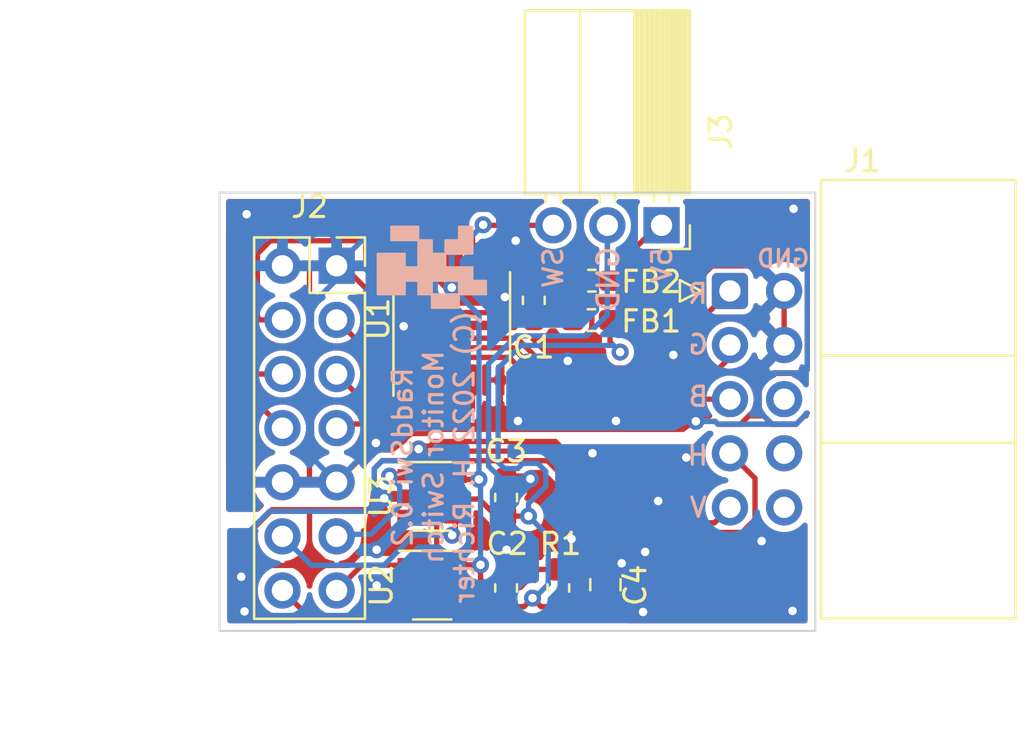
<source format=kicad_pcb>
(kicad_pcb (version 20171130) (host pcbnew "(5.1.6-0)")

  (general
    (thickness 1.6)
    (drawings 17)
    (tracks 424)
    (zones 0)
    (modules 14)
    (nets 25)
  )

  (page A4)
  (layers
    (0 F.Cu signal)
    (31 B.Cu signal)
    (32 B.Adhes user)
    (33 F.Adhes user)
    (34 B.Paste user)
    (35 F.Paste user)
    (36 B.SilkS user)
    (37 F.SilkS user)
    (38 B.Mask user)
    (39 F.Mask user)
    (40 Dwgs.User user)
    (41 Cmts.User user)
    (42 Eco1.User user)
    (43 Eco2.User user)
    (44 Edge.Cuts user)
    (45 Margin user)
    (46 B.CrtYd user)
    (47 F.CrtYd user)
    (48 B.Fab user)
    (49 F.Fab user)
  )

  (setup
    (last_trace_width 0.25)
    (trace_clearance 0.2)
    (zone_clearance 0.254)
    (zone_45_only no)
    (trace_min 0.2)
    (via_size 0.8)
    (via_drill 0.4)
    (via_min_size 0.4)
    (via_min_drill 0.3)
    (uvia_size 0.3)
    (uvia_drill 0.1)
    (uvias_allowed no)
    (uvia_min_size 0.2)
    (uvia_min_drill 0.1)
    (edge_width 0.05)
    (segment_width 0.2)
    (pcb_text_width 0.3)
    (pcb_text_size 1.5 1.5)
    (mod_edge_width 0.12)
    (mod_text_size 1 1)
    (mod_text_width 0.15)
    (pad_size 1.524 1.524)
    (pad_drill 0.762)
    (pad_to_mask_clearance 0.05)
    (aux_axis_origin 0 0)
    (visible_elements FFFFFF7F)
    (pcbplotparams
      (layerselection 0x010fc_ffffffff)
      (usegerberextensions true)
      (usegerberattributes true)
      (usegerberadvancedattributes true)
      (creategerberjobfile true)
      (excludeedgelayer true)
      (linewidth 0.100000)
      (plotframeref false)
      (viasonmask false)
      (mode 1)
      (useauxorigin false)
      (hpglpennumber 1)
      (hpglpenspeed 20)
      (hpglpendiameter 15.000000)
      (psnegative false)
      (psa4output false)
      (plotreference true)
      (plotvalue true)
      (plotinvisibletext false)
      (padsonsilk false)
      (subtractmaskfromsilk false)
      (outputformat 1)
      (mirror false)
      (drillshape 0)
      (scaleselection 1)
      (outputdirectory "Monitorswitch_Gerber/"))
  )

  (net 0 "")
  (net 1 "Net-(U1-Pad10)")
  (net 2 /SWI)
  (net 3 /V_OUT)
  (net 4 /V_A)
  (net 5 /V_GFX)
  (net 6 GND)
  (net 7 +5V)
  (net 8 /R_OUT)
  (net 9 /G_OUT)
  (net 10 /B_OUT)
  (net 11 /B_A)
  (net 12 /B_GFX)
  (net 13 /G_A)
  (net 14 /G_GFX)
  (net 15 /R_A)
  (net 16 /R_GFX)
  (net 17 /H_OUT)
  (net 18 /H_A)
  (net 19 /H_GFX)
  (net 20 GNDA)
  (net 21 +5VA)
  (net 22 "Net-(J1-Pad10)")
  (net 23 "Net-(J1-Pad8)")
  (net 24 "Net-(J1-Pad6)")

  (net_class Default "This is the default net class."
    (clearance 0.2)
    (trace_width 0.25)
    (via_dia 0.8)
    (via_drill 0.4)
    (uvia_dia 0.3)
    (uvia_drill 0.1)
    (add_net +5V)
    (add_net +5VA)
    (add_net /B_A)
    (add_net /B_GFX)
    (add_net /B_OUT)
    (add_net /G_A)
    (add_net /G_GFX)
    (add_net /G_OUT)
    (add_net /H_A)
    (add_net /H_GFX)
    (add_net /H_OUT)
    (add_net /R_A)
    (add_net /R_GFX)
    (add_net /R_OUT)
    (add_net /SWI)
    (add_net /V_A)
    (add_net /V_GFX)
    (add_net /V_OUT)
    (add_net GND)
    (add_net GNDA)
    (add_net "Net-(J1-Pad10)")
    (add_net "Net-(J1-Pad6)")
    (add_net "Net-(J1-Pad8)")
    (add_net "Net-(U1-Pad10)")
  )

  (module bax:baxlogo (layer B.Cu) (tedit 5D2B3466) (tstamp 63300FF7)
    (at 128.0668 96.4692 270)
    (fp_text reference REF** (at 0 -3.81 90) (layer B.SilkS) hide
      (effects (font (size 1 1) (thickness 0.15)) (justify mirror))
    )
    (fp_text value baxlogo (at 0 3.6322 90) (layer B.Fab)
      (effects (font (size 1 1) (thickness 0.15)) (justify mirror))
    )
    (fp_poly (pts (xy -0.635 -1.27) (xy -0.635 -1.905) (xy -1.905 -1.905) (xy -1.905 -1.27)) (layer B.SilkS) (width 0.1))
    (fp_poly (pts (xy -0.635 -0.635) (xy -0.635 -1.27) (xy -1.27 -1.27) (xy -1.27 -0.635)) (layer B.SilkS) (width 0.1))
    (fp_poly (pts (xy 0.635 -1.27) (xy 1.27 -1.27) (xy 1.27 -2.54) (xy 0.635 -2.54)) (layer B.SilkS) (width 0.1))
    (fp_poly (pts (xy 0.635 -0.635) (xy 0.635 -1.905) (xy 0 -1.905) (xy 0 -0.635)) (layer B.SilkS) (width 0.1))
    (fp_poly (pts (xy 0.635 0) (xy 0.635 -0.635) (xy -0.635 -0.635) (xy -0.635 0)) (layer B.SilkS) (width 0.1))
    (fp_poly (pts (xy 1.27 0) (xy 1.27 -1.27) (xy 1.905 -1.27) (xy 1.905 0)) (layer B.SilkS) (width 0.1))
    (fp_poly (pts (xy -0.635 0.635) (xy 1.27 0.635) (xy 1.27 0) (xy -0.635 0)) (layer B.SilkS) (width 0.1))
    (fp_poly (pts (xy -1.27 0.635) (xy -1.27 1.905) (xy -1.905 1.905) (xy -1.905 0.635)) (layer B.SilkS) (width 0.1))
    (fp_poly (pts (xy -0.635 0.635) (xy -1.27 0.635) (xy -1.27 0) (xy -0.635 0)) (layer B.SilkS) (width 0.1))
    (fp_poly (pts (xy 0 1.27) (xy 0 0.635) (xy 0.635 0.635) (xy 0.635 1.27)) (layer B.SilkS) (width 0.1))
    (fp_poly (pts (xy -0.635 2.54) (xy 1.27 2.54) (xy 1.27 1.27) (xy -0.635 1.27)) (layer B.SilkS) (width 0.1))
  )

  (module Package_TO_SOT_SMD:SOT-23-6 (layer F.Cu) (tedit 5A02FF57) (tstamp 633006EA)
    (at 128.0746 107.2236)
    (descr "6-pin SOT-23 package")
    (tags SOT-23-6)
    (path /63290A0A)
    (attr smd)
    (fp_text reference U3 (at -2.3954 -0.0102 270) (layer F.SilkS)
      (effects (font (size 1 1) (thickness 0.15)))
    )
    (fp_text value TS5A3159ADBVR (at 0 2.9) (layer F.Fab)
      (effects (font (size 1 1) (thickness 0.15)))
    )
    (fp_line (start 0.9 -1.55) (end 0.9 1.55) (layer F.Fab) (width 0.1))
    (fp_line (start 0.9 1.55) (end -0.9 1.55) (layer F.Fab) (width 0.1))
    (fp_line (start -0.9 -0.9) (end -0.9 1.55) (layer F.Fab) (width 0.1))
    (fp_line (start 0.9 -1.55) (end -0.25 -1.55) (layer F.Fab) (width 0.1))
    (fp_line (start -0.9 -0.9) (end -0.25 -1.55) (layer F.Fab) (width 0.1))
    (fp_line (start -1.9 -1.8) (end -1.9 1.8) (layer F.CrtYd) (width 0.05))
    (fp_line (start -1.9 1.8) (end 1.9 1.8) (layer F.CrtYd) (width 0.05))
    (fp_line (start 1.9 1.8) (end 1.9 -1.8) (layer F.CrtYd) (width 0.05))
    (fp_line (start 1.9 -1.8) (end -1.9 -1.8) (layer F.CrtYd) (width 0.05))
    (fp_line (start 0.9 -1.61) (end -1.55 -1.61) (layer F.SilkS) (width 0.12))
    (fp_line (start -0.9 1.61) (end 0.9 1.61) (layer F.SilkS) (width 0.12))
    (fp_text user %R (at 0 0 90) (layer F.Fab)
      (effects (font (size 0.5 0.5) (thickness 0.075)))
    )
    (pad 5 smd rect (at 1.1 0) (size 1.06 0.65) (layers F.Cu F.Paste F.Mask)
      (net 7 +5V))
    (pad 6 smd rect (at 1.1 -0.95) (size 1.06 0.65) (layers F.Cu F.Paste F.Mask)
      (net 2 /SWI))
    (pad 4 smd rect (at 1.1 0.95) (size 1.06 0.65) (layers F.Cu F.Paste F.Mask)
      (net 3 /V_OUT))
    (pad 3 smd rect (at -1.1 0.95) (size 1.06 0.65) (layers F.Cu F.Paste F.Mask)
      (net 5 /V_GFX))
    (pad 2 smd rect (at -1.1 0) (size 1.06 0.65) (layers F.Cu F.Paste F.Mask)
      (net 6 GND))
    (pad 1 smd rect (at -1.1 -0.95) (size 1.06 0.65) (layers F.Cu F.Paste F.Mask)
      (net 4 /V_A))
    (model ${KISYS3DMOD}/Package_TO_SOT_SMD.3dshapes/SOT-23-6.wrl
      (at (xyz 0 0 0))
      (scale (xyz 1 1 1))
      (rotate (xyz 0 0 0))
    )
  )

  (module Package_TO_SOT_SMD:SOT-23-6 (layer F.Cu) (tedit 5A02FF57) (tstamp 6328DF8D)
    (at 128.0844 111.3892)
    (descr "6-pin SOT-23 package")
    (tags SOT-23-6)
    (path /6328EF72)
    (attr smd)
    (fp_text reference U2 (at -2.3798 0.0152 90) (layer F.SilkS)
      (effects (font (size 1 1) (thickness 0.15)))
    )
    (fp_text value TS5A3159ADBVR (at 0 2.9) (layer F.Fab)
      (effects (font (size 1 1) (thickness 0.15)))
    )
    (fp_line (start 0.9 -1.55) (end 0.9 1.55) (layer F.Fab) (width 0.1))
    (fp_line (start 0.9 1.55) (end -0.9 1.55) (layer F.Fab) (width 0.1))
    (fp_line (start -0.9 -0.9) (end -0.9 1.55) (layer F.Fab) (width 0.1))
    (fp_line (start 0.9 -1.55) (end -0.25 -1.55) (layer F.Fab) (width 0.1))
    (fp_line (start -0.9 -0.9) (end -0.25 -1.55) (layer F.Fab) (width 0.1))
    (fp_line (start -1.9 -1.8) (end -1.9 1.8) (layer F.CrtYd) (width 0.05))
    (fp_line (start -1.9 1.8) (end 1.9 1.8) (layer F.CrtYd) (width 0.05))
    (fp_line (start 1.9 1.8) (end 1.9 -1.8) (layer F.CrtYd) (width 0.05))
    (fp_line (start 1.9 -1.8) (end -1.9 -1.8) (layer F.CrtYd) (width 0.05))
    (fp_line (start 0.9 -1.61) (end -1.55 -1.61) (layer F.SilkS) (width 0.12))
    (fp_line (start -0.9 1.61) (end 0.9 1.61) (layer F.SilkS) (width 0.12))
    (fp_text user %R (at 0 0 90) (layer F.Fab)
      (effects (font (size 0.5 0.5) (thickness 0.075)))
    )
    (pad 5 smd rect (at 1.1 0) (size 1.06 0.65) (layers F.Cu F.Paste F.Mask)
      (net 7 +5V))
    (pad 6 smd rect (at 1.1 -0.95) (size 1.06 0.65) (layers F.Cu F.Paste F.Mask)
      (net 2 /SWI))
    (pad 4 smd rect (at 1.1 0.95) (size 1.06 0.65) (layers F.Cu F.Paste F.Mask)
      (net 17 /H_OUT))
    (pad 3 smd rect (at -1.1 0.95) (size 1.06 0.65) (layers F.Cu F.Paste F.Mask)
      (net 19 /H_GFX))
    (pad 2 smd rect (at -1.1 0) (size 1.06 0.65) (layers F.Cu F.Paste F.Mask)
      (net 6 GND))
    (pad 1 smd rect (at -1.1 -0.95) (size 1.06 0.65) (layers F.Cu F.Paste F.Mask)
      (net 18 /H_A))
    (model ${KISYS3DMOD}/Package_TO_SOT_SMD.3dshapes/SOT-23-6.wrl
      (at (xyz 0 0 0))
      (scale (xyz 1 1 1))
      (rotate (xyz 0 0 0))
    )
  )

  (module Connector_PinSocket_2.54mm:PinSocket_1x03_P2.54mm_Horizontal (layer F.Cu) (tedit 5A19A429) (tstamp 63265A26)
    (at 138.84 94.5 270)
    (descr "Through hole angled socket strip, 1x03, 2.54mm pitch, 8.51mm socket length, single row (from Kicad 4.0.7), script generated")
    (tags "Through hole angled socket strip THT 1x03 2.54mm single row")
    (path /632B95D6)
    (fp_text reference J3 (at -4.38 -2.77 90) (layer F.SilkS)
      (effects (font (size 1 1) (thickness 0.15)))
    )
    (fp_text value Conn_01x03 (at -4.38 7.85 90) (layer F.Fab)
      (effects (font (size 1 1) (thickness 0.15)))
    )
    (fp_line (start -10.03 -1.27) (end -2.49 -1.27) (layer F.Fab) (width 0.1))
    (fp_line (start -2.49 -1.27) (end -1.52 -0.3) (layer F.Fab) (width 0.1))
    (fp_line (start -1.52 -0.3) (end -1.52 6.35) (layer F.Fab) (width 0.1))
    (fp_line (start -1.52 6.35) (end -10.03 6.35) (layer F.Fab) (width 0.1))
    (fp_line (start -10.03 6.35) (end -10.03 -1.27) (layer F.Fab) (width 0.1))
    (fp_line (start 0 -0.3) (end -1.52 -0.3) (layer F.Fab) (width 0.1))
    (fp_line (start -1.52 0.3) (end 0 0.3) (layer F.Fab) (width 0.1))
    (fp_line (start 0 0.3) (end 0 -0.3) (layer F.Fab) (width 0.1))
    (fp_line (start 0 2.24) (end -1.52 2.24) (layer F.Fab) (width 0.1))
    (fp_line (start -1.52 2.84) (end 0 2.84) (layer F.Fab) (width 0.1))
    (fp_line (start 0 2.84) (end 0 2.24) (layer F.Fab) (width 0.1))
    (fp_line (start 0 4.78) (end -1.52 4.78) (layer F.Fab) (width 0.1))
    (fp_line (start -1.52 5.38) (end 0 5.38) (layer F.Fab) (width 0.1))
    (fp_line (start 0 5.38) (end 0 4.78) (layer F.Fab) (width 0.1))
    (fp_line (start -10.09 -1.21) (end -1.46 -1.21) (layer F.SilkS) (width 0.12))
    (fp_line (start -10.09 -1.091905) (end -1.46 -1.091905) (layer F.SilkS) (width 0.12))
    (fp_line (start -10.09 -0.97381) (end -1.46 -0.97381) (layer F.SilkS) (width 0.12))
    (fp_line (start -10.09 -0.855715) (end -1.46 -0.855715) (layer F.SilkS) (width 0.12))
    (fp_line (start -10.09 -0.73762) (end -1.46 -0.73762) (layer F.SilkS) (width 0.12))
    (fp_line (start -10.09 -0.619525) (end -1.46 -0.619525) (layer F.SilkS) (width 0.12))
    (fp_line (start -10.09 -0.50143) (end -1.46 -0.50143) (layer F.SilkS) (width 0.12))
    (fp_line (start -10.09 -0.383335) (end -1.46 -0.383335) (layer F.SilkS) (width 0.12))
    (fp_line (start -10.09 -0.26524) (end -1.46 -0.26524) (layer F.SilkS) (width 0.12))
    (fp_line (start -10.09 -0.147145) (end -1.46 -0.147145) (layer F.SilkS) (width 0.12))
    (fp_line (start -10.09 -0.02905) (end -1.46 -0.02905) (layer F.SilkS) (width 0.12))
    (fp_line (start -10.09 0.089045) (end -1.46 0.089045) (layer F.SilkS) (width 0.12))
    (fp_line (start -10.09 0.20714) (end -1.46 0.20714) (layer F.SilkS) (width 0.12))
    (fp_line (start -10.09 0.325235) (end -1.46 0.325235) (layer F.SilkS) (width 0.12))
    (fp_line (start -10.09 0.44333) (end -1.46 0.44333) (layer F.SilkS) (width 0.12))
    (fp_line (start -10.09 0.561425) (end -1.46 0.561425) (layer F.SilkS) (width 0.12))
    (fp_line (start -10.09 0.67952) (end -1.46 0.67952) (layer F.SilkS) (width 0.12))
    (fp_line (start -10.09 0.797615) (end -1.46 0.797615) (layer F.SilkS) (width 0.12))
    (fp_line (start -10.09 0.91571) (end -1.46 0.91571) (layer F.SilkS) (width 0.12))
    (fp_line (start -10.09 1.033805) (end -1.46 1.033805) (layer F.SilkS) (width 0.12))
    (fp_line (start -10.09 1.1519) (end -1.46 1.1519) (layer F.SilkS) (width 0.12))
    (fp_line (start -1.46 -0.36) (end -1.11 -0.36) (layer F.SilkS) (width 0.12))
    (fp_line (start -1.46 0.36) (end -1.11 0.36) (layer F.SilkS) (width 0.12))
    (fp_line (start -1.46 2.18) (end -1.05 2.18) (layer F.SilkS) (width 0.12))
    (fp_line (start -1.46 2.9) (end -1.05 2.9) (layer F.SilkS) (width 0.12))
    (fp_line (start -1.46 4.72) (end -1.05 4.72) (layer F.SilkS) (width 0.12))
    (fp_line (start -1.46 5.44) (end -1.05 5.44) (layer F.SilkS) (width 0.12))
    (fp_line (start -10.09 1.27) (end -1.46 1.27) (layer F.SilkS) (width 0.12))
    (fp_line (start -10.09 3.81) (end -1.46 3.81) (layer F.SilkS) (width 0.12))
    (fp_line (start -10.09 -1.33) (end -1.46 -1.33) (layer F.SilkS) (width 0.12))
    (fp_line (start -1.46 -1.33) (end -1.46 6.41) (layer F.SilkS) (width 0.12))
    (fp_line (start -10.09 6.41) (end -1.46 6.41) (layer F.SilkS) (width 0.12))
    (fp_line (start -10.09 -1.33) (end -10.09 6.41) (layer F.SilkS) (width 0.12))
    (fp_line (start 1.11 -1.33) (end 1.11 0) (layer F.SilkS) (width 0.12))
    (fp_line (start 0 -1.33) (end 1.11 -1.33) (layer F.SilkS) (width 0.12))
    (fp_line (start 1.75 -1.8) (end -10.55 -1.8) (layer F.CrtYd) (width 0.05))
    (fp_line (start -10.55 -1.8) (end -10.55 6.85) (layer F.CrtYd) (width 0.05))
    (fp_line (start -10.55 6.85) (end 1.75 6.85) (layer F.CrtYd) (width 0.05))
    (fp_line (start 1.75 6.85) (end 1.75 -1.8) (layer F.CrtYd) (width 0.05))
    (fp_text user %R (at -5.775 2.54 90) (layer F.Fab)
      (effects (font (size 1 1) (thickness 0.15)))
    )
    (pad 3 thru_hole oval (at 0 5.08 270) (size 1.7 1.7) (drill 1) (layers *.Cu *.Mask)
      (net 2 /SWI))
    (pad 2 thru_hole oval (at 0 2.54 270) (size 1.7 1.7) (drill 1) (layers *.Cu *.Mask)
      (net 6 GND))
    (pad 1 thru_hole rect (at 0 0 270) (size 1.7 1.7) (drill 1) (layers *.Cu *.Mask)
      (net 7 +5V))
    (model ${KISYS3DMOD}/Connector_PinSocket_2.54mm.3dshapes/PinSocket_1x03_P2.54mm_Horizontal.wrl
      (at (xyz 0 0 0))
      (scale (xyz 1 1 1))
      (rotate (xyz 0 0 0))
    )
  )

  (module Connector_IDC:IDC-Header_2x05_P2.54mm_Horizontal (layer F.Cu) (tedit 5EAC9A08) (tstamp 6326788E)
    (at 142.05 97.58)
    (descr "Through hole IDC box header, 2x05, 2.54mm pitch, DIN 41651 / IEC 60603-13, double rows, https://docs.google.com/spreadsheets/d/16SsEcesNF15N3Lb4niX7dcUr-NY5_MFPQhobNuNppn4/edit#gid=0")
    (tags "Through hole horizontal IDC box header THT 2x05 2.54mm double row")
    (path /6328FA2E)
    (fp_text reference J1 (at 6.215 -6.1) (layer F.SilkS)
      (effects (font (size 1 1) (thickness 0.15)))
    )
    (fp_text value "GFX Card" (at 6.215 16.26) (layer F.Fab)
      (effects (font (size 1 1) (thickness 0.15)))
    )
    (fp_line (start 4.38 -4.1) (end 5.38 -5.1) (layer F.Fab) (width 0.1))
    (fp_line (start 4.38 3.03) (end 13.28 3.03) (layer F.Fab) (width 0.1))
    (fp_line (start 4.38 7.13) (end 13.28 7.13) (layer F.Fab) (width 0.1))
    (fp_line (start 4.27 3.03) (end 13.39 3.03) (layer F.SilkS) (width 0.12))
    (fp_line (start 4.27 7.13) (end 13.39 7.13) (layer F.SilkS) (width 0.12))
    (fp_line (start 4.38 -0.32) (end -0.32 -0.32) (layer F.Fab) (width 0.1))
    (fp_line (start -0.32 -0.32) (end -0.32 0.32) (layer F.Fab) (width 0.1))
    (fp_line (start -0.32 0.32) (end 4.38 0.32) (layer F.Fab) (width 0.1))
    (fp_line (start 4.38 2.22) (end -0.32 2.22) (layer F.Fab) (width 0.1))
    (fp_line (start -0.32 2.22) (end -0.32 2.86) (layer F.Fab) (width 0.1))
    (fp_line (start -0.32 2.86) (end 4.38 2.86) (layer F.Fab) (width 0.1))
    (fp_line (start 4.38 4.76) (end -0.32 4.76) (layer F.Fab) (width 0.1))
    (fp_line (start -0.32 4.76) (end -0.32 5.4) (layer F.Fab) (width 0.1))
    (fp_line (start -0.32 5.4) (end 4.38 5.4) (layer F.Fab) (width 0.1))
    (fp_line (start 4.38 7.3) (end -0.32 7.3) (layer F.Fab) (width 0.1))
    (fp_line (start -0.32 7.3) (end -0.32 7.94) (layer F.Fab) (width 0.1))
    (fp_line (start -0.32 7.94) (end 4.38 7.94) (layer F.Fab) (width 0.1))
    (fp_line (start 4.38 9.84) (end -0.32 9.84) (layer F.Fab) (width 0.1))
    (fp_line (start -0.32 9.84) (end -0.32 10.48) (layer F.Fab) (width 0.1))
    (fp_line (start -0.32 10.48) (end 4.38 10.48) (layer F.Fab) (width 0.1))
    (fp_line (start 5.38 -5.1) (end 13.28 -5.1) (layer F.Fab) (width 0.1))
    (fp_line (start 13.28 -5.1) (end 13.28 15.26) (layer F.Fab) (width 0.1))
    (fp_line (start 13.28 15.26) (end 4.38 15.26) (layer F.Fab) (width 0.1))
    (fp_line (start 4.38 15.26) (end 4.38 -4.1) (layer F.Fab) (width 0.1))
    (fp_line (start 4.27 -5.21) (end 13.39 -5.21) (layer F.SilkS) (width 0.12))
    (fp_line (start 13.39 -5.21) (end 13.39 15.37) (layer F.SilkS) (width 0.12))
    (fp_line (start 13.39 15.37) (end 4.27 15.37) (layer F.SilkS) (width 0.12))
    (fp_line (start 4.27 15.37) (end 4.27 -5.21) (layer F.SilkS) (width 0.12))
    (fp_line (start -1.35 0) (end -2.35 -0.5) (layer F.SilkS) (width 0.12))
    (fp_line (start -2.35 -0.5) (end -2.35 0.5) (layer F.SilkS) (width 0.12))
    (fp_line (start -2.35 0.5) (end -1.35 0) (layer F.SilkS) (width 0.12))
    (fp_line (start -1.35 -5.6) (end -1.35 15.76) (layer F.CrtYd) (width 0.05))
    (fp_line (start -1.35 15.76) (end 13.78 15.76) (layer F.CrtYd) (width 0.05))
    (fp_line (start 13.78 15.76) (end 13.78 -5.6) (layer F.CrtYd) (width 0.05))
    (fp_line (start 13.78 -5.6) (end -1.35 -5.6) (layer F.CrtYd) (width 0.05))
    (fp_text user %R (at 8.83 5.08 90) (layer F.Fab)
      (effects (font (size 1 1) (thickness 0.15)))
    )
    (pad 10 thru_hole circle (at 2.54 10.16) (size 1.7 1.7) (drill 1) (layers *.Cu *.Mask)
      (net 22 "Net-(J1-Pad10)"))
    (pad 8 thru_hole circle (at 2.54 7.62) (size 1.7 1.7) (drill 1) (layers *.Cu *.Mask)
      (net 23 "Net-(J1-Pad8)"))
    (pad 6 thru_hole circle (at 2.54 5.08) (size 1.7 1.7) (drill 1) (layers *.Cu *.Mask)
      (net 24 "Net-(J1-Pad6)"))
    (pad 4 thru_hole circle (at 2.54 2.54) (size 1.7 1.7) (drill 1) (layers *.Cu *.Mask)
      (net 20 GNDA))
    (pad 2 thru_hole circle (at 2.54 0) (size 1.7 1.7) (drill 1) (layers *.Cu *.Mask)
      (net 20 GNDA))
    (pad 9 thru_hole circle (at 0 10.16) (size 1.7 1.7) (drill 1) (layers *.Cu *.Mask)
      (net 5 /V_GFX))
    (pad 7 thru_hole circle (at 0 7.62) (size 1.7 1.7) (drill 1) (layers *.Cu *.Mask)
      (net 19 /H_GFX))
    (pad 5 thru_hole circle (at 0 5.08) (size 1.7 1.7) (drill 1) (layers *.Cu *.Mask)
      (net 12 /B_GFX))
    (pad 3 thru_hole circle (at 0 2.54) (size 1.7 1.7) (drill 1) (layers *.Cu *.Mask)
      (net 14 /G_GFX))
    (pad 1 thru_hole roundrect (at 0 0) (size 1.7 1.7) (drill 1) (layers *.Cu *.Mask) (roundrect_rratio 0.147059)
      (net 16 /R_GFX))
    (model ${KISYS3DMOD}/Connector_IDC.3dshapes/IDC-Header_2x05_P2.54mm_Horizontal.wrl
      (at (xyz 0 0 0))
      (scale (xyz 1 1 1))
      (rotate (xyz 0 0 0))
    )
  )

  (module Resistor_SMD:R_0603_1608Metric_Pad1.05x0.95mm_HandSolder (layer F.Cu) (tedit 5B301BBD) (tstamp 63263E99)
    (at 134 111.525 90)
    (descr "Resistor SMD 0603 (1608 Metric), square (rectangular) end terminal, IPC_7351 nominal with elongated pad for handsoldering. (Body size source: http://www.tortai-tech.com/upload/download/2011102023233369053.pdf), generated with kicad-footprint-generator")
    (tags "resistor handsolder")
    (path /633164F6)
    (attr smd)
    (fp_text reference R1 (at 2.075 0.1 180) (layer F.SilkS)
      (effects (font (size 1 1) (thickness 0.15)))
    )
    (fp_text value 10k (at 0 1.43 90) (layer F.Fab)
      (effects (font (size 1 1) (thickness 0.15)))
    )
    (fp_line (start -0.8 0.4) (end -0.8 -0.4) (layer F.Fab) (width 0.1))
    (fp_line (start -0.8 -0.4) (end 0.8 -0.4) (layer F.Fab) (width 0.1))
    (fp_line (start 0.8 -0.4) (end 0.8 0.4) (layer F.Fab) (width 0.1))
    (fp_line (start 0.8 0.4) (end -0.8 0.4) (layer F.Fab) (width 0.1))
    (fp_line (start -0.171267 -0.51) (end 0.171267 -0.51) (layer F.SilkS) (width 0.12))
    (fp_line (start -0.171267 0.51) (end 0.171267 0.51) (layer F.SilkS) (width 0.12))
    (fp_line (start -1.65 0.73) (end -1.65 -0.73) (layer F.CrtYd) (width 0.05))
    (fp_line (start -1.65 -0.73) (end 1.65 -0.73) (layer F.CrtYd) (width 0.05))
    (fp_line (start 1.65 -0.73) (end 1.65 0.73) (layer F.CrtYd) (width 0.05))
    (fp_line (start 1.65 0.73) (end -1.65 0.73) (layer F.CrtYd) (width 0.05))
    (fp_text user %R (at 0 0 90) (layer F.Fab)
      (effects (font (size 0.4 0.4) (thickness 0.06)))
    )
    (pad 2 smd roundrect (at 0.875 0 90) (size 1.05 0.95) (layers F.Cu F.Paste F.Mask) (roundrect_rratio 0.25)
      (net 2 /SWI))
    (pad 1 smd roundrect (at -0.875 0 90) (size 1.05 0.95) (layers F.Cu F.Paste F.Mask) (roundrect_rratio 0.25)
      (net 7 +5V))
    (model ${KISYS3DMOD}/Resistor_SMD.3dshapes/R_0603_1608Metric.wrl
      (at (xyz 0 0 0))
      (scale (xyz 1 1 1))
      (rotate (xyz 0 0 0))
    )
  )

  (module Connector_PinSocket_2.54mm:PinSocket_2x07_P2.54mm_Vertical (layer F.Cu) (tedit 5A19A421) (tstamp 63263E88)
    (at 123.6 96.4)
    (descr "Through hole straight socket strip, 2x07, 2.54mm pitch, double cols (from Kicad 4.0.7), script generated")
    (tags "Through hole socket strip THT 2x07 2.54mm double row")
    (path /633FF9CF)
    (fp_text reference J2 (at -1.27 -2.77) (layer F.SilkS)
      (effects (font (size 1 1) (thickness 0.15)))
    )
    (fp_text value Conn_02x07_Odd_Even (at -1.27 18.01) (layer F.Fab)
      (effects (font (size 1 1) (thickness 0.15)))
    )
    (fp_line (start -3.81 -1.27) (end 0.27 -1.27) (layer F.Fab) (width 0.1))
    (fp_line (start 0.27 -1.27) (end 1.27 -0.27) (layer F.Fab) (width 0.1))
    (fp_line (start 1.27 -0.27) (end 1.27 16.51) (layer F.Fab) (width 0.1))
    (fp_line (start 1.27 16.51) (end -3.81 16.51) (layer F.Fab) (width 0.1))
    (fp_line (start -3.81 16.51) (end -3.81 -1.27) (layer F.Fab) (width 0.1))
    (fp_line (start -3.87 -1.33) (end -1.27 -1.33) (layer F.SilkS) (width 0.12))
    (fp_line (start -3.87 -1.33) (end -3.87 16.57) (layer F.SilkS) (width 0.12))
    (fp_line (start -3.87 16.57) (end 1.33 16.57) (layer F.SilkS) (width 0.12))
    (fp_line (start 1.33 1.27) (end 1.33 16.57) (layer F.SilkS) (width 0.12))
    (fp_line (start -1.27 1.27) (end 1.33 1.27) (layer F.SilkS) (width 0.12))
    (fp_line (start -1.27 -1.33) (end -1.27 1.27) (layer F.SilkS) (width 0.12))
    (fp_line (start 1.33 -1.33) (end 1.33 0) (layer F.SilkS) (width 0.12))
    (fp_line (start 0 -1.33) (end 1.33 -1.33) (layer F.SilkS) (width 0.12))
    (fp_line (start -4.34 -1.8) (end 1.76 -1.8) (layer F.CrtYd) (width 0.05))
    (fp_line (start 1.76 -1.8) (end 1.76 17) (layer F.CrtYd) (width 0.05))
    (fp_line (start 1.76 17) (end -4.34 17) (layer F.CrtYd) (width 0.05))
    (fp_line (start -4.34 17) (end -4.34 -1.8) (layer F.CrtYd) (width 0.05))
    (fp_text user %R (at -1.27 7.62 90) (layer F.Fab)
      (effects (font (size 1 1) (thickness 0.15)))
    )
    (pad 14 thru_hole oval (at -2.54 15.24) (size 1.7 1.7) (drill 1) (layers *.Cu *.Mask)
      (net 17 /H_OUT))
    (pad 13 thru_hole oval (at 0 15.24) (size 1.7 1.7) (drill 1) (layers *.Cu *.Mask)
      (net 18 /H_A))
    (pad 12 thru_hole oval (at -2.54 12.7) (size 1.7 1.7) (drill 1) (layers *.Cu *.Mask)
      (net 3 /V_OUT))
    (pad 11 thru_hole oval (at 0 12.7) (size 1.7 1.7) (drill 1) (layers *.Cu *.Mask)
      (net 4 /V_A))
    (pad 10 thru_hole oval (at -2.54 10.16) (size 1.7 1.7) (drill 1) (layers *.Cu *.Mask)
      (net 20 GNDA))
    (pad 9 thru_hole oval (at 0 10.16) (size 1.7 1.7) (drill 1) (layers *.Cu *.Mask)
      (net 20 GNDA))
    (pad 8 thru_hole oval (at -2.54 7.62) (size 1.7 1.7) (drill 1) (layers *.Cu *.Mask)
      (net 10 /B_OUT))
    (pad 7 thru_hole oval (at 0 7.62) (size 1.7 1.7) (drill 1) (layers *.Cu *.Mask)
      (net 11 /B_A))
    (pad 6 thru_hole oval (at -2.54 5.08) (size 1.7 1.7) (drill 1) (layers *.Cu *.Mask)
      (net 9 /G_OUT))
    (pad 5 thru_hole oval (at 0 5.08) (size 1.7 1.7) (drill 1) (layers *.Cu *.Mask)
      (net 13 /G_A))
    (pad 4 thru_hole oval (at -2.54 2.54) (size 1.7 1.7) (drill 1) (layers *.Cu *.Mask)
      (net 8 /R_OUT))
    (pad 3 thru_hole oval (at 0 2.54) (size 1.7 1.7) (drill 1) (layers *.Cu *.Mask)
      (net 15 /R_A))
    (pad 2 thru_hole oval (at -2.54 0) (size 1.7 1.7) (drill 1) (layers *.Cu *.Mask)
      (net 20 GNDA))
    (pad 1 thru_hole rect (at 0 0) (size 1.7 1.7) (drill 1) (layers *.Cu *.Mask)
      (net 20 GNDA))
    (model ${KISYS3DMOD}/Connector_PinSocket_2.54mm.3dshapes/PinSocket_2x07_P2.54mm_Vertical.wrl
      (at (xyz 0 0 0))
      (scale (xyz 1 1 1))
      (rotate (xyz 0 0 0))
    )
  )

  (module Resistor_SMD:R_0603_1608Metric_Pad1.05x0.95mm_HandSolder (layer F.Cu) (tedit 5B301BBD) (tstamp 63263E64)
    (at 135.575 97.1)
    (descr "Resistor SMD 0603 (1608 Metric), square (rectangular) end terminal, IPC_7351 nominal with elongated pad for handsoldering. (Body size source: http://www.tortai-tech.com/upload/download/2011102023233369053.pdf), generated with kicad-footprint-generator")
    (tags "resistor handsolder")
    (path /633E30ED)
    (attr smd)
    (fp_text reference FB2 (at 2.7788 0.055 180) (layer F.SilkS)
      (effects (font (size 1 1) (thickness 0.15)))
    )
    (fp_text value "120 Ohms@100MHz" (at 0 1.43) (layer F.Fab)
      (effects (font (size 1 1) (thickness 0.15)))
    )
    (fp_line (start -0.8 0.4) (end -0.8 -0.4) (layer F.Fab) (width 0.1))
    (fp_line (start -0.8 -0.4) (end 0.8 -0.4) (layer F.Fab) (width 0.1))
    (fp_line (start 0.8 -0.4) (end 0.8 0.4) (layer F.Fab) (width 0.1))
    (fp_line (start 0.8 0.4) (end -0.8 0.4) (layer F.Fab) (width 0.1))
    (fp_line (start -0.171267 -0.51) (end 0.171267 -0.51) (layer F.SilkS) (width 0.12))
    (fp_line (start -0.171267 0.51) (end 0.171267 0.51) (layer F.SilkS) (width 0.12))
    (fp_line (start -1.65 0.73) (end -1.65 -0.73) (layer F.CrtYd) (width 0.05))
    (fp_line (start -1.65 -0.73) (end 1.65 -0.73) (layer F.CrtYd) (width 0.05))
    (fp_line (start 1.65 -0.73) (end 1.65 0.73) (layer F.CrtYd) (width 0.05))
    (fp_line (start 1.65 0.73) (end -1.65 0.73) (layer F.CrtYd) (width 0.05))
    (fp_text user %R (at 0 0) (layer F.Fab)
      (effects (font (size 0.4 0.4) (thickness 0.06)))
    )
    (pad 2 smd roundrect (at 0.875 0) (size 1.05 0.95) (layers F.Cu F.Paste F.Mask) (roundrect_rratio 0.25)
      (net 6 GND))
    (pad 1 smd roundrect (at -0.875 0) (size 1.05 0.95) (layers F.Cu F.Paste F.Mask) (roundrect_rratio 0.25)
      (net 20 GNDA))
    (model ${KISYS3DMOD}/Resistor_SMD.3dshapes/R_0603_1608Metric.wrl
      (at (xyz 0 0 0))
      (scale (xyz 1 1 1))
      (rotate (xyz 0 0 0))
    )
  )

  (module Resistor_SMD:R_0603_1608Metric_Pad1.05x0.95mm_HandSolder (layer F.Cu) (tedit 5B301BBD) (tstamp 63263E53)
    (at 135.55 98.95)
    (descr "Resistor SMD 0603 (1608 Metric), square (rectangular) end terminal, IPC_7351 nominal with elongated pad for handsoldering. (Body size source: http://www.tortai-tech.com/upload/download/2011102023233369053.pdf), generated with kicad-footprint-generator")
    (tags "resistor handsolder")
    (path /633D77AF)
    (attr smd)
    (fp_text reference FB1 (at 2.8038 0.0592) (layer F.SilkS)
      (effects (font (size 1 1) (thickness 0.15)))
    )
    (fp_text value 120Ohms@100MHz (at 0 1.43) (layer F.Fab)
      (effects (font (size 1 1) (thickness 0.15)))
    )
    (fp_line (start -0.8 0.4) (end -0.8 -0.4) (layer F.Fab) (width 0.1))
    (fp_line (start -0.8 -0.4) (end 0.8 -0.4) (layer F.Fab) (width 0.1))
    (fp_line (start 0.8 -0.4) (end 0.8 0.4) (layer F.Fab) (width 0.1))
    (fp_line (start 0.8 0.4) (end -0.8 0.4) (layer F.Fab) (width 0.1))
    (fp_line (start -0.171267 -0.51) (end 0.171267 -0.51) (layer F.SilkS) (width 0.12))
    (fp_line (start -0.171267 0.51) (end 0.171267 0.51) (layer F.SilkS) (width 0.12))
    (fp_line (start -1.65 0.73) (end -1.65 -0.73) (layer F.CrtYd) (width 0.05))
    (fp_line (start -1.65 -0.73) (end 1.65 -0.73) (layer F.CrtYd) (width 0.05))
    (fp_line (start 1.65 -0.73) (end 1.65 0.73) (layer F.CrtYd) (width 0.05))
    (fp_line (start 1.65 0.73) (end -1.65 0.73) (layer F.CrtYd) (width 0.05))
    (fp_text user %R (at 0 0) (layer F.Fab)
      (effects (font (size 0.4 0.4) (thickness 0.06)))
    )
    (pad 2 smd roundrect (at 0.875 0) (size 1.05 0.95) (layers F.Cu F.Paste F.Mask) (roundrect_rratio 0.25)
      (net 7 +5V))
    (pad 1 smd roundrect (at -0.875 0) (size 1.05 0.95) (layers F.Cu F.Paste F.Mask) (roundrect_rratio 0.25)
      (net 21 +5VA))
    (model ${KISYS3DMOD}/Resistor_SMD.3dshapes/R_0603_1608Metric.wrl
      (at (xyz 0 0 0))
      (scale (xyz 1 1 1))
      (rotate (xyz 0 0 0))
    )
  )

  (module Capacitor_SMD:C_0805_2012Metric_Pad1.15x1.40mm_HandSolder (layer F.Cu) (tedit 5B36C52B) (tstamp 6328FF91)
    (at 136.2075 111.37 90)
    (descr "Capacitor SMD 0805 (2012 Metric), square (rectangular) end terminal, IPC_7351 nominal with elongated pad for handsoldering. (Body size source: https://docs.google.com/spreadsheets/d/1BsfQQcO9C6DZCsRaXUlFlo91Tg2WpOkGARC1WS5S8t0/edit?usp=sharing), generated with kicad-footprint-generator")
    (tags "capacitor handsolder")
    (path /632754EA)
    (attr smd)
    (fp_text reference C4 (at -0.025 1.4 90) (layer F.SilkS)
      (effects (font (size 1 1) (thickness 0.15)))
    )
    (fp_text value 10uF (at 0 1.65 90) (layer F.Fab)
      (effects (font (size 1 1) (thickness 0.15)))
    )
    (fp_line (start 1.85 0.95) (end -1.85 0.95) (layer F.CrtYd) (width 0.05))
    (fp_line (start 1.85 -0.95) (end 1.85 0.95) (layer F.CrtYd) (width 0.05))
    (fp_line (start -1.85 -0.95) (end 1.85 -0.95) (layer F.CrtYd) (width 0.05))
    (fp_line (start -1.85 0.95) (end -1.85 -0.95) (layer F.CrtYd) (width 0.05))
    (fp_line (start -0.261252 0.71) (end 0.261252 0.71) (layer F.SilkS) (width 0.12))
    (fp_line (start -0.261252 -0.71) (end 0.261252 -0.71) (layer F.SilkS) (width 0.12))
    (fp_line (start 1 0.6) (end -1 0.6) (layer F.Fab) (width 0.1))
    (fp_line (start 1 -0.6) (end 1 0.6) (layer F.Fab) (width 0.1))
    (fp_line (start -1 -0.6) (end 1 -0.6) (layer F.Fab) (width 0.1))
    (fp_line (start -1 0.6) (end -1 -0.6) (layer F.Fab) (width 0.1))
    (fp_text user %R (at 0 0 90) (layer F.Fab)
      (effects (font (size 0.5 0.5) (thickness 0.08)))
    )
    (pad 2 smd roundrect (at 1.025 0 90) (size 1.15 1.4) (layers F.Cu F.Paste F.Mask) (roundrect_rratio 0.217391)
      (net 6 GND))
    (pad 1 smd roundrect (at -1.025 0 90) (size 1.15 1.4) (layers F.Cu F.Paste F.Mask) (roundrect_rratio 0.217391)
      (net 7 +5V))
    (model ${KISYS3DMOD}/Capacitor_SMD.3dshapes/C_0805_2012Metric.wrl
      (at (xyz 0 0 0))
      (scale (xyz 1 1 1))
      (rotate (xyz 0 0 0))
    )
  )

  (module Capacitor_SMD:C_0603_1608Metric_Pad1.05x0.95mm_HandSolder (layer F.Cu) (tedit 5B301BBE) (tstamp 6325F555)
    (at 131.55 107.275 90)
    (descr "Capacitor SMD 0603 (1608 Metric), square (rectangular) end terminal, IPC_7351 nominal with elongated pad for handsoldering. (Body size source: http://www.tortai-tech.com/upload/download/2011102023233369053.pdf), generated with kicad-footprint-generator")
    (tags "capacitor handsolder")
    (path /63278CA5)
    (attr smd)
    (fp_text reference C3 (at 2.175 0 180) (layer F.SilkS)
      (effects (font (size 1 1) (thickness 0.15)))
    )
    (fp_text value 100nF (at 0 1.43 90) (layer F.Fab)
      (effects (font (size 1 1) (thickness 0.15)))
    )
    (fp_line (start 1.65 0.73) (end -1.65 0.73) (layer F.CrtYd) (width 0.05))
    (fp_line (start 1.65 -0.73) (end 1.65 0.73) (layer F.CrtYd) (width 0.05))
    (fp_line (start -1.65 -0.73) (end 1.65 -0.73) (layer F.CrtYd) (width 0.05))
    (fp_line (start -1.65 0.73) (end -1.65 -0.73) (layer F.CrtYd) (width 0.05))
    (fp_line (start -0.171267 0.51) (end 0.171267 0.51) (layer F.SilkS) (width 0.12))
    (fp_line (start -0.171267 -0.51) (end 0.171267 -0.51) (layer F.SilkS) (width 0.12))
    (fp_line (start 0.8 0.4) (end -0.8 0.4) (layer F.Fab) (width 0.1))
    (fp_line (start 0.8 -0.4) (end 0.8 0.4) (layer F.Fab) (width 0.1))
    (fp_line (start -0.8 -0.4) (end 0.8 -0.4) (layer F.Fab) (width 0.1))
    (fp_line (start -0.8 0.4) (end -0.8 -0.4) (layer F.Fab) (width 0.1))
    (fp_text user %R (at 0 0 90) (layer F.Fab)
      (effects (font (size 0.4 0.4) (thickness 0.06)))
    )
    (pad 2 smd roundrect (at 0.875 0 90) (size 1.05 0.95) (layers F.Cu F.Paste F.Mask) (roundrect_rratio 0.25)
      (net 6 GND))
    (pad 1 smd roundrect (at -0.875 0 90) (size 1.05 0.95) (layers F.Cu F.Paste F.Mask) (roundrect_rratio 0.25)
      (net 7 +5V))
    (model ${KISYS3DMOD}/Capacitor_SMD.3dshapes/C_0603_1608Metric.wrl
      (at (xyz 0 0 0))
      (scale (xyz 1 1 1))
      (rotate (xyz 0 0 0))
    )
  )

  (module Capacitor_SMD:C_0603_1608Metric_Pad1.05x0.95mm_HandSolder (layer F.Cu) (tedit 5B301BBE) (tstamp 6325F544)
    (at 131.55 111.525 90)
    (descr "Capacitor SMD 0603 (1608 Metric), square (rectangular) end terminal, IPC_7351 nominal with elongated pad for handsoldering. (Body size source: http://www.tortai-tech.com/upload/download/2011102023233369053.pdf), generated with kicad-footprint-generator")
    (tags "capacitor handsolder")
    (path /63274D97)
    (attr smd)
    (fp_text reference C2 (at 2.075 0.05 180) (layer F.SilkS)
      (effects (font (size 1 1) (thickness 0.15)))
    )
    (fp_text value 100nF (at 0 1.43 90) (layer F.Fab)
      (effects (font (size 1 1) (thickness 0.15)))
    )
    (fp_line (start 1.65 0.73) (end -1.65 0.73) (layer F.CrtYd) (width 0.05))
    (fp_line (start 1.65 -0.73) (end 1.65 0.73) (layer F.CrtYd) (width 0.05))
    (fp_line (start -1.65 -0.73) (end 1.65 -0.73) (layer F.CrtYd) (width 0.05))
    (fp_line (start -1.65 0.73) (end -1.65 -0.73) (layer F.CrtYd) (width 0.05))
    (fp_line (start -0.171267 0.51) (end 0.171267 0.51) (layer F.SilkS) (width 0.12))
    (fp_line (start -0.171267 -0.51) (end 0.171267 -0.51) (layer F.SilkS) (width 0.12))
    (fp_line (start 0.8 0.4) (end -0.8 0.4) (layer F.Fab) (width 0.1))
    (fp_line (start 0.8 -0.4) (end 0.8 0.4) (layer F.Fab) (width 0.1))
    (fp_line (start -0.8 -0.4) (end 0.8 -0.4) (layer F.Fab) (width 0.1))
    (fp_line (start -0.8 0.4) (end -0.8 -0.4) (layer F.Fab) (width 0.1))
    (fp_text user %R (at 0 0 90) (layer F.Fab)
      (effects (font (size 0.4 0.4) (thickness 0.06)))
    )
    (pad 2 smd roundrect (at 0.875 0 90) (size 1.05 0.95) (layers F.Cu F.Paste F.Mask) (roundrect_rratio 0.25)
      (net 6 GND))
    (pad 1 smd roundrect (at -0.875 0 90) (size 1.05 0.95) (layers F.Cu F.Paste F.Mask) (roundrect_rratio 0.25)
      (net 7 +5V))
    (model ${KISYS3DMOD}/Capacitor_SMD.3dshapes/C_0603_1608Metric.wrl
      (at (xyz 0 0 0))
      (scale (xyz 1 1 1))
      (rotate (xyz 0 0 0))
    )
  )

  (module Capacitor_SMD:C_0603_1608Metric_Pad1.05x0.95mm_HandSolder (layer F.Cu) (tedit 5B301BBE) (tstamp 6325F533)
    (at 132.85 98.025 90)
    (descr "Capacitor SMD 0603 (1608 Metric), square (rectangular) end terminal, IPC_7351 nominal with elongated pad for handsoldering. (Body size source: http://www.tortai-tech.com/upload/download/2011102023233369053.pdf), generated with kicad-footprint-generator")
    (tags "capacitor handsolder")
    (path /63273DEF)
    (attr smd)
    (fp_text reference C1 (at -2.2034 -0.008 180) (layer F.SilkS)
      (effects (font (size 1 1) (thickness 0.15)))
    )
    (fp_text value 100nF (at 0 1.43 90) (layer F.Fab)
      (effects (font (size 1 1) (thickness 0.15)))
    )
    (fp_line (start 1.65 0.73) (end -1.65 0.73) (layer F.CrtYd) (width 0.05))
    (fp_line (start 1.65 -0.73) (end 1.65 0.73) (layer F.CrtYd) (width 0.05))
    (fp_line (start -1.65 -0.73) (end 1.65 -0.73) (layer F.CrtYd) (width 0.05))
    (fp_line (start -1.65 0.73) (end -1.65 -0.73) (layer F.CrtYd) (width 0.05))
    (fp_line (start -0.171267 0.51) (end 0.171267 0.51) (layer F.SilkS) (width 0.12))
    (fp_line (start -0.171267 -0.51) (end 0.171267 -0.51) (layer F.SilkS) (width 0.12))
    (fp_line (start 0.8 0.4) (end -0.8 0.4) (layer F.Fab) (width 0.1))
    (fp_line (start 0.8 -0.4) (end 0.8 0.4) (layer F.Fab) (width 0.1))
    (fp_line (start -0.8 -0.4) (end 0.8 -0.4) (layer F.Fab) (width 0.1))
    (fp_line (start -0.8 0.4) (end -0.8 -0.4) (layer F.Fab) (width 0.1))
    (fp_text user %R (at 0 0 90) (layer F.Fab)
      (effects (font (size 0.4 0.4) (thickness 0.06)))
    )
    (pad 2 smd roundrect (at 0.875 0 90) (size 1.05 0.95) (layers F.Cu F.Paste F.Mask) (roundrect_rratio 0.25)
      (net 20 GNDA))
    (pad 1 smd roundrect (at -0.875 0 90) (size 1.05 0.95) (layers F.Cu F.Paste F.Mask) (roundrect_rratio 0.25)
      (net 21 +5VA))
    (model ${KISYS3DMOD}/Capacitor_SMD.3dshapes/C_0603_1608Metric.wrl
      (at (xyz 0 0 0))
      (scale (xyz 1 1 1))
      (rotate (xyz 0 0 0))
    )
  )

  (module Package_SO:TSSOP-16_4.4x5mm_P0.65mm (layer F.Cu) (tedit 5E476F32) (tstamp 6325F2A6)
    (at 129 98.9 90)
    (descr "TSSOP, 16 Pin (JEDEC MO-153 Var AB https://www.jedec.org/document_search?search_api_views_fulltext=MO-153), generated with kicad-footprint-generator ipc_gullwing_generator.py")
    (tags "TSSOP SO")
    (path /63289C48)
    (attr smd)
    (fp_text reference U1 (at 0 -3.45 90) (layer F.SilkS)
      (effects (font (size 1 1) (thickness 0.15)))
    )
    (fp_text value STMAV340 (at 0 3.45 90) (layer F.Fab)
      (effects (font (size 1 1) (thickness 0.15)))
    )
    (fp_line (start 3.85 -2.75) (end -3.85 -2.75) (layer F.CrtYd) (width 0.05))
    (fp_line (start 3.85 2.75) (end 3.85 -2.75) (layer F.CrtYd) (width 0.05))
    (fp_line (start -3.85 2.75) (end 3.85 2.75) (layer F.CrtYd) (width 0.05))
    (fp_line (start -3.85 -2.75) (end -3.85 2.75) (layer F.CrtYd) (width 0.05))
    (fp_line (start -2.2 -1.5) (end -1.2 -2.5) (layer F.Fab) (width 0.1))
    (fp_line (start -2.2 2.5) (end -2.2 -1.5) (layer F.Fab) (width 0.1))
    (fp_line (start 2.2 2.5) (end -2.2 2.5) (layer F.Fab) (width 0.1))
    (fp_line (start 2.2 -2.5) (end 2.2 2.5) (layer F.Fab) (width 0.1))
    (fp_line (start -1.2 -2.5) (end 2.2 -2.5) (layer F.Fab) (width 0.1))
    (fp_line (start 0 -2.735) (end -3.6 -2.735) (layer F.SilkS) (width 0.12))
    (fp_line (start 0 -2.735) (end 2.2 -2.735) (layer F.SilkS) (width 0.12))
    (fp_line (start 0 2.735) (end -2.2 2.735) (layer F.SilkS) (width 0.12))
    (fp_line (start 0 2.735) (end 2.2 2.735) (layer F.SilkS) (width 0.12))
    (fp_text user %R (at 0 0 90) (layer F.Fab)
      (effects (font (size 1 1) (thickness 0.15)))
    )
    (pad 16 smd roundrect (at 2.8625 -2.275 90) (size 1.475 0.4) (layers F.Cu F.Paste F.Mask) (roundrect_rratio 0.25)
      (net 21 +5VA))
    (pad 15 smd roundrect (at 2.8625 -1.625 90) (size 1.475 0.4) (layers F.Cu F.Paste F.Mask) (roundrect_rratio 0.25)
      (net 20 GNDA))
    (pad 14 smd roundrect (at 2.8625 -0.975 90) (size 1.475 0.4) (layers F.Cu F.Paste F.Mask) (roundrect_rratio 0.25)
      (net 2 /SWI))
    (pad 13 smd roundrect (at 2.8625 -0.325 90) (size 1.475 0.4) (layers F.Cu F.Paste F.Mask) (roundrect_rratio 0.25)
      (net 8 /R_OUT))
    (pad 12 smd roundrect (at 2.8625 0.325 90) (size 1.475 0.4) (layers F.Cu F.Paste F.Mask) (roundrect_rratio 0.25)
      (net 9 /G_OUT))
    (pad 11 smd roundrect (at 2.8625 0.975 90) (size 1.475 0.4) (layers F.Cu F.Paste F.Mask) (roundrect_rratio 0.25)
      (net 10 /B_OUT))
    (pad 10 smd roundrect (at 2.8625 1.625 90) (size 1.475 0.4) (layers F.Cu F.Paste F.Mask) (roundrect_rratio 0.25)
      (net 1 "Net-(U1-Pad10)"))
    (pad 9 smd roundrect (at 2.8625 2.275 90) (size 1.475 0.4) (layers F.Cu F.Paste F.Mask) (roundrect_rratio 0.25)
      (net 20 GNDA))
    (pad 8 smd roundrect (at -2.8625 2.275 90) (size 1.475 0.4) (layers F.Cu F.Paste F.Mask) (roundrect_rratio 0.25)
      (net 20 GNDA))
    (pad 7 smd roundrect (at -2.8625 1.625 90) (size 1.475 0.4) (layers F.Cu F.Paste F.Mask) (roundrect_rratio 0.25)
      (net 20 GNDA))
    (pad 6 smd roundrect (at -2.8625 0.975 90) (size 1.475 0.4) (layers F.Cu F.Paste F.Mask) (roundrect_rratio 0.25)
      (net 11 /B_A))
    (pad 5 smd roundrect (at -2.8625 0.325 90) (size 1.475 0.4) (layers F.Cu F.Paste F.Mask) (roundrect_rratio 0.25)
      (net 12 /B_GFX))
    (pad 4 smd roundrect (at -2.8625 -0.325 90) (size 1.475 0.4) (layers F.Cu F.Paste F.Mask) (roundrect_rratio 0.25)
      (net 13 /G_A))
    (pad 3 smd roundrect (at -2.8625 -0.975 90) (size 1.475 0.4) (layers F.Cu F.Paste F.Mask) (roundrect_rratio 0.25)
      (net 14 /G_GFX))
    (pad 2 smd roundrect (at -2.8625 -1.625 90) (size 1.475 0.4) (layers F.Cu F.Paste F.Mask) (roundrect_rratio 0.25)
      (net 15 /R_A))
    (pad 1 smd roundrect (at -2.8625 -2.275 90) (size 1.475 0.4) (layers F.Cu F.Paste F.Mask) (roundrect_rratio 0.25)
      (net 16 /R_GFX))
    (model ${KISYS3DMOD}/Package_SO.3dshapes/TSSOP-16_4.4x5mm_P0.65mm.wrl
      (at (xyz 0 0 0))
      (scale (xyz 1 1 1))
      (rotate (xyz 0 0 0))
    )
  )

  (dimension 2.007243 (width 0.15) (layer Dwgs.User)
    (gr_text "2.007 mm" (at 115.624088 112.524173 88.54978371) (layer Dwgs.User)
      (effects (font (size 1 1) (thickness 0.15)))
    )
    (feature1 (pts (xy 121.031 113.665) (xy 116.312039 113.545533)))
    (feature2 (pts (xy 121.0818 111.6584) (xy 116.362839 111.538933)))
    (crossbar (pts (xy 116.949072 111.553774) (xy 116.898272 113.560374)))
    (arrow1a (pts (xy 116.898272 113.560374) (xy 116.340549 112.41939)))
    (arrow1b (pts (xy 116.898272 113.560374) (xy 117.513015 112.449072)))
    (arrow2a (pts (xy 116.949072 111.553774) (xy 116.334329 112.665076)))
    (arrow2b (pts (xy 116.949072 111.553774) (xy 117.506795 112.694758)))
  )
  (gr_text GND (at 144.5514 96.0628) (layer B.SilkS)
    (effects (font (size 0.8 0.8) (thickness 0.15)) (justify mirror))
  )
  (gr_text V (at 140.5636 107.7468) (layer B.SilkS)
    (effects (font (size 0.9 0.9) (thickness 0.15)) (justify mirror))
  )
  (gr_text H (at 140.5382 105.3084) (layer B.SilkS)
    (effects (font (size 0.9 0.9) (thickness 0.15)) (justify mirror))
  )
  (gr_text B (at 140.5636 102.5398) (layer B.SilkS)
    (effects (font (size 0.9 0.9) (thickness 0.15)) (justify mirror))
  )
  (gr_text G (at 140.5636 100.1014) (layer B.SilkS)
    (effects (font (size 0.9 0.9) (thickness 0.15)) (justify mirror))
  )
  (gr_text R (at 140.5382 97.7138) (layer B.SilkS)
    (effects (font (size 0.9 0.9) (thickness 0.15)) (justify mirror))
  )
  (gr_text "RaddSwi 0.2\nMonitor Switch\n(C) 2022 H. Richter" (at 128.143 105.3846 90) (layer B.SilkS)
    (effects (font (size 0.9 0.9) (thickness 0.15)) (justify mirror))
  )
  (gr_text 5V (at 138.8618 96.3676 90) (layer B.SilkS)
    (effects (font (size 0.9 0.9) (thickness 0.15)) (justify mirror))
  )
  (gr_text GND (at 136.3472 97.028 90) (layer B.SilkS)
    (effects (font (size 1 1) (thickness 0.15)) (justify mirror))
  )
  (gr_text SW (at 133.7564 96.4946 90) (layer B.SilkS)
    (effects (font (size 0.9 0.9) (thickness 0.15)) (justify mirror))
  )
  (dimension 27.94 (width 0.05) (layer F.CrtYd)
    (gr_text "27.940 mm" (at 132.08 119.6275) (layer F.CrtYd)
      (effects (font (size 1 1) (thickness 0.15)))
    )
    (feature1 (pts (xy 146.05 113.665) (xy 146.05 119.013921)))
    (feature2 (pts (xy 118.11 113.665) (xy 118.11 119.013921)))
    (crossbar (pts (xy 118.11 118.4275) (xy 146.05 118.4275)))
    (arrow1a (pts (xy 146.05 118.4275) (xy 144.923496 119.013921)))
    (arrow1b (pts (xy 146.05 118.4275) (xy 144.923496 117.841079)))
    (arrow2a (pts (xy 118.11 118.4275) (xy 119.236504 119.013921)))
    (arrow2b (pts (xy 118.11 118.4275) (xy 119.236504 117.841079)))
  )
  (dimension 20.955 (width 0.05) (layer F.CrtYd)
    (gr_text "20.955 mm" (at 111.576 103.1875 90) (layer F.CrtYd)
      (effects (font (size 1 1) (thickness 0.15)))
    )
    (feature1 (pts (xy 118.11 92.71) (xy 112.189579 92.71)))
    (feature2 (pts (xy 118.11 113.665) (xy 112.189579 113.665)))
    (crossbar (pts (xy 112.776 113.665) (xy 112.776 92.71)))
    (arrow1a (pts (xy 112.776 92.71) (xy 113.362421 93.836504)))
    (arrow1b (pts (xy 112.776 92.71) (xy 112.189579 93.836504)))
    (arrow2a (pts (xy 112.776 113.665) (xy 113.362421 112.538496)))
    (arrow2b (pts (xy 112.776 113.665) (xy 112.189579 112.538496)))
  )
  (gr_line (start 146.05 92.964) (end 146.05 113.538) (layer Edge.Cuts) (width 0.1))
  (gr_line (start 118.11 92.964) (end 146.05 92.964) (layer Edge.Cuts) (width 0.1))
  (gr_line (start 118.11 113.538) (end 118.11 92.964) (layer Edge.Cuts) (width 0.1))
  (gr_line (start 146.05 113.538) (end 118.11 113.538) (layer Edge.Cuts) (width 0.1))

  (via (at 129 97.425) (size 0.8) (drill 0.4) (layers F.Cu B.Cu) (net 2))
  (segment (start 128.723942 97.425) (end 129 97.425) (width 0.25) (layer F.Cu) (net 2))
  (segment (start 128.025 96.726058) (end 128.723942 97.425) (width 0.25) (layer F.Cu) (net 2))
  (segment (start 128.025 96.0375) (end 128.025 96.726058) (width 0.25) (layer F.Cu) (net 2))
  (segment (start 133.65 111) (end 134 110.65) (width 0.25) (layer F.Cu) (net 2))
  (via (at 130.474062 94.475937) (size 0.8) (drill 0.4) (layers F.Cu B.Cu) (net 2))
  (segment (start 129 95.949999) (end 130.474062 94.475937) (width 0.25) (layer B.Cu) (net 2))
  (segment (start 129 97.425) (end 129 95.949999) (width 0.25) (layer B.Cu) (net 2))
  (segment (start 130.498125 94.5) (end 133.76 94.5) (width 0.25) (layer F.Cu) (net 2))
  (segment (start 130.474062 94.475937) (end 130.498125 94.5) (width 0.25) (layer F.Cu) (net 2))
  (segment (start 130.35 106.4994) (end 130.2766 106.426) (width 0.25) (layer B.Cu) (net 2))
  (via (at 130.2766 106.426) (size 0.8) (drill 0.4) (layers F.Cu B.Cu) (net 2))
  (segment (start 130.35 108.3) (end 130.35 106.4994) (width 0.25) (layer B.Cu) (net 2))
  (segment (start 129.2352 106.426) (end 129.1844 106.3752) (width 0.25) (layer F.Cu) (net 2))
  (segment (start 130.2766 106.426) (end 129.2352 106.426) (width 0.25) (layer F.Cu) (net 2))
  (segment (start 130.2766 98.7016) (end 129 97.425) (width 0.25) (layer B.Cu) (net 2))
  (segment (start 130.2766 106.426) (end 130.2766 98.7016) (width 0.25) (layer B.Cu) (net 2))
  (segment (start 130.3472 110.4392) (end 130.35 110.4364) (width 0.25) (layer F.Cu) (net 2))
  (via (at 130.35 110.4364) (size 0.8) (drill 0.4) (layers F.Cu B.Cu) (net 2))
  (segment (start 129.1844 110.4392) (end 130.3472 110.4392) (width 0.25) (layer F.Cu) (net 2))
  (segment (start 130.35 110.4364) (end 130.35 110.6142) (width 0.25) (layer B.Cu) (net 2))
  (segment (start 130.35 108.3) (end 130.35 110.4364) (width 0.25) (layer B.Cu) (net 2))
  (segment (start 132.216725 111.50001) (end 133.066735 110.65) (width 0.25) (layer F.Cu) (net 2))
  (segment (start 130.73422 111.50001) (end 132.216725 111.50001) (width 0.25) (layer F.Cu) (net 2))
  (segment (start 130.35 111.11579) (end 130.73422 111.50001) (width 0.25) (layer F.Cu) (net 2))
  (segment (start 133.066735 110.65) (end 134 110.65) (width 0.25) (layer F.Cu) (net 2))
  (segment (start 130.35 110.4364) (end 130.35 111.11579) (width 0.25) (layer F.Cu) (net 2))
  (segment (start 129.2098 109.0168) (end 129.1844 109.0422) (width 0.25) (layer B.Cu) (net 3))
  (segment (start 122.413001 110.453001) (end 121.06 109.1) (width 0.25) (layer B.Cu) (net 3))
  (segment (start 125.824001 110.453001) (end 122.413001 110.453001) (width 0.25) (layer B.Cu) (net 3))
  (segment (start 127.234802 109.0422) (end 125.824001 110.453001) (width 0.25) (layer B.Cu) (net 3))
  (segment (start 129.1844 109.0422) (end 127.234802 109.0422) (width 0.25) (layer B.Cu) (net 3))
  (via (at 129.019999 109.046812) (size 0.8) (drill 0.4) (layers F.Cu B.Cu) (net 3))
  (segment (start 129.1746 108.892211) (end 129.019999 109.046812) (width 0.25) (layer F.Cu) (net 3))
  (segment (start 129.1746 108.1736) (end 129.1746 108.892211) (width 0.25) (layer F.Cu) (net 3))
  (segment (start 127.1016 106.3752) (end 126.9844 106.3752) (width 0.25) (layer F.Cu) (net 4))
  (segment (start 123.6 109.1) (end 124.326 109.1) (width 0.25) (layer F.Cu) (net 4))
  (via (at 126.0856 106.2736) (size 0.8) (drill 0.4) (layers F.Cu B.Cu) (net 4))
  (segment (start 123.697001 109.002999) (end 123.6 109.1) (width 0.25) (layer B.Cu) (net 4))
  (segment (start 125.216603 109.002999) (end 123.697001 109.002999) (width 0.25) (layer B.Cu) (net 4))
  (segment (start 126.556601 107.663001) (end 125.216603 109.002999) (width 0.25) (layer B.Cu) (net 4))
  (segment (start 126.0856 106.2736) (end 126.556601 106.744601) (width 0.25) (layer B.Cu) (net 4))
  (segment (start 126.556601 106.744601) (end 126.556601 107.663001) (width 0.25) (layer B.Cu) (net 4))
  (segment (start 126.9746 106.2736) (end 126.0856 106.2736) (width 0.25) (layer F.Cu) (net 4))
  (segment (start 137.041401 108.464991) (end 133.67639 105.09998) (width 0.25) (layer F.Cu) (net 5))
  (segment (start 128.373608 105.09998) (end 127.84499 105.628598) (width 0.25) (layer F.Cu) (net 5))
  (segment (start 133.67639 105.09998) (end 128.373608 105.09998) (width 0.25) (layer F.Cu) (net 5))
  (segment (start 141.325009 108.464991) (end 137.041401 108.464991) (width 0.25) (layer F.Cu) (net 5))
  (segment (start 127.84499 105.628598) (end 127.84499 105.63181) (width 0.25) (layer F.Cu) (net 5))
  (segment (start 142.05 107.74) (end 141.325009 108.464991) (width 0.25) (layer F.Cu) (net 5))
  (segment (start 127.464602 108.1736) (end 126.9746 108.1736) (width 0.25) (layer F.Cu) (net 5))
  (segment (start 127.84499 107.793212) (end 127.464602 108.1736) (width 0.25) (layer F.Cu) (net 5))
  (segment (start 127.84499 105.628598) (end 127.84499 107.793212) (width 0.25) (layer F.Cu) (net 5))
  (segment (start 136.3 96.95) (end 136.45 97.1) (width 0.25) (layer F.Cu) (net 6))
  (segment (start 136.3 94.5) (end 136.3 96.95) (width 0.25) (layer F.Cu) (net 6))
  (via (at 140 105.4) (size 0.8) (drill 0.4) (layers F.Cu B.Cu) (net 6))
  (via (at 135.6 105.2) (size 0.8) (drill 0.4) (layers F.Cu B.Cu) (net 6))
  (via (at 125.476 109.728) (size 0.8) (drill 0.4) (layers F.Cu B.Cu) (net 6))
  (segment (start 119.659001 110.464999) (end 119.126 110.998) (width 0.25) (layer B.Cu) (net 6))
  (via (at 119.126 110.998) (size 0.8) (drill 0.4) (layers F.Cu B.Cu) (net 6))
  (via (at 136.9695 110.363) (size 0.8) (drill 0.4) (layers F.Cu B.Cu) (net 6))
  (segment (start 136.9515 110.345) (end 136.9695 110.363) (width 0.25) (layer F.Cu) (net 6))
  (segment (start 136.2075 110.345) (end 136.9515 110.345) (width 0.25) (layer F.Cu) (net 6))
  (segment (start 136.9695 110.363) (end 136.525 110.363) (width 0.25) (layer B.Cu) (net 6))
  (segment (start 119.659001 110.464999) (end 119.126 110.998) (width 0.25) (layer F.Cu) (net 6))
  (segment (start 123.974003 110.464999) (end 119.659001 110.464999) (width 0.25) (layer F.Cu) (net 6))
  (segment (start 124.711002 109.728) (end 123.974003 110.464999) (width 0.25) (layer F.Cu) (net 6))
  (segment (start 125.476 109.728) (end 124.711002 109.728) (width 0.25) (layer F.Cu) (net 6))
  (segment (start 125.8418 107.3252) (end 125.8316 107.315) (width 0.25) (layer F.Cu) (net 6))
  (via (at 125.8316 107.315) (size 0.8) (drill 0.4) (layers F.Cu B.Cu) (net 6))
  (segment (start 126.9844 107.3252) (end 125.8418 107.3252) (width 0.25) (layer F.Cu) (net 6))
  (segment (start 136.3 96.1354) (end 136.2964 96.139) (width 0.25) (layer B.Cu) (net 6))
  (segment (start 136.3 94.5) (end 136.3 96.1354) (width 0.25) (layer B.Cu) (net 6))
  (segment (start 136.2964 96.139) (end 136.2964 98.7044) (width 0.25) (layer B.Cu) (net 6))
  (segment (start 132.035811 99.688389) (end 130.72661 100.99759) (width 0.25) (layer B.Cu) (net 6))
  (segment (start 135.312411 99.688389) (end 132.035811 99.688389) (width 0.25) (layer B.Cu) (net 6))
  (segment (start 136.2964 98.7044) (end 135.312411 99.688389) (width 0.25) (layer B.Cu) (net 6))
  (segment (start 130.72661 105.803008) (end 131.298802 106.3752) (width 0.25) (layer B.Cu) (net 6))
  (segment (start 130.72661 100.99759) (end 130.72661 105.803008) (width 0.25) (layer B.Cu) (net 6))
  (via (at 132.6896 106.4006) (size 0.8) (drill 0.4) (layers F.Cu B.Cu) (net 6))
  (segment (start 132.6642 106.3752) (end 132.6896 106.4006) (width 0.25) (layer B.Cu) (net 6))
  (segment (start 131.298802 106.3752) (end 132.6642 106.3752) (width 0.25) (layer B.Cu) (net 6))
  (segment (start 125.8316 107.315) (end 125.8316 107.3658) (width 0.25) (layer F.Cu) (net 6))
  (via (at 125.476 111.4044) (size 0.8) (drill 0.4) (layers F.Cu B.Cu) (net 6))
  (via (at 119.2784 112.6236) (size 0.8) (drill 0.4) (layers F.Cu B.Cu) (net 6))
  (segment (start 119.0752 112.4204) (end 119.2784 112.6236) (width 0.25) (layer B.Cu) (net 6))
  (segment (start 119.0752 109.2962) (end 119.0752 112.4204) (width 0.25) (layer B.Cu) (net 6))
  (via (at 144.9832 112.5982) (size 0.8) (drill 0.4) (layers F.Cu B.Cu) (net 6))
  (via (at 143.5354 109.3216) (size 0.8) (drill 0.4) (layers F.Cu B.Cu) (net 6))
  (via (at 137.9728 112.649) (size 0.8) (drill 0.4) (layers F.Cu B.Cu) (net 6))
  (via (at 138.0744 109.8296) (size 0.8) (drill 0.4) (layers F.Cu B.Cu) (net 6))
  (segment (start 136.2075 109.25752) (end 135.0825 108.13252) (width 0.25) (layer F.Cu) (net 6))
  (segment (start 136.2075 110.345) (end 136.2075 109.25752) (width 0.25) (layer F.Cu) (net 6))
  (segment (start 132.689 106.4) (end 132.6896 106.4006) (width 0.25) (layer F.Cu) (net 6))
  (segment (start 131.55 106.4) (end 132.689 106.4) (width 0.25) (layer F.Cu) (net 6))
  (segment (start 133.35058 106.4006) (end 135.0825 108.13252) (width 0.25) (layer F.Cu) (net 6))
  (segment (start 132.6896 106.4006) (end 133.35058 106.4006) (width 0.25) (layer F.Cu) (net 6))
  (segment (start 124.164001 112.815001) (end 119.469801 112.815001) (width 0.25) (layer B.Cu) (net 6))
  (segment (start 119.469801 112.815001) (end 119.2784 112.6236) (width 0.25) (layer B.Cu) (net 6))
  (segment (start 125.476 111.503002) (end 124.164001 112.815001) (width 0.25) (layer B.Cu) (net 6))
  (segment (start 125.476 111.4044) (end 125.476 111.503002) (width 0.25) (layer B.Cu) (net 6))
  (segment (start 126.9692 111.4044) (end 126.9844 111.3892) (width 0.25) (layer F.Cu) (net 6))
  (segment (start 125.476 111.4044) (end 126.9692 111.4044) (width 0.25) (layer F.Cu) (net 6))
  (segment (start 135.0825 109.22) (end 135.0825 108.13252) (width 0.25) (layer F.Cu) (net 6))
  (segment (start 132.1054 109.22) (end 134.62 109.22) (width 0.25) (layer F.Cu) (net 6))
  (segment (start 131.5974 109.728) (end 132.1054 109.22) (width 0.25) (layer F.Cu) (net 6))
  (segment (start 131.572 109.728) (end 131.5974 109.728) (width 0.25) (layer F.Cu) (net 6))
  (segment (start 131.555399 109.711399) (end 131.572 109.728) (width 0.25) (layer F.Cu) (net 6))
  (via (at 131.572 109.728) (size 0.8) (drill 0.4) (layers F.Cu B.Cu) (net 6))
  (segment (start 125.73 107.4166) (end 125.8316 107.315) (width 0.25) (layer F.Cu) (net 6))
  (segment (start 124.138591 110.464999) (end 125.73 108.87359) (width 0.25) (layer F.Cu) (net 6))
  (segment (start 123.225997 110.464999) (end 124.138591 110.464999) (width 0.25) (layer F.Cu) (net 6))
  (segment (start 122.32799 107.84999) (end 122.32799 109.566992) (width 0.25) (layer F.Cu) (net 6))
  (segment (start 125.73 108.87359) (end 125.73 107.4166) (width 0.25) (layer F.Cu) (net 6))
  (segment (start 122.32799 109.566992) (end 123.225997 110.464999) (width 0.25) (layer F.Cu) (net 6))
  (segment (start 119.126 109.294998) (end 120.571008 107.84999) (width 0.25) (layer F.Cu) (net 6))
  (segment (start 120.571008 107.84999) (end 122.32799 107.84999) (width 0.25) (layer F.Cu) (net 6))
  (segment (start 119.126 110.998) (end 119.126 109.294998) (width 0.25) (layer F.Cu) (net 6))
  (segment (start 125.8316 107.315) (end 125.603 107.315) (width 0.25) (layer B.Cu) (net 6))
  (segment (start 120.446401 107.924999) (end 120.4087 107.9627) (width 0.25) (layer B.Cu) (net 6))
  (segment (start 124.993001 107.924999) (end 120.446401 107.924999) (width 0.25) (layer B.Cu) (net 6))
  (segment (start 120.4087 107.9627) (end 119.0752 109.2962) (width 0.25) (layer B.Cu) (net 6))
  (segment (start 125.603 107.315) (end 124.993001 107.924999) (width 0.25) (layer B.Cu) (net 6))
  (segment (start 122.32799 107.84999) (end 125.06801 107.84999) (width 0.25) (layer F.Cu) (net 6))
  (segment (start 125.06801 107.84999) (end 125.476 108.25798) (width 0.25) (layer F.Cu) (net 6))
  (segment (start 125.476 108.25798) (end 125.476 109.728) (width 0.25) (layer F.Cu) (net 6))
  (segment (start 125.476 109.728) (end 127.508 107.696) (width 0.25) (layer B.Cu) (net 6))
  (segment (start 129.794 108.458) (end 129.794 109.728) (width 0.25) (layer B.Cu) (net 6))
  (segment (start 129.032 107.696) (end 129.794 108.458) (width 0.25) (layer B.Cu) (net 6))
  (segment (start 127.508 107.696) (end 129.032 107.696) (width 0.25) (layer B.Cu) (net 6))
  (segment (start 125.360599 105.925599) (end 125.737599 105.548599) (width 0.25) (layer B.Cu) (net 6))
  (segment (start 125.360599 106.843999) (end 125.360599 105.925599) (width 0.25) (layer B.Cu) (net 6))
  (segment (start 125.8316 107.315) (end 125.360599 106.843999) (width 0.25) (layer B.Cu) (net 6))
  (segment (start 127.138599 105.548599) (end 127.138599 108.065401) (width 0.25) (layer B.Cu) (net 6))
  (segment (start 127.474402 111.3892) (end 126.9844 111.3892) (width 0.25) (layer F.Cu) (net 6))
  (segment (start 127.839401 111.024201) (end 127.474402 111.3892) (width 0.25) (layer F.Cu) (net 6))
  (segment (start 127.839401 109.297401) (end 127.839401 111.024201) (width 0.25) (layer F.Cu) (net 6))
  (segment (start 127.6096 109.0676) (end 127.839401 109.297401) (width 0.25) (layer F.Cu) (net 6))
  (segment (start 126.2888 109.0676) (end 127.6096 109.0676) (width 0.25) (layer F.Cu) (net 6))
  (segment (start 125.6284 109.728) (end 126.2888 109.0676) (width 0.25) (layer F.Cu) (net 6))
  (segment (start 125.476 109.728) (end 125.6284 109.728) (width 0.25) (layer F.Cu) (net 6))
  (segment (start 133.86279 104.64997) (end 128.187207 104.649971) (width 0.25) (layer F.Cu) (net 6))
  (segment (start 134.41282 105.2) (end 133.86279 104.64997) (width 0.25) (layer F.Cu) (net 6))
  (segment (start 135.6 105.2) (end 134.41282 105.2) (width 0.25) (layer F.Cu) (net 6))
  (segment (start 127.288579 105.548599) (end 125.737599 105.548599) (width 0.25) (layer F.Cu) (net 6))
  (segment (start 125.360599 106.843999) (end 125.8316 107.315) (width 0.25) (layer F.Cu) (net 6))
  (segment (start 125.360599 105.925599) (end 125.360599 106.843999) (width 0.25) (layer F.Cu) (net 6))
  (segment (start 125.737599 105.548599) (end 125.360599 105.925599) (width 0.25) (layer F.Cu) (net 6))
  (segment (start 127.138599 108.065401) (end 125.476 109.728) (width 0.25) (layer B.Cu) (net 6))
  (segment (start 127.975589 104.861589) (end 127.548411 104.861589) (width 0.25) (layer F.Cu) (net 6))
  (segment (start 128.187207 104.649971) (end 127.975589 104.861589) (width 0.25) (layer F.Cu) (net 6))
  (segment (start 127.975589 104.861589) (end 127.288579 105.548599) (width 0.25) (layer F.Cu) (net 6))
  (via (at 127.448255 105.000028) (size 0.8) (drill 0.4) (layers F.Cu B.Cu) (net 6))
  (segment (start 127.448255 104.961745) (end 127.448255 105.000028) (width 0.25) (layer F.Cu) (net 6))
  (segment (start 127.548411 104.861589) (end 127.448255 104.961745) (width 0.25) (layer F.Cu) (net 6))
  (segment (start 127.448255 107.755745) (end 125.476 109.728) (width 0.25) (layer B.Cu) (net 6))
  (segment (start 127.448255 105.000028) (end 127.448255 107.755745) (width 0.25) (layer B.Cu) (net 6))
  (segment (start 126.861401 105.548599) (end 126.899684 105.548599) (width 0.25) (layer B.Cu) (net 6))
  (segment (start 125.737599 105.548599) (end 126.861401 105.548599) (width 0.25) (layer B.Cu) (net 6))
  (segment (start 126.899684 105.548599) (end 127.448255 105.000028) (width 0.25) (layer B.Cu) (net 6))
  (segment (start 126.861401 105.548599) (end 127.138599 105.548599) (width 0.25) (layer B.Cu) (net 6))
  (segment (start 127.448255 105.000028) (end 127.448255 105.215745) (width 0.25) (layer B.Cu) (net 6))
  (segment (start 127.138599 105.525401) (end 127.138599 105.548599) (width 0.25) (layer B.Cu) (net 6))
  (segment (start 127.448255 105.215745) (end 127.138599 105.525401) (width 0.25) (layer B.Cu) (net 6))
  (via (at 138.684 107.442) (size 0.8) (drill 0.4) (layers F.Cu B.Cu) (net 6))
  (segment (start 134.62 109.22) (end 135.0825 109.22) (width 0.25) (layer F.Cu) (net 6) (tstamp 636183AB))
  (via (at 134.62 109.22) (size 0.8) (drill 0.4) (layers F.Cu B.Cu) (net 6))
  (via (at 132.6 108.15) (size 0.8) (drill 0.4) (layers F.Cu B.Cu) (net 7))
  (segment (start 132.6 108.15) (end 131.55 108.15) (width 0.25) (layer F.Cu) (net 7))
  (segment (start 133.525001 109.075001) (end 132.6 108.15) (width 0.25) (layer B.Cu) (net 7))
  (segment (start 134.005 112.395) (end 134 112.4) (width 0.25) (layer F.Cu) (net 7))
  (segment (start 138.84 94.5) (end 138.672 94.5) (width 0.25) (layer F.Cu) (net 7))
  (segment (start 137.6265 95.5455) (end 137.6265 97.7485) (width 0.25) (layer F.Cu) (net 7) (tstamp 632FEC19))
  (segment (start 138.672 94.5) (end 137.6265 95.5455) (width 0.25) (layer F.Cu) (net 7))
  (segment (start 136.425 98.95) (end 137.6265 97.7485) (width 0.25) (layer F.Cu) (net 7))
  (segment (start 136.425 98.95) (end 136.425 99.975) (width 0.25) (layer F.Cu) (net 7))
  (segment (start 136.425 99.975) (end 136.9 100.45) (width 0.25) (layer F.Cu) (net 7))
  (via (at 136.9 100.45) (size 0.8) (drill 0.4) (layers F.Cu B.Cu) (net 7))
  (segment (start 133.037601 105.675599) (end 132.341599 105.675599) (width 0.25) (layer B.Cu) (net 7))
  (segment (start 133.414601 106.052599) (end 133.037601 105.675599) (width 0.25) (layer B.Cu) (net 7))
  (segment (start 132.099198 105.918) (end 131.478012 105.918) (width 0.25) (layer B.Cu) (net 7))
  (segment (start 132.341599 105.675599) (end 132.099198 105.918) (width 0.25) (layer B.Cu) (net 7))
  (segment (start 133.414601 106.748601) (end 133.414601 106.052599) (width 0.25) (layer B.Cu) (net 7))
  (segment (start 132.6 107.563202) (end 133.414601 106.748601) (width 0.25) (layer B.Cu) (net 7))
  (segment (start 132.6 108.15) (end 132.6 107.563202) (width 0.25) (layer B.Cu) (net 7))
  (segment (start 131.478012 105.918) (end 131.17662 105.616608) (width 0.25) (layer B.Cu) (net 7))
  (segment (start 131.17662 101.20798) (end 132.246201 100.138399) (width 0.25) (layer B.Cu) (net 7))
  (segment (start 131.17662 105.616608) (end 131.17662 101.20798) (width 0.25) (layer B.Cu) (net 7))
  (segment (start 136.588399 100.138399) (end 136.9 100.45) (width 0.25) (layer B.Cu) (net 7))
  (segment (start 132.246201 100.138399) (end 136.588399 100.138399) (width 0.25) (layer B.Cu) (net 7))
  (via (at 132.789787 111.99995) (size 0.8) (drill 0.4) (layers F.Cu B.Cu) (net 7))
  (segment (start 132.389737 112.4) (end 132.789787 111.99995) (width 0.25) (layer F.Cu) (net 7))
  (segment (start 131.55 112.4) (end 132.389737 112.4) (width 0.25) (layer F.Cu) (net 7))
  (segment (start 132.873052 111.99995) (end 133.525001 111.348001) (width 0.25) (layer B.Cu) (net 7))
  (segment (start 133.525001 111.274601) (end 133.525001 109.075001) (width 0.25) (layer B.Cu) (net 7))
  (segment (start 133.525001 111.348001) (end 133.525001 111.274601) (width 0.25) (layer B.Cu) (net 7))
  (segment (start 132.789787 111.99995) (end 132.873052 111.99995) (width 0.25) (layer B.Cu) (net 7))
  (segment (start 136.2075 112.395) (end 134.005 112.395) (width 0.25) (layer F.Cu) (net 7))
  (segment (start 134 112.4) (end 133.189837 112.4) (width 0.25) (layer F.Cu) (net 7))
  (segment (start 133.189837 112.4) (end 132.789787 111.99995) (width 0.25) (layer F.Cu) (net 7))
  (segment (start 131.55 108.15) (end 131.0862 108.15) (width 0.25) (layer F.Cu) (net 7))
  (segment (start 130.2862 107.35) (end 130.21 107.35) (width 0.25) (layer F.Cu) (net 7))
  (segment (start 131.0862 108.15) (end 130.2862 107.35) (width 0.25) (layer F.Cu) (net 7))
  (segment (start 130.21 107.35) (end 129.15 107.35) (width 0.25) (layer F.Cu) (net 7))
  (segment (start 129.987 111.3892) (end 129.1844 111.3892) (width 0.25) (layer F.Cu) (net 7))
  (segment (start 130.3274 111.7296) (end 129.987 111.3892) (width 0.25) (layer F.Cu) (net 7))
  (segment (start 130.3274 112.2426) (end 130.3274 111.7296) (width 0.25) (layer F.Cu) (net 7))
  (segment (start 130.4848 112.4) (end 130.3274 112.2426) (width 0.25) (layer F.Cu) (net 7))
  (segment (start 131.55 112.4) (end 130.4848 112.4) (width 0.25) (layer F.Cu) (net 7))
  (segment (start 121.06 98.94) (end 121.06 99.412) (width 0.25) (layer F.Cu) (net 8))
  (segment (start 124.968 95.504) (end 124.968 95.758) (width 0.25) (layer F.Cu) (net 8))
  (segment (start 119.884999 95.835999) (end 119.884999 98.802999) (width 0.25) (layer F.Cu) (net 8))
  (segment (start 120.495999 95.224999) (end 119.884999 95.835999) (width 0.25) (layer F.Cu) (net 8))
  (segment (start 119.884999 98.802999) (end 120.022 98.94) (width 0.25) (layer F.Cu) (net 8))
  (segment (start 120.022 98.94) (end 121.06 98.94) (width 0.25) (layer F.Cu) (net 8))
  (segment (start 124.710001 95.224999) (end 124.485001 95.224999) (width 0.25) (layer F.Cu) (net 8))
  (segment (start 124.485001 95.224999) (end 120.495999 95.224999) (width 0.25) (layer F.Cu) (net 8))
  (segment (start 128.55 94.85) (end 128.675 94.975) (width 0.25) (layer F.Cu) (net 8))
  (segment (start 126.13 94.85) (end 128.55 94.85) (width 0.25) (layer F.Cu) (net 8))
  (segment (start 124.968 95.25) (end 124.968 96.4692) (width 0.25) (layer F.Cu) (net 8))
  (segment (start 125.368 94.85) (end 125.73 94.85) (width 0.25) (layer F.Cu) (net 8))
  (segment (start 125.368 96.4756) (end 125.368 94.85) (width 0.25) (layer F.Cu) (net 8))
  (segment (start 126.111 96.52) (end 126.111 94.869) (width 0.25) (layer F.Cu) (net 8))
  (segment (start 124.485001 95.224999) (end 124.942999 95.224999) (width 0.25) (layer F.Cu) (net 8))
  (segment (start 125.73 96.52) (end 126.111 96.52) (width 0.25) (layer F.Cu) (net 8))
  (segment (start 125.3616 96.4692) (end 125.368 96.4756) (width 0.25) (layer F.Cu) (net 8))
  (segment (start 126.111 94.869) (end 126.13 94.85) (width 0.25) (layer F.Cu) (net 8))
  (segment (start 128.675 94.975) (end 128.675 96.0375) (width 0.25) (layer F.Cu) (net 8))
  (segment (start 124.968 96.4692) (end 125.3616 96.4692) (width 0.25) (layer F.Cu) (net 8))
  (segment (start 125.73 94.85) (end 125.73 96.52) (width 0.25) (layer F.Cu) (net 8))
  (segment (start 124.942999 95.224999) (end 124.968 95.25) (width 0.25) (layer F.Cu) (net 8))
  (segment (start 119.5 101.48) (end 119.434989 101.414989) (width 0.25) (layer F.Cu) (net 9))
  (segment (start 121.06 101.48) (end 119.5 101.48) (width 0.25) (layer F.Cu) (net 9))
  (segment (start 119.434989 95.649599) (end 119.434989 99.114989) (width 0.25) (layer F.Cu) (net 9))
  (segment (start 120.309598 94.77499) (end 119.434989 95.649599) (width 0.25) (layer F.Cu) (net 9))
  (segment (start 124.688601 94.774989) (end 120.309598 94.77499) (width 0.25) (layer F.Cu) (net 9))
  (segment (start 125.0636 94.39999) (end 124.688601 94.774989) (width 0.25) (layer F.Cu) (net 9))
  (segment (start 129.325 94.98859) (end 128.7364 94.39999) (width 0.25) (layer F.Cu) (net 9))
  (segment (start 128.7364 94.39999) (end 125.0636 94.39999) (width 0.25) (layer F.Cu) (net 9))
  (segment (start 119.434989 99.114989) (end 119.434989 99.06) (width 0.25) (layer F.Cu) (net 9))
  (segment (start 129.325 96.0375) (end 129.325 94.98859) (width 0.25) (layer F.Cu) (net 9))
  (segment (start 119.434989 101.414989) (end 119.434989 99.114989) (width 0.25) (layer F.Cu) (net 9))
  (segment (start 118.984979 101.944979) (end 121.06 104.02) (width 0.25) (layer F.Cu) (net 10))
  (segment (start 118.984979 95.463199) (end 118.984979 101.944979) (width 0.25) (layer F.Cu) (net 10))
  (segment (start 120.123197 94.324981) (end 118.984979 95.463199) (width 0.25) (layer F.Cu) (net 10))
  (segment (start 124.502199 94.324981) (end 120.123197 94.324981) (width 0.25) (layer F.Cu) (net 10))
  (segment (start 124.877198 93.949982) (end 124.502199 94.324981) (width 0.25) (layer F.Cu) (net 10))
  (segment (start 128.922799 93.949981) (end 124.877198 93.949982) (width 0.25) (layer F.Cu) (net 10))
  (segment (start 129.975 95.00218) (end 128.922799 93.949981) (width 0.25) (layer F.Cu) (net 10))
  (segment (start 129.975 96.0375) (end 129.975 95.00218) (width 0.25) (layer F.Cu) (net 10))
  (segment (start 123.794981 103.825019) (end 123.6 104.02) (width 0.25) (layer F.Cu) (net 11))
  (segment (start 127.747801 103.825019) (end 123.794981 103.825019) (width 0.25) (layer F.Cu) (net 11))
  (segment (start 128.13683 103.43599) (end 127.747801 103.825019) (width 0.25) (layer F.Cu) (net 11))
  (segment (start 129.73601 103.43599) (end 128.13683 103.43599) (width 0.25) (layer F.Cu) (net 11))
  (segment (start 129.975 103.197) (end 129.73601 103.43599) (width 0.25) (layer F.Cu) (net 11))
  (segment (start 129.975 101.7625) (end 129.975 103.197) (width 0.25) (layer F.Cu) (net 11))
  (segment (start 134.195 102.66) (end 142.05 102.66) (width 0.25) (layer F.Cu) (net 12))
  (segment (start 129.698942 100.7) (end 131.688 100.7) (width 0.25) (layer F.Cu) (net 12))
  (segment (start 133.648 102.66) (end 134.195 102.66) (width 0.25) (layer F.Cu) (net 12))
  (segment (start 131.688 100.7) (end 133.648 102.66) (width 0.25) (layer F.Cu) (net 12))
  (segment (start 129.325 101.073942) (end 129.698942 100.7) (width 0.25) (layer F.Cu) (net 12))
  (segment (start 129.325 101.7625) (end 129.325 101.073942) (width 0.25) (layer F.Cu) (net 12))
  (segment (start 125.49501 103.37501) (end 123.6 101.48) (width 0.25) (layer F.Cu) (net 13))
  (segment (start 127.5614 103.37501) (end 125.49501 103.37501) (width 0.25) (layer F.Cu) (net 13))
  (segment (start 128.00842 102.92799) (end 127.5614 103.37501) (width 0.25) (layer F.Cu) (net 13))
  (segment (start 128.46601 102.92799) (end 128.00842 102.92799) (width 0.25) (layer F.Cu) (net 13))
  (segment (start 128.675 102.719) (end 128.46601 102.92799) (width 0.25) (layer F.Cu) (net 13))
  (segment (start 128.675 101.7625) (end 128.675 102.719) (width 0.25) (layer F.Cu) (net 13))
  (segment (start 140.54001 102.20999) (end 142.05 100.7) (width 0.25) (layer F.Cu) (net 14))
  (segment (start 128.848952 100.24999) (end 131.874401 100.249991) (width 0.25) (layer F.Cu) (net 14))
  (segment (start 142.05 100.7) (end 142.05 100.12) (width 0.25) (layer F.Cu) (net 14))
  (segment (start 133.8344 102.20999) (end 140.54001 102.20999) (width 0.25) (layer F.Cu) (net 14))
  (segment (start 128.025 101.073942) (end 128.848952 100.24999) (width 0.25) (layer F.Cu) (net 14))
  (segment (start 131.874401 100.249991) (end 133.8344 102.20999) (width 0.25) (layer F.Cu) (net 14))
  (segment (start 128.025 101.7625) (end 128.025 101.073942) (width 0.25) (layer F.Cu) (net 14))
  (segment (start 125.4 102.15) (end 125.4 100.74) (width 0.25) (layer F.Cu) (net 15))
  (segment (start 127.375 102.925) (end 126.175 102.925) (width 0.25) (layer F.Cu) (net 15))
  (segment (start 125.4 100.74) (end 123.6 98.94) (width 0.25) (layer F.Cu) (net 15))
  (segment (start 126.175 102.925) (end 125.4 102.15) (width 0.25) (layer F.Cu) (net 15))
  (segment (start 127.375 101.7625) (end 127.375 102.925) (width 0.25) (layer F.Cu) (net 15))
  (segment (start 139.99002 101.75998) (end 140.55 101.2) (width 0.25) (layer F.Cu) (net 16))
  (segment (start 140.55 101.2) (end 140.55 99.08) (width 0.25) (layer F.Cu) (net 16))
  (segment (start 134.0208 101.75998) (end 139.99002 101.75998) (width 0.25) (layer F.Cu) (net 16))
  (segment (start 140.55 99.08) (end 142.05 97.58) (width 0.25) (layer F.Cu) (net 16))
  (segment (start 126.725 101.073942) (end 127.998961 99.799981) (width 0.25) (layer F.Cu) (net 16))
  (segment (start 132.060802 99.799982) (end 134.0208 101.75998) (width 0.25) (layer F.Cu) (net 16))
  (segment (start 127.998961 99.799981) (end 132.060802 99.799982) (width 0.25) (layer F.Cu) (net 16))
  (segment (start 126.725 101.7625) (end 126.725 101.073942) (width 0.25) (layer F.Cu) (net 16))
  (segment (start 122.409201 112.989201) (end 121.06 111.64) (width 0.25) (layer F.Cu) (net 17))
  (segment (start 128.534399 112.989201) (end 122.409201 112.989201) (width 0.25) (layer F.Cu) (net 17))
  (segment (start 129.1844 112.3392) (end 128.534399 112.989201) (width 0.25) (layer F.Cu) (net 17))
  (segment (start 126.9844 110.2262) (end 126.9844 110.4392) (width 0.25) (layer F.Cu) (net 18))
  (segment (start 124.786999 110.453001) (end 123.6 111.64) (width 0.25) (layer F.Cu) (net 18))
  (segment (start 126.970599 110.453001) (end 124.786999 110.453001) (width 0.25) (layer F.Cu) (net 18))
  (segment (start 126.9844 110.4392) (end 126.970599 110.453001) (width 0.25) (layer F.Cu) (net 18))
  (segment (start 128.294999 105.814999) (end 128.294999 108.993211) (width 0.25) (layer F.Cu) (net 19))
  (segment (start 142.614001 108.915001) (end 136.855001 108.915001) (width 0.25) (layer F.Cu) (net 19))
  (segment (start 128.560008 105.54999) (end 128.294999 105.814999) (width 0.25) (layer F.Cu) (net 19))
  (segment (start 136.855001 108.915001) (end 133.48999 105.54999) (width 0.25) (layer F.Cu) (net 19))
  (segment (start 133.48999 105.54999) (end 128.560008 105.54999) (width 0.25) (layer F.Cu) (net 19))
  (segment (start 143.225001 106.375001) (end 143.225001 108.304001) (width 0.25) (layer F.Cu) (net 19))
  (segment (start 143.225001 108.304001) (end 142.614001 108.915001) (width 0.25) (layer F.Cu) (net 19))
  (segment (start 142.05 105.2) (end 143.225001 106.375001) (width 0.25) (layer F.Cu) (net 19))
  (segment (start 128.294999 112.038999) (end 128.065998 112.268) (width 0.25) (layer F.Cu) (net 19))
  (segment (start 128.294999 108.993211) (end 128.294999 112.038999) (width 0.25) (layer F.Cu) (net 19))
  (segment (start 127.0556 112.268) (end 126.9844 112.3392) (width 0.25) (layer F.Cu) (net 19))
  (segment (start 128.065998 112.268) (end 127.0556 112.268) (width 0.25) (layer F.Cu) (net 19))
  (segment (start 127.375 96.0375) (end 127.375 97.425) (width 0.25) (layer F.Cu) (net 20))
  (segment (start 127.375 97.425) (end 128.1 98.15) (width 0.25) (layer F.Cu) (net 20))
  (segment (start 128.1 98.15) (end 130.45 98.15) (width 0.25) (layer F.Cu) (net 20))
  (segment (start 130.45 98.15) (end 131.275 97.325) (width 0.25) (layer F.Cu) (net 20))
  (segment (start 130.625 101.7625) (end 131.275 101.7625) (width 0.25) (layer F.Cu) (net 20))
  (segment (start 131.275 103.125) (end 131.3 103.15) (width 0.25) (layer F.Cu) (net 20))
  (segment (start 131.275 101.7625) (end 131.275 103.125) (width 0.25) (layer F.Cu) (net 20))
  (segment (start 122.424999 98.225001) (end 122.424999 105.384999) (width 0.25) (layer B.Cu) (net 20))
  (segment (start 122.424999 105.384999) (end 123.6 106.56) (width 0.25) (layer B.Cu) (net 20))
  (segment (start 123.6 97.05) (end 122.424999 98.225001) (width 0.25) (layer B.Cu) (net 20))
  (segment (start 123.6 96.4) (end 123.6 97.05) (width 0.25) (layer B.Cu) (net 20))
  (segment (start 121.06 106.56) (end 123.6 106.56) (width 0.25) (layer B.Cu) (net 20))
  (segment (start 131.2875 96.05) (end 131.275 96.0375) (width 0.25) (layer F.Cu) (net 20))
  (segment (start 144.59 100.12) (end 144.59 97.58) (width 0.25) (layer F.Cu) (net 20))
  (segment (start 131.45 97.15) (end 131.275 96.975) (width 0.25) (layer F.Cu) (net 20))
  (segment (start 131.275 96.975) (end 131.275 96.0375) (width 0.25) (layer F.Cu) (net 20))
  (segment (start 132.85 97.15) (end 131.45 97.15) (width 0.25) (layer F.Cu) (net 20))
  (segment (start 131.275 97.325) (end 131.275 96.975) (width 0.25) (layer F.Cu) (net 20))
  (segment (start 131.275 95.95) (end 132 95.225) (width 0.25) (layer F.Cu) (net 20))
  (via (at 132 95.225) (size 0.8) (drill 0.4) (layers F.Cu B.Cu) (net 20))
  (segment (start 131.275 96.0375) (end 131.275 95.95) (width 0.25) (layer F.Cu) (net 20))
  (segment (start 130.822063 93.750936) (end 126.249064 93.750936) (width 0.25) (layer B.Cu) (net 20))
  (segment (start 126.249064 93.750936) (end 125.425 94.575) (width 0.25) (layer B.Cu) (net 20))
  (segment (start 131.199063 94.424063) (end 131.199063 94.127936) (width 0.25) (layer B.Cu) (net 20))
  (segment (start 132 95.225) (end 131.199063 94.424063) (width 0.25) (layer B.Cu) (net 20))
  (segment (start 125.7 94.3) (end 125.425 94.575) (width 0.25) (layer B.Cu) (net 20))
  (segment (start 125.425 94.575) (end 123.6 96.4) (width 0.25) (layer B.Cu) (net 20))
  (segment (start 131.199063 94.127936) (end 130.822063 93.750936) (width 0.25) (layer B.Cu) (net 20))
  (segment (start 134.65 97.15) (end 134.7 97.1) (width 0.25) (layer F.Cu) (net 20))
  (segment (start 132.85 97.15) (end 134.65 97.15) (width 0.25) (layer F.Cu) (net 20))
  (segment (start 135.57499 101.12499) (end 135.65 101.2) (width 0.25) (layer F.Cu) (net 20))
  (segment (start 141.21182 96.40499) (end 143.41499 96.40499) (width 0.25) (layer F.Cu) (net 20))
  (segment (start 140.09999 97.51682) (end 141.21182 96.40499) (width 0.25) (layer F.Cu) (net 20))
  (segment (start 139.9 101.2) (end 140.09999 101.00001) (width 0.25) (layer F.Cu) (net 20))
  (segment (start 134.7 97.65449) (end 135.57499 98.52948) (width 0.25) (layer F.Cu) (net 20))
  (segment (start 135.65 101.2) (end 139.9 101.2) (width 0.25) (layer F.Cu) (net 20))
  (segment (start 143.41499 96.40499) (end 144.59 97.58) (width 0.25) (layer F.Cu) (net 20))
  (segment (start 140.09999 101.00001) (end 140.09999 97.51682) (width 0.25) (layer F.Cu) (net 20))
  (segment (start 134.7 97.1) (end 134.7 97.65449) (width 0.25) (layer F.Cu) (net 20))
  (via (at 140.45 103.7) (size 0.8) (drill 0.4) (layers F.Cu B.Cu) (net 20))
  (segment (start 139.9 103.15) (end 140.45 103.7) (width 0.25) (layer F.Cu) (net 20))
  (segment (start 131.3 103.15) (end 139.9 103.15) (width 0.25) (layer F.Cu) (net 20))
  (segment (start 142.544999 103.835001) (end 143.414999 102.965001) (width 0.25) (layer F.Cu) (net 20))
  (segment (start 141.485999 103.835001) (end 142.544999 103.835001) (width 0.25) (layer F.Cu) (net 20))
  (segment (start 143.414999 101.295001) (end 144.59 100.12) (width 0.25) (layer F.Cu) (net 20))
  (segment (start 141.350998 103.7) (end 141.485999 103.835001) (width 0.25) (layer F.Cu) (net 20))
  (segment (start 143.414999 102.965001) (end 143.414999 101.295001) (width 0.25) (layer F.Cu) (net 20))
  (segment (start 140.45 103.7) (end 141.350998 103.7) (width 0.25) (layer F.Cu) (net 20))
  (segment (start 121.06 106.56) (end 119.26 106.56) (width 0.25) (layer F.Cu) (net 20))
  (segment (start 118.53497 94.82503) (end 119.38 93.98) (width 0.25) (layer F.Cu) (net 20))
  (via (at 119.38 93.98) (size 0.8) (drill 0.4) (layers F.Cu B.Cu) (net 20))
  (segment (start 118.53497 105.83497) (end 118.53497 94.82503) (width 0.25) (layer F.Cu) (net 20))
  (segment (start 119.26 106.56) (end 118.53497 105.83497) (width 0.25) (layer F.Cu) (net 20))
  (segment (start 135.57499 99.12101) (end 135.57499 99.37052) (width 0.25) (layer F.Cu) (net 20))
  (segment (start 135.57499 99.37052) (end 134.86951 100.076) (width 0.25) (layer F.Cu) (net 20))
  (segment (start 135.57499 98.52948) (end 135.57499 99.12101) (width 0.25) (layer F.Cu) (net 20))
  (segment (start 135.57499 99.12101) (end 135.57499 101.12499) (width 0.25) (layer F.Cu) (net 20))
  (via (at 145.034 93.726) (size 0.8) (drill 0.4) (layers F.Cu B.Cu) (net 20))
  (segment (start 123.6 106.56) (end 123.6 106.524) (width 0.25) (layer B.Cu) (net 20))
  (segment (start 123.6 106.524) (end 126.746 103.378) (width 0.25) (layer B.Cu) (net 20))
  (segment (start 119.634 94.234) (end 119.38 93.98) (width 0.25) (layer B.Cu) (net 20))
  (segment (start 126.746 94.234) (end 119.634 94.234) (width 0.25) (layer B.Cu) (net 20))
  (via (at 126.746 99.2378) (size 0.8) (drill 0.4) (layers F.Cu B.Cu) (net 20))
  (segment (start 123.6 96.4) (end 123.9082 96.4) (width 0.25) (layer F.Cu) (net 20))
  (segment (start 126.746 99.2378) (end 126.746 94.234) (width 0.25) (layer B.Cu) (net 20))
  (segment (start 123.9082 96.4) (end 126.746 99.2378) (width 0.25) (layer F.Cu) (net 20))
  (segment (start 126.746 103.378) (end 126.746 99.2378) (width 0.25) (layer B.Cu) (net 20))
  (segment (start 122.3264 98.3996) (end 122.3264 106.5022) (width 0.25) (layer F.Cu) (net 20))
  (segment (start 122.2686 106.56) (end 121.06 106.56) (width 0.25) (layer F.Cu) (net 20))
  (segment (start 122.3264 106.5022) (end 122.2686 106.56) (width 0.25) (layer F.Cu) (net 20))
  (segment (start 122.3264 96.4832) (end 122.4096 96.4) (width 0.25) (layer F.Cu) (net 20))
  (segment (start 122.4096 96.4) (end 121.06 96.4) (width 0.25) (layer F.Cu) (net 20))
  (segment (start 122.3264 98.3996) (end 122.3264 96.4832) (width 0.25) (layer F.Cu) (net 20))
  (segment (start 123.6 96.4) (end 122.4096 96.4) (width 0.25) (layer F.Cu) (net 20))
  (via (at 139.3952 100.584) (size 0.8) (drill 0.4) (layers F.Cu B.Cu) (net 20))
  (via (at 134.4422 100.8634) (size 0.8) (drill 0.4) (layers F.Cu B.Cu) (net 20))
  (via (at 136.7028 103.6828) (size 0.8) (drill 0.4) (layers F.Cu B.Cu) (net 20))
  (via (at 132.1054 103.6828) (size 0.8) (drill 0.4) (layers F.Cu B.Cu) (net 20))
  (segment (start 125.4432 104.7168) (end 123.6 106.56) (width 0.25) (layer F.Cu) (net 20) (tstamp 63290154))
  (via (at 125.4432 104.7168) (size 0.8) (drill 0.4) (layers F.Cu B.Cu) (net 20))
  (segment (start 141.485999 103.835001) (end 145.154001 103.835001) (width 0.25) (layer F.Cu) (net 20))
  (segment (start 145.154001 103.835001) (end 145.67499 103.314012) (width 0.25) (layer F.Cu) (net 20))
  (segment (start 141.485999 103.835001) (end 145.154001 103.835001) (width 0.25) (layer B.Cu) (net 20))
  (segment (start 141.350998 103.7) (end 141.485999 103.835001) (width 0.25) (layer B.Cu) (net 20))
  (segment (start 140.45 103.7) (end 141.350998 103.7) (width 0.25) (layer B.Cu) (net 20))
  (segment (start 145.154001 103.835001) (end 145.67499 103.314012) (width 0.25) (layer B.Cu) (net 20))
  (segment (start 145.67499 93.4212) (end 145.3388 93.4212) (width 0.25) (layer B.Cu) (net 20))
  (segment (start 145.542 101.4222) (end 145.67499 101.28921) (width 0.25) (layer B.Cu) (net 20))
  (segment (start 145.3388 93.4212) (end 145.034 93.726) (width 0.25) (layer B.Cu) (net 20))
  (segment (start 143.414999 102.095999) (end 144.088798 101.4222) (width 0.25) (layer B.Cu) (net 20))
  (segment (start 145.154001 103.835001) (end 144.025999 103.835001) (width 0.25) (layer B.Cu) (net 20))
  (segment (start 144.025999 103.835001) (end 143.414999 103.224001) (width 0.25) (layer B.Cu) (net 20))
  (segment (start 144.088798 101.4222) (end 145.542 101.4222) (width 0.25) (layer B.Cu) (net 20))
  (segment (start 145.67499 101.28921) (end 145.67499 93.4212) (width 0.25) (layer B.Cu) (net 20))
  (segment (start 143.414999 103.224001) (end 143.414999 102.095999) (width 0.25) (layer B.Cu) (net 20))
  (segment (start 145.3642 93.3958) (end 145.034 93.726) (width 0.25) (layer F.Cu) (net 20))
  (segment (start 145.3388 101.4476) (end 145.67499 101.11141) (width 0.25) (layer F.Cu) (net 20))
  (segment (start 143.414999 103.224001) (end 143.414999 102.095999) (width 0.25) (layer F.Cu) (net 20))
  (segment (start 144.063398 101.4476) (end 145.3388 101.4476) (width 0.25) (layer F.Cu) (net 20))
  (segment (start 145.67499 93.3958) (end 145.3642 93.3958) (width 0.25) (layer F.Cu) (net 20))
  (segment (start 143.414999 102.095999) (end 144.063398 101.4476) (width 0.25) (layer F.Cu) (net 20))
  (segment (start 144.025999 103.835001) (end 143.414999 103.224001) (width 0.25) (layer F.Cu) (net 20))
  (segment (start 145.67499 101.11141) (end 145.67499 93.3958) (width 0.25) (layer F.Cu) (net 20))
  (segment (start 145.154001 103.835001) (end 144.025999 103.835001) (width 0.25) (layer F.Cu) (net 20))
  (via (at 131.4958 97.8662) (size 0.8) (drill 0.4) (layers F.Cu B.Cu) (net 20))
  (segment (start 125.884972 104.275028) (end 125.4432 104.7168) (width 0.25) (layer F.Cu) (net 20))
  (segment (start 127.934202 104.275028) (end 125.884972 104.275028) (width 0.25) (layer F.Cu) (net 20))
  (segment (start 128.32323 103.886) (end 127.934202 104.275028) (width 0.25) (layer F.Cu) (net 20))
  (segment (start 140.264 103.886) (end 128.32323 103.886) (width 0.25) (layer F.Cu) (net 20))
  (segment (start 140.45 103.7) (end 140.264 103.886) (width 0.25) (layer F.Cu) (net 20))
  (segment (start 132.27499 98.9) (end 131.975 98.60001) (width 0.25) (layer F.Cu) (net 21))
  (segment (start 132.85 98.9) (end 132.27499 98.9) (width 0.25) (layer F.Cu) (net 21))
  (segment (start 131.975 98.60001) (end 127.85001 98.60001) (width 0.25) (layer F.Cu) (net 21))
  (segment (start 126.725 97.475) (end 126.725 96.0375) (width 0.25) (layer F.Cu) (net 21))
  (segment (start 127.85001 98.60001) (end 126.725 97.475) (width 0.25) (layer F.Cu) (net 21))
  (segment (start 132.9 98.95) (end 132.85 98.9) (width 0.25) (layer F.Cu) (net 21))
  (segment (start 134.675 98.95) (end 132.9 98.95) (width 0.25) (layer F.Cu) (net 21))

  (zone (net 6) (net_name GND) (layer F.Cu) (tstamp 63618200) (hatch edge 0.508)
    (connect_pads (clearance 0.308))
    (min_thickness 0.254)
    (fill yes (arc_segments 32) (thermal_gap 0.508) (thermal_bridge_width 0.508))
    (polygon
      (pts
        (xy 146.05 113.665) (xy 126.492 113.792) (xy 125.73 113.792) (xy 118.11 113.792) (xy 118.11 108.712)
        (xy 124.968 108.712) (xy 125.222 106.934) (xy 128.27 104.775) (xy 140.335 104.775) (xy 140.97 104.14)
        (xy 146.05 104.14)
      )
    )
    (filled_polygon
      (pts
        (xy 136.388145 109.240105) (xy 136.3345 109.29375) (xy 136.3345 110.218) (xy 137.38375 110.218) (xy 137.5425 110.05925)
        (xy 137.545572 109.77) (xy 137.533312 109.645518) (xy 137.497002 109.52582) (xy 137.469838 109.475001) (xy 142.586505 109.475001)
        (xy 142.614001 109.477709) (xy 142.641497 109.475001) (xy 142.641507 109.475001) (xy 142.72378 109.466898) (xy 142.82934 109.434876)
        (xy 142.926625 109.382876) (xy 143.011896 109.312896) (xy 143.029428 109.291533) (xy 143.601537 108.719424) (xy 143.622896 108.701896)
        (xy 143.640424 108.680538) (xy 143.64043 108.680532) (xy 143.673261 108.640526) (xy 143.77086 108.738125) (xy 143.981324 108.878753)
        (xy 144.215179 108.975619) (xy 144.463439 109.025) (xy 144.716561 109.025) (xy 144.964821 108.975619) (xy 145.198676 108.878753)
        (xy 145.40914 108.738125) (xy 145.565001 108.582264) (xy 145.565001 113.053) (xy 137.254855 113.053) (xy 137.292301 112.982944)
        (xy 137.331402 112.854048) (xy 137.344604 112.720001) (xy 137.344604 112.069999) (xy 137.331402 111.935952) (xy 137.292301 111.807056)
        (xy 137.228806 111.688265) (xy 137.143356 111.584144) (xy 137.079197 111.53149) (xy 137.15168 111.509502) (xy 137.261994 111.450537)
        (xy 137.358685 111.371185) (xy 137.438037 111.274494) (xy 137.497002 111.16418) (xy 137.533312 111.044482) (xy 137.545572 110.92)
        (xy 137.5425 110.63075) (xy 137.38375 110.472) (xy 136.3345 110.472) (xy 136.3345 110.492) (xy 136.0805 110.492)
        (xy 136.0805 110.472) (xy 136.0605 110.472) (xy 136.0605 110.218) (xy 136.0805 110.218) (xy 136.0805 109.29375)
        (xy 135.92175 109.135) (xy 135.5075 109.131928) (xy 135.383018 109.144188) (xy 135.26332 109.180498) (xy 135.153006 109.239463)
        (xy 135.056315 109.318815) (xy 134.976963 109.415506) (xy 134.917998 109.52582) (xy 134.881688 109.645518) (xy 134.869428 109.77)
        (xy 134.8725 110.05925) (xy 135.031248 110.217998) (xy 134.895231 110.217998) (xy 134.860753 110.10434) (xy 134.798413 109.98771)
        (xy 134.714517 109.885483) (xy 134.61229 109.801587) (xy 134.49566 109.739247) (xy 134.369109 109.700858) (xy 134.2375 109.687896)
        (xy 133.7625 109.687896) (xy 133.630891 109.700858) (xy 133.50434 109.739247) (xy 133.38771 109.801587) (xy 133.285483 109.885483)
        (xy 133.201587 109.98771) (xy 133.146912 110.09) (xy 133.094231 110.09) (xy 133.066735 110.087292) (xy 133.039239 110.09)
        (xy 133.039229 110.09) (xy 132.956956 110.098103) (xy 132.875964 110.122672) (xy 132.851395 110.130125) (xy 132.75411 110.182125)
        (xy 132.73392 110.198695) (xy 132.66884 110.252105) (xy 132.661322 110.261265) (xy 132.663072 110.125) (xy 132.650812 110.000518)
        (xy 132.614502 109.88082) (xy 132.555537 109.770506) (xy 132.476185 109.673815) (xy 132.379494 109.594463) (xy 132.26918 109.535498)
        (xy 132.149482 109.499188) (xy 132.025 109.486928) (xy 131.83575 109.49) (xy 131.677 109.64875) (xy 131.677 110.523)
        (xy 131.697 110.523) (xy 131.697 110.777) (xy 131.677 110.777) (xy 131.677 110.797) (xy 131.423 110.797)
        (xy 131.423 110.777) (xy 131.403 110.777) (xy 131.403 110.523) (xy 131.423 110.523) (xy 131.423 109.64875)
        (xy 131.26425 109.49) (xy 131.075 109.486928) (xy 130.950518 109.499188) (xy 130.83082 109.535498) (xy 130.720506 109.594463)
        (xy 130.646322 109.655344) (xy 130.59356 109.633489) (xy 130.43224 109.6014) (xy 130.26776 109.6014) (xy 130.10644 109.633489)
        (xy 129.954479 109.696433) (xy 129.910534 109.725796) (xy 129.881672 109.710369) (xy 129.799675 109.685495) (xy 129.7144 109.677096)
        (xy 129.570583 109.677096) (xy 129.668586 109.579093) (xy 129.759966 109.442333) (xy 129.82291 109.290372) (xy 129.854999 109.129052)
        (xy 129.854999 108.964572) (xy 129.844302 108.910794) (xy 129.871872 108.902431) (xy 129.947442 108.862039) (xy 130.013679 108.807679)
        (xy 130.068039 108.741442) (xy 130.108431 108.665872) (xy 130.133305 108.583875) (xy 130.141704 108.4986) (xy 130.141704 107.997463)
        (xy 130.644031 108.499791) (xy 130.650858 108.569109) (xy 130.689247 108.69566) (xy 130.751587 108.81229) (xy 130.835483 108.914517)
        (xy 130.93771 108.998413) (xy 131.05434 109.060753) (xy 131.180891 109.099142) (xy 131.3125 109.112104) (xy 131.7875 109.112104)
        (xy 131.919109 109.099142) (xy 132.04566 109.060753) (xy 132.16229 108.998413) (xy 132.264259 108.914729) (xy 132.35644 108.952911)
        (xy 132.51776 108.985) (xy 132.68224 108.985) (xy 132.84356 108.952911) (xy 132.995521 108.889967) (xy 133.132281 108.798587)
        (xy 133.248587 108.682281) (xy 133.339967 108.545521) (xy 133.402911 108.39356) (xy 133.435 108.23224) (xy 133.435 108.06776)
        (xy 133.402911 107.90644) (xy 133.339967 107.754479) (xy 133.248587 107.617719) (xy 133.132281 107.501413) (xy 132.995521 107.410033)
        (xy 132.84356 107.347089) (xy 132.68224 107.315) (xy 132.526398 107.315) (xy 132.555537 107.279494) (xy 132.614502 107.16918)
        (xy 132.650812 107.049482) (xy 132.663072 106.925) (xy 132.66 106.68575) (xy 132.50125 106.527) (xy 131.677 106.527)
        (xy 131.677 106.547) (xy 131.423 106.547) (xy 131.423 106.527) (xy 131.403 106.527) (xy 131.403 106.273)
        (xy 131.423 106.273) (xy 131.423 106.253) (xy 131.677 106.253) (xy 131.677 106.273) (xy 132.50125 106.273)
        (xy 132.66 106.11425) (xy 132.660055 106.10999) (xy 133.258031 106.10999)
      )
    )
    (filled_polygon
      (pts
        (xy 119.775 108.973439) (xy 119.775 109.226561) (xy 119.824381 109.474821) (xy 119.921247 109.708676) (xy 120.061875 109.91914)
        (xy 120.24086 110.098125) (xy 120.451324 110.238753) (xy 120.685179 110.335619) (xy 120.858027 110.37) (xy 120.685179 110.404381)
        (xy 120.451324 110.501247) (xy 120.24086 110.641875) (xy 120.061875 110.82086) (xy 119.921247 111.031324) (xy 119.824381 111.265179)
        (xy 119.775 111.513439) (xy 119.775 111.766561) (xy 119.824381 112.014821) (xy 119.921247 112.248676) (xy 120.061875 112.45914)
        (xy 120.24086 112.638125) (xy 120.451324 112.778753) (xy 120.685179 112.875619) (xy 120.933439 112.925) (xy 121.186561 112.925)
        (xy 121.434821 112.875619) (xy 121.483497 112.855457) (xy 121.68104 113.053) (xy 118.595 113.053) (xy 118.595 108.839)
        (xy 119.801741 108.839)
      )
    )
    (filled_polygon
      (pts
        (xy 125.816328 111.0642) (xy 125.8194 111.10345) (xy 125.97815 111.2622) (xy 126.8574 111.2622) (xy 126.8574 111.2422)
        (xy 127.1114 111.2422) (xy 127.1114 111.2622) (xy 127.1314 111.2622) (xy 127.1314 111.5162) (xy 127.1114 111.5162)
        (xy 127.1114 111.5362) (xy 126.8574 111.5362) (xy 126.8574 111.5162) (xy 125.97815 111.5162) (xy 125.8194 111.67495)
        (xy 125.816328 111.7142) (xy 125.828588 111.838682) (xy 125.864898 111.95838) (xy 125.923863 112.068694) (xy 126.003215 112.165385)
        (xy 126.017296 112.176941) (xy 126.017296 112.429201) (xy 124.61813 112.429201) (xy 124.738753 112.248676) (xy 124.835619 112.014821)
        (xy 124.885 111.766561) (xy 124.885 111.513439) (xy 124.835619 111.265179) (xy 124.815457 111.216503) (xy 125.018959 111.013001)
        (xy 125.82137 111.013001)
      )
    )
    (filled_polygon
      (pts
        (xy 122.364381 109.474821) (xy 122.461247 109.708676) (xy 122.601875 109.91914) (xy 122.78086 110.098125) (xy 122.991324 110.238753)
        (xy 123.225179 110.335619) (xy 123.398027 110.37) (xy 123.225179 110.404381) (xy 122.991324 110.501247) (xy 122.78086 110.641875)
        (xy 122.601875 110.82086) (xy 122.461247 111.031324) (xy 122.364381 111.265179) (xy 122.33 111.438027) (xy 122.295619 111.265179)
        (xy 122.198753 111.031324) (xy 122.058125 110.82086) (xy 121.87914 110.641875) (xy 121.668676 110.501247) (xy 121.434821 110.404381)
        (xy 121.261973 110.37) (xy 121.434821 110.335619) (xy 121.668676 110.238753) (xy 121.87914 110.098125) (xy 122.058125 109.91914)
        (xy 122.198753 109.708676) (xy 122.295619 109.474821) (xy 122.33 109.301973)
      )
    )
    (filled_polygon
      (pts
        (xy 124.023497 110.424543) (xy 123.974821 110.404381) (xy 123.801973 110.37) (xy 123.974821 110.335619) (xy 124.208676 110.238753)
        (xy 124.210518 110.237522)
      )
    )
    (filled_polygon
      (pts
        (xy 125.553319 106.922187) (xy 125.690079 107.013567) (xy 125.84204 107.076511) (xy 126.00336 107.1086) (xy 126.16784 107.1086)
        (xy 126.228167 107.0966) (xy 126.8476 107.0966) (xy 126.8476 107.0766) (xy 127.1016 107.0766) (xy 127.1016 107.0966)
        (xy 127.1216 107.0966) (xy 127.1216 107.3506) (xy 127.1016 107.3506) (xy 127.1016 107.3706) (xy 126.8476 107.3706)
        (xy 126.8476 107.3506) (xy 125.96835 107.3506) (xy 125.8096 107.50935) (xy 125.806528 107.5486) (xy 125.818788 107.673082)
        (xy 125.855098 107.79278) (xy 125.914063 107.903094) (xy 125.993415 107.999785) (xy 126.007496 108.011341) (xy 126.007496 108.4986)
        (xy 126.015895 108.583875) (xy 126.040769 108.665872) (xy 126.081161 108.741442) (xy 126.135521 108.807679) (xy 126.201758 108.862039)
        (xy 126.277328 108.902431) (xy 126.359325 108.927305) (xy 126.4446 108.935704) (xy 127.5046 108.935704) (xy 127.589875 108.927305)
        (xy 127.671872 108.902431) (xy 127.735 108.868689) (xy 127.735 108.965696) (xy 127.734999 108.965706) (xy 127.734999 109.738872)
        (xy 127.681672 109.710369) (xy 127.599675 109.685495) (xy 127.5144 109.677096) (xy 127.103385 109.677096) (xy 127.094178 109.674303)
        (xy 126.9844 109.663491) (xy 126.874621 109.674303) (xy 126.865414 109.677096) (xy 126.4544 109.677096) (xy 126.369125 109.685495)
        (xy 126.287128 109.710369) (xy 126.211558 109.750761) (xy 126.145321 109.805121) (xy 126.090961 109.871358) (xy 126.079393 109.893001)
        (xy 124.814494 109.893001) (xy 124.786998 109.890293) (xy 124.759502 109.893001) (xy 124.759493 109.893001) (xy 124.67722 109.901104)
        (xy 124.589573 109.927692) (xy 124.598125 109.91914) (xy 124.738753 109.708676) (xy 124.835619 109.474821) (xy 124.885 109.226561)
        (xy 124.885 109.137659) (xy 124.888709 109.1) (xy 124.885 109.062341) (xy 124.885 108.973439) (xy 124.858259 108.839)
        (xy 124.968 108.839) (xy 124.992776 108.83656) (xy 125.016601 108.829333) (xy 125.038557 108.817597) (xy 125.057803 108.801803)
        (xy 125.073597 108.782557) (xy 125.085333 108.760601) (xy 125.093724 108.729961) (xy 125.339997 107.006051) (xy 125.51396 106.882828)
      )
    )
    (filled_polygon
      (pts
        (xy 141.149474 104.283261) (xy 141.051875 104.38086) (xy 140.911247 104.591324) (xy 140.814381 104.825179) (xy 140.765 105.073439)
        (xy 140.765 105.326561) (xy 140.814381 105.574821) (xy 140.911247 105.808676) (xy 141.051875 106.01914) (xy 141.23086 106.198125)
        (xy 141.441324 106.338753) (xy 141.675179 106.435619) (xy 141.848027 106.47) (xy 141.675179 106.504381) (xy 141.441324 106.601247)
        (xy 141.23086 106.741875) (xy 141.051875 106.92086) (xy 140.911247 107.131324) (xy 140.814381 107.365179) (xy 140.765 107.613439)
        (xy 140.765 107.866561) (xy 140.772644 107.904991) (xy 137.273361 107.904991) (xy 134.270369 104.902) (xy 140.335 104.902)
        (xy 140.359776 104.89956) (xy 140.383601 104.892333) (xy 140.405557 104.880597) (xy 140.424803 104.864803) (xy 140.857931 104.431675)
        (xy 140.982281 104.348587) (xy 141.063868 104.267) (xy 141.12966 104.267)
      )
    )
  )
  (zone (net 6) (net_name GND) (layer B.Cu) (tstamp 636181FD) (hatch edge 0.508)
    (connect_pads (clearance 0.308))
    (min_thickness 0.254)
    (fill yes (arc_segments 32) (thermal_gap 0.508) (thermal_bridge_width 0.508))
    (polygon
      (pts
        (xy 146.05 113.665) (xy 125.73 113.665) (xy 125.73 113.792) (xy 118.11 113.792) (xy 118.11 108.712)
        (xy 125.222 108.712) (xy 125.222 106.934) (xy 128.27 104.775) (xy 140.335 104.775) (xy 140.97 104.14)
        (xy 146.05 104.14)
      )
    )
    (filled_polygon
      (pts
        (xy 141.149474 104.283261) (xy 141.051875 104.38086) (xy 140.911247 104.591324) (xy 140.814381 104.825179) (xy 140.765 105.073439)
        (xy 140.765 105.326561) (xy 140.814381 105.574821) (xy 140.911247 105.808676) (xy 141.051875 106.01914) (xy 141.23086 106.198125)
        (xy 141.441324 106.338753) (xy 141.675179 106.435619) (xy 141.848027 106.47) (xy 141.675179 106.504381) (xy 141.441324 106.601247)
        (xy 141.23086 106.741875) (xy 141.051875 106.92086) (xy 140.911247 107.131324) (xy 140.814381 107.365179) (xy 140.765 107.613439)
        (xy 140.765 107.866561) (xy 140.814381 108.114821) (xy 140.911247 108.348676) (xy 141.051875 108.55914) (xy 141.23086 108.738125)
        (xy 141.441324 108.878753) (xy 141.675179 108.975619) (xy 141.923439 109.025) (xy 142.176561 109.025) (xy 142.424821 108.975619)
        (xy 142.658676 108.878753) (xy 142.86914 108.738125) (xy 143.048125 108.55914) (xy 143.188753 108.348676) (xy 143.285619 108.114821)
        (xy 143.32 107.941973) (xy 143.354381 108.114821) (xy 143.451247 108.348676) (xy 143.591875 108.55914) (xy 143.77086 108.738125)
        (xy 143.981324 108.878753) (xy 144.215179 108.975619) (xy 144.463439 109.025) (xy 144.716561 109.025) (xy 144.964821 108.975619)
        (xy 145.198676 108.878753) (xy 145.40914 108.738125) (xy 145.565001 108.582264) (xy 145.565001 113.053) (xy 118.595 113.053)
        (xy 118.595 108.839) (xy 119.801741 108.839) (xy 119.775 108.973439) (xy 119.775 109.226561) (xy 119.824381 109.474821)
        (xy 119.921247 109.708676) (xy 120.061875 109.91914) (xy 120.24086 110.098125) (xy 120.451324 110.238753) (xy 120.685179 110.335619)
        (xy 120.858027 110.37) (xy 120.685179 110.404381) (xy 120.451324 110.501247) (xy 120.24086 110.641875) (xy 120.061875 110.82086)
        (xy 119.921247 111.031324) (xy 119.824381 111.265179) (xy 119.775 111.513439) (xy 119.775 111.766561) (xy 119.824381 112.014821)
        (xy 119.921247 112.248676) (xy 120.061875 112.45914) (xy 120.24086 112.638125) (xy 120.451324 112.778753) (xy 120.685179 112.875619)
        (xy 120.933439 112.925) (xy 121.186561 112.925) (xy 121.434821 112.875619) (xy 121.668676 112.778753) (xy 121.87914 112.638125)
        (xy 122.058125 112.45914) (xy 122.198753 112.248676) (xy 122.295619 112.014821) (xy 122.33 111.841973) (xy 122.364381 112.014821)
        (xy 122.461247 112.248676) (xy 122.601875 112.45914) (xy 122.78086 112.638125) (xy 122.991324 112.778753) (xy 123.225179 112.875619)
        (xy 123.473439 112.925) (xy 123.726561 112.925) (xy 123.974821 112.875619) (xy 124.208676 112.778753) (xy 124.41914 112.638125)
        (xy 124.598125 112.45914) (xy 124.738753 112.248676) (xy 124.835619 112.014821) (xy 124.885 111.766561) (xy 124.885 111.513439)
        (xy 124.835619 111.265179) (xy 124.738753 111.031324) (xy 124.72651 111.013001) (xy 125.796505 111.013001) (xy 125.824001 111.015709)
        (xy 125.851497 111.013001) (xy 125.851507 111.013001) (xy 125.93378 111.004898) (xy 126.03934 110.972876) (xy 126.136625 110.920876)
        (xy 126.186279 110.880126) (xy 126.200531 110.86843) (xy 126.200532 110.868429) (xy 126.221896 110.850896) (xy 126.239429 110.829532)
        (xy 127.466762 109.6022) (xy 128.394519 109.6022) (xy 128.487718 109.695399) (xy 128.624478 109.786779) (xy 128.776439 109.849723)
        (xy 128.937759 109.881812) (xy 129.102239 109.881812) (xy 129.263559 109.849723) (xy 129.41552 109.786779) (xy 129.55228 109.695399)
        (xy 129.668586 109.579093) (xy 129.759966 109.442333) (xy 129.790001 109.369823) (xy 129.790001 109.815531) (xy 129.701413 109.904119)
        (xy 129.610033 110.040879) (xy 129.547089 110.19284) (xy 129.515 110.35416) (xy 129.515 110.51864) (xy 129.547089 110.67996)
        (xy 129.610033 110.831921) (xy 129.701413 110.968681) (xy 129.817719 111.084987) (xy 129.954479 111.176367) (xy 130.10644 111.239311)
        (xy 130.26776 111.2714) (xy 130.43224 111.2714) (xy 130.59356 111.239311) (xy 130.745521 111.176367) (xy 130.882281 111.084987)
        (xy 130.998587 110.968681) (xy 131.089967 110.831921) (xy 131.152911 110.67996) (xy 131.185 110.51864) (xy 131.185 110.35416)
        (xy 131.152911 110.19284) (xy 131.089967 110.040879) (xy 130.998587 109.904119) (xy 130.91 109.815532) (xy 130.91 106.973468)
        (xy 130.925187 106.958281) (xy 131.016567 106.821521) (xy 131.079511 106.66956) (xy 131.1116 106.50824) (xy 131.1116 106.34376)
        (xy 131.111118 106.341337) (xy 131.143693 106.36807) (xy 131.165388 106.385875) (xy 131.262672 106.437875) (xy 131.287241 106.445328)
        (xy 131.368233 106.469897) (xy 131.450506 106.478) (xy 131.450516 106.478) (xy 131.478012 106.480708) (xy 131.505508 106.478)
        (xy 132.071702 106.478) (xy 132.099198 106.480708) (xy 132.126694 106.478) (xy 132.126704 106.478) (xy 132.208977 106.469897)
        (xy 132.314537 106.437875) (xy 132.411822 106.385875) (xy 132.414863 106.383379) (xy 132.475728 106.333429) (xy 132.475729 106.333428)
        (xy 132.497093 106.315895) (xy 132.514626 106.29453) (xy 132.573558 106.235599) (xy 132.805642 106.235599) (xy 132.854601 106.284558)
        (xy 132.854601 106.516642) (xy 132.223464 107.147779) (xy 132.202106 107.165307) (xy 132.184578 107.186665) (xy 132.184571 107.186672)
        (xy 132.132125 107.250578) (xy 132.08054 107.347089) (xy 132.080126 107.347863) (xy 132.048103 107.453423) (xy 132.040717 107.528415)
        (xy 131.951413 107.617719) (xy 131.860033 107.754479) (xy 131.797089 107.90644) (xy 131.765 108.06776) (xy 131.765 108.23224)
        (xy 131.797089 108.39356) (xy 131.860033 108.545521) (xy 131.951413 108.682281) (xy 132.067719 108.798587) (xy 132.204479 108.889967)
        (xy 132.35644 108.952911) (xy 132.51776 108.985) (xy 132.643041 108.985) (xy 132.965002 109.306962) (xy 132.965001 111.116041)
        (xy 132.908781 111.172261) (xy 132.872027 111.16495) (xy 132.707547 111.16495) (xy 132.546227 111.197039) (xy 132.394266 111.259983)
        (xy 132.257506 111.351363) (xy 132.1412 111.467669) (xy 132.04982 111.604429) (xy 131.986876 111.75639) (xy 131.954787 111.91771)
        (xy 131.954787 112.08219) (xy 131.986876 112.24351) (xy 132.04982 112.395471) (xy 132.1412 112.532231) (xy 132.257506 112.648537)
        (xy 132.394266 112.739917) (xy 132.546227 112.802861) (xy 132.707547 112.83495) (xy 132.872027 112.83495) (xy 133.033347 112.802861)
        (xy 133.185308 112.739917) (xy 133.322068 112.648537) (xy 133.438374 112.532231) (xy 133.529754 112.395471) (xy 133.592698 112.24351)
        (xy 133.624787 112.08219) (xy 133.624787 112.040175) (xy 133.901538 111.763424) (xy 133.922896 111.745896) (xy 133.940424 111.724538)
        (xy 133.94043 111.724532) (xy 133.992876 111.660626) (xy 134.044875 111.563341) (xy 134.044876 111.56334) (xy 134.076898 111.45778)
        (xy 134.085001 111.375507) (xy 134.085001 111.375498) (xy 134.087709 111.348002) (xy 134.085001 111.320506) (xy 134.085001 109.102497)
        (xy 134.087709 109.075001) (xy 134.085001 109.047505) (xy 134.085001 109.047495) (xy 134.076898 108.965222) (xy 134.044876 108.859662)
        (xy 134.00639 108.78766) (xy 133.992876 108.762376) (xy 133.94043 108.69847) (xy 133.940424 108.698464) (xy 133.922896 108.677106)
        (xy 133.901538 108.659578) (xy 133.435 108.193041) (xy 133.435 108.06776) (xy 133.402911 107.90644) (xy 133.339967 107.754479)
        (xy 133.284177 107.670984) (xy 133.791132 107.164029) (xy 133.812496 107.146496) (xy 133.83003 107.125131) (xy 133.882476 107.061226)
        (xy 133.919544 106.991875) (xy 133.934476 106.96394) (xy 133.966498 106.85838) (xy 133.974601 106.776107) (xy 133.974601 106.776097)
        (xy 133.977309 106.748601) (xy 133.974601 106.721105) (xy 133.974601 106.080095) (xy 133.977309 106.052599) (xy 133.974601 106.025103)
        (xy 133.974601 106.025093) (xy 133.966498 105.94282) (xy 133.934476 105.83726) (xy 133.934476 105.837259) (xy 133.882476 105.739974)
        (xy 133.83003 105.676069) (xy 133.830029 105.676068) (xy 133.812496 105.654704) (xy 133.791132 105.637171) (xy 133.453029 105.299068)
        (xy 133.435496 105.277704) (xy 133.408586 105.255619) (xy 133.350225 105.207724) (xy 133.33798 105.201179) (xy 133.25294 105.155724)
        (xy 133.14738 105.123702) (xy 133.065107 105.115599) (xy 133.065097 105.115599) (xy 133.037601 105.112891) (xy 133.010105 105.115599)
        (xy 132.369095 105.115599) (xy 132.341599 105.112891) (xy 132.314103 105.115599) (xy 132.314093 105.115599) (xy 132.23182 105.123702)
        (xy 132.12626 105.155724) (xy 132.028975 105.207724) (xy 131.943704 105.277704) (xy 131.926167 105.299073) (xy 131.86724 105.358)
        (xy 131.73662 105.358) (xy 131.73662 104.902) (xy 140.335 104.902) (xy 140.359776 104.89956) (xy 140.383601 104.892333)
        (xy 140.405557 104.880597) (xy 140.424803 104.864803) (xy 140.857931 104.431675) (xy 140.982281 104.348587) (xy 141.063868 104.267)
        (xy 141.12966 104.267)
      )
    )
    (filled_polygon
      (pts
        (xy 129.7166 105.805132) (xy 129.628013 105.893719) (xy 129.536633 106.030479) (xy 129.473689 106.18244) (xy 129.4416 106.34376)
        (xy 129.4416 106.50824) (xy 129.473689 106.66956) (xy 129.536633 106.821521) (xy 129.628013 106.958281) (xy 129.744319 107.074587)
        (xy 129.790001 107.10511) (xy 129.79 108.272494) (xy 129.79 108.7238) (xy 129.759966 108.651291) (xy 129.668586 108.514531)
        (xy 129.55228 108.398225) (xy 129.41552 108.306845) (xy 129.263559 108.243901) (xy 129.102239 108.211812) (xy 128.937759 108.211812)
        (xy 128.776439 108.243901) (xy 128.624478 108.306845) (xy 128.487718 108.398225) (xy 128.403743 108.4822) (xy 127.262298 108.4822)
        (xy 127.234802 108.479492) (xy 127.207306 108.4822) (xy 127.207296 108.4822) (xy 127.125023 108.490303) (xy 127.019463 108.522325)
        (xy 126.995518 108.535124) (xy 126.922177 108.574325) (xy 126.858271 108.626771) (xy 126.858265 108.626777) (xy 126.836907 108.644305)
        (xy 126.819379 108.665663) (xy 125.592042 109.893001) (xy 124.615591 109.893001) (xy 124.738753 109.708676) (xy 124.799094 109.562999)
        (xy 125.189107 109.562999) (xy 125.216603 109.565707) (xy 125.244099 109.562999) (xy 125.244109 109.562999) (xy 125.326382 109.554896)
        (xy 125.431942 109.522874) (xy 125.529227 109.470874) (xy 125.545366 109.457629) (xy 125.593133 109.418428) (xy 125.593134 109.418427)
        (xy 125.614498 109.400894) (xy 125.632032 109.379529) (xy 126.933138 108.078424) (xy 126.954496 108.060896) (xy 126.972024 108.039538)
        (xy 126.97203 108.039532) (xy 127.024476 107.975626) (xy 127.076475 107.878341) (xy 127.076476 107.87834) (xy 127.108498 107.77278)
        (xy 127.116601 107.690507) (xy 127.116601 107.690495) (xy 127.119309 107.663002) (xy 127.116601 107.635509) (xy 127.116601 106.772096)
        (xy 127.119309 106.7446) (xy 127.116601 106.717104) (xy 127.116601 106.717095) (xy 127.108498 106.634822) (xy 127.076476 106.529262)
        (xy 127.027628 106.437874) (xy 127.024476 106.431976) (xy 126.97203 106.36807) (xy 126.972024 106.368064) (xy 126.954496 106.346706)
        (xy 126.933137 106.329177) (xy 126.9206 106.31664) (xy 126.9206 106.19136) (xy 126.888511 106.03004) (xy 126.849808 105.936602)
        (xy 128.310422 104.902) (xy 129.7166 104.902)
      )
    )
    (filled_polygon
      (pts
        (xy 125.553319 106.922187) (xy 125.690079 107.013567) (xy 125.84204 107.076511) (xy 125.996601 107.107256) (xy 125.996601 107.431041)
        (xy 125.349 108.078643) (xy 125.349 106.999674) (xy 125.51396 106.882828)
      )
    )
  )
  (zone (net 20) (net_name GNDA) (layer B.Cu) (tstamp 636181FA) (hatch edge 0.508)
    (connect_pads (clearance 0.254))
    (min_thickness 0.254)
    (fill yes (arc_segments 32) (thermal_gap 0.508) (thermal_bridge_width 0.508))
    (polygon
      (pts
        (xy 146.05 103.505) (xy 140.716 103.505) (xy 139.446 104.14) (xy 127.381 104.14) (xy 124.841 106.045)
        (xy 124.841 107.95) (xy 117.856 107.95) (xy 118.11 92.964) (xy 146.05 92.964)
      )
    )
    (filled_polygon
      (pts
        (xy 133.176903 93.409102) (xy 132.975283 93.54382) (xy 132.80382 93.715283) (xy 132.669102 93.916903) (xy 132.576307 94.140931)
        (xy 132.529 94.378757) (xy 132.529 94.621243) (xy 132.576307 94.859069) (xy 132.669102 95.083097) (xy 132.80382 95.284717)
        (xy 132.975283 95.45618) (xy 133.176903 95.590898) (xy 133.400931 95.683693) (xy 133.638757 95.731) (xy 133.881243 95.731)
        (xy 134.119069 95.683693) (xy 134.343097 95.590898) (xy 134.544717 95.45618) (xy 134.71618 95.284717) (xy 134.850898 95.083097)
        (xy 134.943693 94.859069) (xy 134.991 94.621243) (xy 134.991 94.378757) (xy 134.943693 94.140931) (xy 134.850898 93.916903)
        (xy 134.71618 93.715283) (xy 134.544717 93.54382) (xy 134.343097 93.409102) (xy 134.309052 93.395) (xy 135.750948 93.395)
        (xy 135.716903 93.409102) (xy 135.515283 93.54382) (xy 135.34382 93.715283) (xy 135.209102 93.916903) (xy 135.116307 94.140931)
        (xy 135.069 94.378757) (xy 135.069 94.621243) (xy 135.116307 94.859069) (xy 135.209102 95.083097) (xy 135.34382 95.284717)
        (xy 135.515283 95.45618) (xy 135.716903 95.590898) (xy 135.794001 95.622833) (xy 135.794001 96.077587) (xy 135.7904 96.114147)
        (xy 135.7904 96.114154) (xy 135.787953 96.139) (xy 135.7904 96.163846) (xy 135.790401 98.494807) (xy 135.10282 99.182389)
        (xy 132.060665 99.182389) (xy 132.035811 99.179941) (xy 132.010957 99.182389) (xy 131.936618 99.189711) (xy 131.841236 99.218644)
        (xy 131.753332 99.26563) (xy 131.676284 99.328862) (xy 131.66044 99.348168) (xy 130.7826 100.226009) (xy 130.7826 98.726445)
        (xy 130.785047 98.701599) (xy 130.7826 98.676753) (xy 130.7826 98.676746) (xy 130.775278 98.602407) (xy 130.746345 98.507025)
        (xy 130.699359 98.419121) (xy 130.636127 98.342073) (xy 130.61682 98.326228) (xy 129.781 97.490409) (xy 129.781 97.348078)
        (xy 129.750987 97.197191) (xy 129.692113 97.055058) (xy 129.606642 96.927141) (xy 129.506 96.826499) (xy 129.506 96.15959)
        (xy 130.408654 95.256937) (xy 130.550984 95.256937) (xy 130.701871 95.226924) (xy 130.844004 95.16805) (xy 130.971921 95.082579)
        (xy 131.080704 94.973796) (xy 131.166175 94.845879) (xy 131.225049 94.703746) (xy 131.255062 94.552859) (xy 131.255062 94.399015)
        (xy 131.225049 94.248128) (xy 131.166175 94.105995) (xy 131.080704 93.978078) (xy 130.971921 93.869295) (xy 130.844004 93.783824)
        (xy 130.701871 93.72495) (xy 130.550984 93.694937) (xy 130.39714 93.694937) (xy 130.246253 93.72495) (xy 130.10412 93.783824)
        (xy 129.976203 93.869295) (xy 129.86742 93.978078) (xy 129.781949 94.105995) (xy 129.723075 94.248128) (xy 129.693062 94.399015)
        (xy 129.693062 94.541345) (xy 128.65978 95.574627) (xy 128.640474 95.590472) (xy 128.577242 95.66752) (xy 128.557903 95.703701)
        (xy 128.530255 95.755425) (xy 128.501322 95.850807) (xy 128.491553 95.949999) (xy 128.494001 95.974855) (xy 128.494 96.826499)
        (xy 128.393358 96.927141) (xy 128.307887 97.055058) (xy 128.249013 97.197191) (xy 128.219 97.348078) (xy 128.219 97.501922)
        (xy 128.249013 97.652809) (xy 128.307887 97.794942) (xy 128.393358 97.922859) (xy 128.502141 98.031642) (xy 128.630058 98.117113)
        (xy 128.772191 98.175987) (xy 128.923078 98.206) (xy 129.065409 98.206) (xy 129.770601 98.911193) (xy 129.7706 104.013)
        (xy 127.381 104.013) (xy 127.356224 104.01544) (xy 127.332399 104.022667) (xy 127.3048 104.0384) (xy 125.965868 105.042599)
        (xy 125.762453 105.042599) (xy 125.737599 105.040151) (xy 125.712745 105.042599) (xy 125.638406 105.049921) (xy 125.543024 105.078854)
        (xy 125.45512 105.12584) (xy 125.378072 105.189072) (xy 125.362228 105.208378) (xy 125.020379 105.550228) (xy 125.001073 105.566072)
        (xy 124.937841 105.64312) (xy 124.915194 105.68549) (xy 124.890854 105.731025) (xy 124.871879 105.793579) (xy 124.871641 105.79308)
        (xy 124.697588 105.559731) (xy 124.481355 105.364822) (xy 124.231252 105.215843) (xy 124.068832 105.158228) (xy 124.183097 105.110898)
        (xy 124.384717 104.97618) (xy 124.55618 104.804717) (xy 124.690898 104.603097) (xy 124.783693 104.379069) (xy 124.831 104.141243)
        (xy 124.831 103.898757) (xy 124.783693 103.660931) (xy 124.690898 103.436903) (xy 124.55618 103.235283) (xy 124.384717 103.06382)
        (xy 124.183097 102.929102) (xy 123.959069 102.836307) (xy 123.721243 102.789) (xy 123.478757 102.789) (xy 123.240931 102.836307)
        (xy 123.016903 102.929102) (xy 122.815283 103.06382) (xy 122.64382 103.235283) (xy 122.509102 103.436903) (xy 122.416307 103.660931)
        (xy 122.369 103.898757) (xy 122.369 104.141243) (xy 122.416307 104.379069) (xy 122.509102 104.603097) (xy 122.64382 104.804717)
        (xy 122.815283 104.97618) (xy 123.016903 105.110898) (xy 123.131168 105.158228) (xy 122.968748 105.215843) (xy 122.718645 105.364822)
        (xy 122.502412 105.559731) (xy 122.33 105.79088) (xy 122.157588 105.559731) (xy 121.941355 105.364822) (xy 121.691252 105.215843)
        (xy 121.528832 105.158228) (xy 121.643097 105.110898) (xy 121.844717 104.97618) (xy 122.01618 104.804717) (xy 122.150898 104.603097)
        (xy 122.243693 104.379069) (xy 122.291 104.141243) (xy 122.291 103.898757) (xy 122.243693 103.660931) (xy 122.150898 103.436903)
        (xy 122.01618 103.235283) (xy 121.844717 103.06382) (xy 121.643097 102.929102) (xy 121.419069 102.836307) (xy 121.181243 102.789)
        (xy 120.938757 102.789) (xy 120.700931 102.836307) (xy 120.476903 102.929102) (xy 120.275283 103.06382) (xy 120.10382 103.235283)
        (xy 119.969102 103.436903) (xy 119.876307 103.660931) (xy 119.829 103.898757) (xy 119.829 104.141243) (xy 119.876307 104.379069)
        (xy 119.969102 104.603097) (xy 120.10382 104.804717) (xy 120.275283 104.97618) (xy 120.476903 105.110898) (xy 120.591168 105.158228)
        (xy 120.428748 105.215843) (xy 120.178645 105.364822) (xy 119.962412 105.559731) (xy 119.788359 105.79308) (xy 119.663175 106.055901)
        (xy 119.618524 106.20311) (xy 119.739845 106.433) (xy 120.933 106.433) (xy 120.933 106.413) (xy 121.187 106.413)
        (xy 121.187 106.433) (xy 123.473 106.433) (xy 123.473 106.413) (xy 123.727 106.413) (xy 123.727 106.433)
        (xy 123.747 106.433) (xy 123.747 106.687) (xy 123.727 106.687) (xy 123.727 106.707) (xy 123.473 106.707)
        (xy 123.473 106.687) (xy 121.187 106.687) (xy 121.187 106.707) (xy 120.933 106.707) (xy 120.933 106.687)
        (xy 119.739845 106.687) (xy 119.618524 106.91689) (xy 119.663175 107.064099) (xy 119.788359 107.32692) (xy 119.962412 107.560269)
        (xy 120.032428 107.62338) (xy 119.832808 107.823) (xy 118.541 107.823) (xy 118.541 101.358757) (xy 119.829 101.358757)
        (xy 119.829 101.601243) (xy 119.876307 101.839069) (xy 119.969102 102.063097) (xy 120.10382 102.264717) (xy 120.275283 102.43618)
        (xy 120.476903 102.570898) (xy 120.700931 102.663693) (xy 120.938757 102.711) (xy 121.181243 102.711) (xy 121.419069 102.663693)
        (xy 121.643097 102.570898) (xy 121.844717 102.43618) (xy 122.01618 102.264717) (xy 122.150898 102.063097) (xy 122.243693 101.839069)
        (xy 122.291 101.601243) (xy 122.291 101.358757) (xy 122.369 101.358757) (xy 122.369 101.601243) (xy 122.416307 101.839069)
        (xy 122.509102 102.063097) (xy 122.64382 102.264717) (xy 122.815283 102.43618) (xy 123.016903 102.570898) (xy 123.240931 102.663693)
        (xy 123.478757 102.711) (xy 123.721243 102.711) (xy 123.959069 102.663693) (xy 124.183097 102.570898) (xy 124.384717 102.43618)
        (xy 124.55618 102.264717) (xy 124.690898 102.063097) (xy 124.783693 101.839069) (xy 124.831 101.601243) (xy 124.831 101.358757)
        (xy 124.783693 101.120931) (xy 124.690898 100.896903) (xy 124.55618 100.695283) (xy 124.384717 100.52382) (xy 124.183097 100.389102)
        (xy 123.959069 100.296307) (xy 123.721243 100.249) (xy 123.478757 100.249) (xy 123.240931 100.296307) (xy 123.016903 100.389102)
        (xy 122.815283 100.52382) (xy 122.64382 100.695283) (xy 122.509102 100.896903) (xy 122.416307 101.120931) (xy 122.369 101.358757)
        (xy 122.291 101.358757) (xy 122.243693 101.120931) (xy 122.150898 100.896903) (xy 122.01618 100.695283) (xy 121.844717 100.52382)
        (xy 121.643097 100.389102) (xy 121.419069 100.296307) (xy 121.181243 100.249) (xy 120.938757 100.249) (xy 120.700931 100.296307)
        (xy 120.476903 100.389102) (xy 120.275283 100.52382) (xy 120.10382 100.695283) (xy 119.969102 100.896903) (xy 119.876307 101.120931)
        (xy 119.829 101.358757) (xy 118.541 101.358757) (xy 118.541 96.75689) (xy 119.618524 96.75689) (xy 119.663175 96.904099)
        (xy 119.788359 97.16692) (xy 119.962412 97.400269) (xy 120.178645 97.595178) (xy 120.428748 97.744157) (xy 120.591168 97.801772)
        (xy 120.476903 97.849102) (xy 120.275283 97.98382) (xy 120.10382 98.155283) (xy 119.969102 98.356903) (xy 119.876307 98.580931)
        (xy 119.829 98.818757) (xy 119.829 99.061243) (xy 119.876307 99.299069) (xy 119.969102 99.523097) (xy 120.10382 99.724717)
        (xy 120.275283 99.89618) (xy 120.476903 100.030898) (xy 120.700931 100.123693) (xy 120.938757 100.171) (xy 121.181243 100.171)
        (xy 121.419069 100.123693) (xy 121.643097 100.030898) (xy 121.844717 99.89618) (xy 122.01618 99.724717) (xy 122.150898 99.523097)
        (xy 122.243693 99.299069) (xy 122.291 99.061243) (xy 122.291 98.818757) (xy 122.243693 98.580931) (xy 122.150898 98.356903)
        (xy 122.01618 98.155283) (xy 121.844717 97.98382) (xy 121.643097 97.849102) (xy 121.528832 97.801772) (xy 121.691252 97.744157)
        (xy 121.941355 97.595178) (xy 122.137502 97.418374) (xy 122.160498 97.49418) (xy 122.219463 97.604494) (xy 122.298815 97.701185)
        (xy 122.395506 97.780537) (xy 122.50582 97.839502) (xy 122.625518 97.875812) (xy 122.75 97.888072) (xy 122.960294 97.886927)
        (xy 122.815283 97.98382) (xy 122.64382 98.155283) (xy 122.509102 98.356903) (xy 122.416307 98.580931) (xy 122.369 98.818757)
        (xy 122.369 99.061243) (xy 122.416307 99.299069) (xy 122.509102 99.523097) (xy 122.64382 99.724717) (xy 122.815283 99.89618)
        (xy 123.016903 100.030898) (xy 123.240931 100.123693) (xy 123.478757 100.171) (xy 123.721243 100.171) (xy 123.959069 100.123693)
        (xy 124.183097 100.030898) (xy 124.384717 99.89618) (xy 124.55618 99.724717) (xy 124.690898 99.523097) (xy 124.783693 99.299069)
        (xy 124.831 99.061243) (xy 124.831 98.818757) (xy 124.783693 98.580931) (xy 124.690898 98.356903) (xy 124.55618 98.155283)
        (xy 124.384717 97.98382) (xy 124.239706 97.886927) (xy 124.45 97.888072) (xy 124.574482 97.875812) (xy 124.69418 97.839502)
        (xy 124.804494 97.780537) (xy 124.901185 97.701185) (xy 124.980537 97.604494) (xy 125.039502 97.49418) (xy 125.075812 97.374482)
        (xy 125.088072 97.25) (xy 125.085 96.68575) (xy 124.92625 96.527) (xy 123.727 96.527) (xy 123.727 96.547)
        (xy 123.473 96.547) (xy 123.473 96.527) (xy 121.187 96.527) (xy 121.187 96.547) (xy 120.933 96.547)
        (xy 120.933 96.527) (xy 119.739845 96.527) (xy 119.618524 96.75689) (xy 118.541 96.75689) (xy 118.541 96.04311)
        (xy 119.618524 96.04311) (xy 119.739845 96.273) (xy 120.933 96.273) (xy 120.933 95.079186) (xy 121.187 95.079186)
        (xy 121.187 96.273) (xy 123.473 96.273) (xy 123.473 95.07375) (xy 123.727 95.07375) (xy 123.727 96.273)
        (xy 124.92625 96.273) (xy 125.085 96.11425) (xy 125.088072 95.55) (xy 125.075812 95.425518) (xy 125.039502 95.30582)
        (xy 124.980537 95.195506) (xy 124.901185 95.098815) (xy 124.804494 95.019463) (xy 124.69418 94.960498) (xy 124.574482 94.924188)
        (xy 124.45 94.911928) (xy 123.88575 94.915) (xy 123.727 95.07375) (xy 123.473 95.07375) (xy 123.31425 94.915)
        (xy 122.75 94.911928) (xy 122.625518 94.924188) (xy 122.50582 94.960498) (xy 122.395506 95.019463) (xy 122.298815 95.098815)
        (xy 122.219463 95.195506) (xy 122.160498 95.30582) (xy 122.137502 95.381626) (xy 121.941355 95.204822) (xy 121.691252 95.055843)
        (xy 121.416891 94.958519) (xy 121.187 95.079186) (xy 120.933 95.079186) (xy 120.703109 94.958519) (xy 120.428748 95.055843)
        (xy 120.178645 95.204822) (xy 119.962412 95.399731) (xy 119.788359 95.63308) (xy 119.663175 95.895901) (xy 119.618524 96.04311)
        (xy 118.541 96.04311) (xy 118.541 93.395) (xy 133.210948 93.395)
      )
    )
    (filled_polygon
      (pts
        (xy 137.671678 93.437304) (xy 137.636299 93.503492) (xy 137.614513 93.575311) (xy 137.607157 93.65) (xy 137.607157 95.35)
        (xy 137.614513 95.424689) (xy 137.636299 95.496508) (xy 137.671678 95.562696) (xy 137.719289 95.620711) (xy 137.777304 95.668322)
        (xy 137.843492 95.703701) (xy 137.915311 95.725487) (xy 137.99 95.732843) (xy 139.69 95.732843) (xy 139.764689 95.725487)
        (xy 139.836508 95.703701) (xy 139.902696 95.668322) (xy 139.960711 95.620711) (xy 140.008322 95.562696) (xy 140.043701 95.496508)
        (xy 140.065487 95.424689) (xy 140.072843 95.35) (xy 140.072843 93.65) (xy 140.065487 93.575311) (xy 140.043701 93.503492)
        (xy 140.008322 93.437304) (xy 139.973605 93.395) (xy 145.619 93.395) (xy 145.619 96.4996) (xy 145.554896 96.435496)
        (xy 145.438791 96.551601) (xy 145.361157 96.302528) (xy 145.097117 96.176629) (xy 144.813589 96.104661) (xy 144.521469 96.089389)
        (xy 144.231981 96.131401) (xy 143.956253 96.229081) (xy 143.818843 96.302528) (xy 143.741208 96.551603) (xy 144.59 97.400395)
        (xy 144.604143 97.386253) (xy 144.783748 97.565858) (xy 144.769605 97.58) (xy 144.783748 97.594143) (xy 144.604143 97.773748)
        (xy 144.59 97.759605) (xy 143.741208 98.608397) (xy 143.816514 98.85) (xy 143.741208 99.091603) (xy 144.59 99.940395)
        (xy 144.604143 99.926253) (xy 144.783748 100.105858) (xy 144.769605 100.12) (xy 144.783748 100.134143) (xy 144.604143 100.313748)
        (xy 144.59 100.299605) (xy 143.741208 101.148397) (xy 143.818843 101.397472) (xy 144.082883 101.523371) (xy 144.104228 101.528789)
        (xy 144.006903 101.569102) (xy 143.805283 101.70382) (xy 143.63382 101.875283) (xy 143.499102 102.076903) (xy 143.406307 102.300931)
        (xy 143.359 102.538757) (xy 143.359 102.781243) (xy 143.406307 103.019069) (xy 143.499102 103.243097) (xy 143.589241 103.378)
        (xy 143.050759 103.378) (xy 143.140898 103.243097) (xy 143.233693 103.019069) (xy 143.281 102.781243) (xy 143.281 102.538757)
        (xy 143.233693 102.300931) (xy 143.140898 102.076903) (xy 143.00618 101.875283) (xy 142.834717 101.70382) (xy 142.633097 101.569102)
        (xy 142.409069 101.476307) (xy 142.171243 101.429) (xy 141.928757 101.429) (xy 141.690931 101.476307) (xy 141.466903 101.569102)
        (xy 141.265283 101.70382) (xy 141.09382 101.875283) (xy 140.959102 102.076903) (xy 140.866307 102.300931) (xy 140.819 102.538757)
        (xy 140.819 102.781243) (xy 140.866307 103.019069) (xy 140.959102 103.243097) (xy 141.049241 103.378) (xy 140.716 103.378)
        (xy 140.691224 103.38044) (xy 140.659204 103.391408) (xy 139.41602 104.013) (xy 131.68262 104.013) (xy 131.68262 101.417571)
        (xy 132.455793 100.644399) (xy 136.142367 100.644399) (xy 136.149013 100.677809) (xy 136.207887 100.819942) (xy 136.293358 100.947859)
        (xy 136.402141 101.056642) (xy 136.530058 101.142113) (xy 136.672191 101.200987) (xy 136.823078 101.231) (xy 136.976922 101.231)
        (xy 137.127809 101.200987) (xy 137.269942 101.142113) (xy 137.397859 101.056642) (xy 137.506642 100.947859) (xy 137.592113 100.819942)
        (xy 137.650987 100.677809) (xy 137.681 100.526922) (xy 137.681 100.373078) (xy 137.650987 100.222191) (xy 137.592113 100.080058)
        (xy 137.53779 99.998757) (xy 140.819 99.998757) (xy 140.819 100.241243) (xy 140.866307 100.479069) (xy 140.959102 100.703097)
        (xy 141.09382 100.904717) (xy 141.265283 101.07618) (xy 141.466903 101.210898) (xy 141.690931 101.303693) (xy 141.928757 101.351)
        (xy 142.171243 101.351) (xy 142.409069 101.303693) (xy 142.633097 101.210898) (xy 142.834717 101.07618) (xy 143.00618 100.904717)
        (xy 143.140898 100.703097) (xy 143.184148 100.598683) (xy 143.239081 100.753747) (xy 143.312528 100.891157) (xy 143.561603 100.968792)
        (xy 144.410395 100.12) (xy 143.561603 99.271208) (xy 143.312528 99.348843) (xy 143.186629 99.612883) (xy 143.181211 99.634228)
        (xy 143.140898 99.536903) (xy 143.00618 99.335283) (xy 142.834717 99.16382) (xy 142.633097 99.029102) (xy 142.409069 98.936307)
        (xy 142.171243 98.889) (xy 141.928757 98.889) (xy 141.690931 98.936307) (xy 141.466903 99.029102) (xy 141.265283 99.16382)
        (xy 141.09382 99.335283) (xy 140.959102 99.536903) (xy 140.866307 99.760931) (xy 140.819 99.998757) (xy 137.53779 99.998757)
        (xy 137.506642 99.952141) (xy 137.397859 99.843358) (xy 137.269942 99.757887) (xy 137.127809 99.699013) (xy 136.976922 99.669)
        (xy 136.823078 99.669) (xy 136.794322 99.67472) (xy 136.782974 99.668654) (xy 136.687592 99.639721) (xy 136.613253 99.632399)
        (xy 136.613245 99.632399) (xy 136.588399 99.629952) (xy 136.563553 99.632399) (xy 136.083992 99.632399) (xy 136.63662 99.079772)
        (xy 136.655927 99.063927) (xy 136.719159 98.986879) (xy 136.766145 98.898975) (xy 136.795078 98.803593) (xy 136.8024 98.729254)
        (xy 136.804848 98.7044) (xy 136.8024 98.679546) (xy 136.8024 96.98) (xy 140.817157 96.98) (xy 140.817157 98.18)
        (xy 140.829317 98.303462) (xy 140.865329 98.422179) (xy 140.92381 98.531589) (xy 141.002512 98.627488) (xy 141.098411 98.70619)
        (xy 141.207821 98.764671) (xy 141.326538 98.800683) (xy 141.45 98.812843) (xy 142.65 98.812843) (xy 142.773462 98.800683)
        (xy 142.892179 98.764671) (xy 143.001589 98.70619) (xy 143.097488 98.627488) (xy 143.17619 98.531589) (xy 143.234671 98.422179)
        (xy 143.270683 98.303462) (xy 143.273227 98.27763) (xy 143.312528 98.351157) (xy 143.561603 98.428792) (xy 144.410395 97.58)
        (xy 143.561603 96.731208) (xy 143.312528 96.808843) (xy 143.273953 96.889743) (xy 143.270683 96.856538) (xy 143.234671 96.737821)
        (xy 143.17619 96.628411) (xy 143.097488 96.532512) (xy 143.001589 96.45381) (xy 142.892179 96.395329) (xy 142.773462 96.359317)
        (xy 142.65 96.347157) (xy 141.45 96.347157) (xy 141.326538 96.359317) (xy 141.207821 96.395329) (xy 141.098411 96.45381)
        (xy 141.002512 96.532512) (xy 140.92381 96.628411) (xy 140.865329 96.737821) (xy 140.829317 96.856538) (xy 140.817157 96.98)
        (xy 136.8024 96.98) (xy 136.8024 96.196804) (xy 136.806 96.160254) (xy 136.806 96.160247) (xy 136.808447 96.135401)
        (xy 136.806 96.110555) (xy 136.806 95.622832) (xy 136.883097 95.590898) (xy 137.084717 95.45618) (xy 137.25618 95.284717)
        (xy 137.390898 95.083097) (xy 137.483693 94.859069) (xy 137.531 94.621243) (xy 137.531 94.378757) (xy 137.483693 94.140931)
        (xy 137.390898 93.916903) (xy 137.25618 93.715283) (xy 137.084717 93.54382) (xy 136.883097 93.409102) (xy 136.849052 93.395)
        (xy 137.706395 93.395)
      )
    )
    (filled_polygon
      (pts
        (xy 145.619001 103.378) (xy 145.590759 103.378) (xy 145.619001 103.335733)
      )
    )
    (filled_polygon
      (pts
        (xy 145.554896 101.264504) (xy 145.619 101.2004) (xy 145.619 101.984267) (xy 145.54618 101.875283) (xy 145.374717 101.70382)
        (xy 145.173097 101.569102) (xy 145.068683 101.525852) (xy 145.223747 101.470919) (xy 145.361157 101.397472) (xy 145.438791 101.148399)
      )
    )
  )
  (zone (net 20) (net_name GNDA) (layer F.Cu) (tstamp 636181F7) (hatch edge 0.508)
    (connect_pads (clearance 0.254))
    (min_thickness 0.254)
    (fill yes (arc_segments 32) (thermal_gap 0.508) (thermal_bridge_width 0.508))
    (polygon
      (pts
        (xy 146.05 103.5685) (xy 140.716 103.5685) (xy 139.8905 104.2035) (xy 127.508 104.2035) (xy 125.095 106.045)
        (xy 124.206 107.95) (xy 118.11 107.95) (xy 118.11 92.964) (xy 146.05 92.964)
      )
    )
    (filled_polygon
      (pts
        (xy 118.562221 102.227458) (xy 118.625453 102.304506) (xy 118.64476 102.320351) (xy 119.908242 103.583833) (xy 119.876307 103.660931)
        (xy 119.829 103.898757) (xy 119.829 104.141243) (xy 119.876307 104.379069) (xy 119.969102 104.603097) (xy 120.10382 104.804717)
        (xy 120.275283 104.97618) (xy 120.476903 105.110898) (xy 120.591168 105.158228) (xy 120.428748 105.215843) (xy 120.178645 105.364822)
        (xy 119.962412 105.559731) (xy 119.788359 105.79308) (xy 119.663175 106.055901) (xy 119.618524 106.20311) (xy 119.739845 106.433)
        (xy 120.933 106.433) (xy 120.933 106.413) (xy 121.187 106.413) (xy 121.187 106.433) (xy 123.473 106.433)
        (xy 123.473 106.413) (xy 123.727 106.413) (xy 123.727 106.433) (xy 123.747 106.433) (xy 123.747 106.687)
        (xy 123.727 106.687) (xy 123.727 106.707) (xy 123.473 106.707) (xy 123.473 106.687) (xy 121.187 106.687)
        (xy 121.187 106.707) (xy 120.933 106.707) (xy 120.933 106.687) (xy 119.739845 106.687) (xy 119.618524 106.91689)
        (xy 119.663175 107.064099) (xy 119.788359 107.32692) (xy 119.962412 107.560269) (xy 120.058513 107.646893) (xy 119.882406 107.823)
        (xy 118.541 107.823) (xy 118.541 102.187757)
      )
    )
    (filled_polygon
      (pts
        (xy 126.950396 104.393386) (xy 126.841613 104.502169) (xy 126.773264 104.604461) (xy 126.199152 105.042599) (xy 125.762453 105.042599)
        (xy 125.737599 105.040151) (xy 125.712745 105.042599) (xy 125.638406 105.049921) (xy 125.543024 105.078854) (xy 125.45512 105.12584)
        (xy 125.378072 105.189072) (xy 125.362228 105.208378) (xy 125.020384 105.550223) (xy 125.001072 105.566072) (xy 124.93784 105.64312)
        (xy 124.890854 105.731025) (xy 124.871879 105.793579) (xy 124.871641 105.79308) (xy 124.697588 105.559731) (xy 124.481355 105.364822)
        (xy 124.231252 105.215843) (xy 124.068832 105.158228) (xy 124.183097 105.110898) (xy 124.384717 104.97618) (xy 124.55618 104.804717)
        (xy 124.690898 104.603097) (xy 124.783693 104.379069) (xy 124.793251 104.331019) (xy 127.043735 104.331019)
      )
    )
    (filled_polygon
      (pts
        (xy 122.160498 97.49418) (xy 122.219463 97.604494) (xy 122.298815 97.701185) (xy 122.395506 97.780537) (xy 122.50582 97.839502)
        (xy 122.625518 97.875812) (xy 122.75 97.888072) (xy 122.960294 97.886927) (xy 122.815283 97.98382) (xy 122.64382 98.155283)
        (xy 122.509102 98.356903) (xy 122.416307 98.580931) (xy 122.369 98.818757) (xy 122.369 99.061243) (xy 122.416307 99.299069)
        (xy 122.509102 99.523097) (xy 122.64382 99.724717) (xy 122.815283 99.89618) (xy 123.016903 100.030898) (xy 123.240931 100.123693)
        (xy 123.478757 100.171) (xy 123.721243 100.171) (xy 123.959069 100.123693) (xy 124.036167 100.091758) (xy 124.894001 100.949593)
        (xy 124.894 102.058409) (xy 124.751758 101.916167) (xy 124.783693 101.839069) (xy 124.831 101.601243) (xy 124.831 101.358757)
        (xy 124.783693 101.120931) (xy 124.690898 100.896903) (xy 124.55618 100.695283) (xy 124.384717 100.52382) (xy 124.183097 100.389102)
        (xy 123.959069 100.296307) (xy 123.721243 100.249) (xy 123.478757 100.249) (xy 123.240931 100.296307) (xy 123.016903 100.389102)
        (xy 122.815283 100.52382) (xy 122.64382 100.695283) (xy 122.509102 100.896903) (xy 122.416307 101.120931) (xy 122.369 101.358757)
        (xy 122.369 101.601243) (xy 122.416307 101.839069) (xy 122.509102 102.063097) (xy 122.64382 102.264717) (xy 122.815283 102.43618)
        (xy 123.016903 102.570898) (xy 123.240931 102.663693) (xy 123.478757 102.711) (xy 123.721243 102.711) (xy 123.959069 102.663693)
        (xy 124.036167 102.631758) (xy 124.723427 103.319019) (xy 124.612131 103.319019) (xy 124.55618 103.235283) (xy 124.384717 103.06382)
        (xy 124.183097 102.929102) (xy 123.959069 102.836307) (xy 123.721243 102.789) (xy 123.478757 102.789) (xy 123.240931 102.836307)
        (xy 123.016903 102.929102) (xy 122.815283 103.06382) (xy 122.64382 103.235283) (xy 122.509102 103.436903) (xy 122.416307 103.660931)
        (xy 122.369 103.898757) (xy 122.369 104.141243) (xy 122.416307 104.379069) (xy 122.509102 104.603097) (xy 122.64382 104.804717)
        (xy 122.815283 104.97618) (xy 123.016903 105.110898) (xy 123.131168 105.158228) (xy 122.968748 105.215843) (xy 122.718645 105.364822)
        (xy 122.502412 105.559731) (xy 122.33 105.79088) (xy 122.157588 105.559731) (xy 121.941355 105.364822) (xy 121.691252 105.215843)
        (xy 121.528832 105.158228) (xy 121.643097 105.110898) (xy 121.844717 104.97618) (xy 122.01618 104.804717) (xy 122.150898 104.603097)
        (xy 122.243693 104.379069) (xy 122.291 104.141243) (xy 122.291 103.898757) (xy 122.243693 103.660931) (xy 122.150898 103.436903)
        (xy 122.01618 103.235283) (xy 121.844717 103.06382) (xy 121.643097 102.929102) (xy 121.419069 102.836307) (xy 121.181243 102.789)
        (xy 120.938757 102.789) (xy 120.700931 102.836307) (xy 120.623833 102.868242) (xy 119.741591 101.986) (xy 119.937168 101.986)
        (xy 119.969102 102.063097) (xy 120.10382 102.264717) (xy 120.275283 102.43618) (xy 120.476903 102.570898) (xy 120.700931 102.663693)
        (xy 120.938757 102.711) (xy 121.181243 102.711) (xy 121.419069 102.663693) (xy 121.643097 102.570898) (xy 121.844717 102.43618)
        (xy 122.01618 102.264717) (xy 122.150898 102.063097) (xy 122.243693 101.839069) (xy 122.291 101.601243) (xy 122.291 101.358757)
        (xy 122.243693 101.120931) (xy 122.150898 100.896903) (xy 122.01618 100.695283) (xy 121.844717 100.52382) (xy 121.643097 100.389102)
        (xy 121.419069 100.296307) (xy 121.181243 100.249) (xy 120.938757 100.249) (xy 120.700931 100.296307) (xy 120.476903 100.389102)
        (xy 120.275283 100.52382) (xy 120.10382 100.695283) (xy 119.969102 100.896903) (xy 119.940989 100.964774) (xy 119.940989 99.455226)
        (xy 119.969102 99.523097) (xy 120.10382 99.724717) (xy 120.275283 99.89618) (xy 120.476903 100.030898) (xy 120.700931 100.123693)
        (xy 120.938757 100.171) (xy 121.181243 100.171) (xy 121.419069 100.123693) (xy 121.643097 100.030898) (xy 121.844717 99.89618)
        (xy 122.01618 99.724717) (xy 122.150898 99.523097) (xy 122.243693 99.299069) (xy 122.291 99.061243) (xy 122.291 98.818757)
        (xy 122.243693 98.580931) (xy 122.150898 98.356903) (xy 122.01618 98.155283) (xy 121.844717 97.98382) (xy 121.643097 97.849102)
        (xy 121.528832 97.801772) (xy 121.691252 97.744157) (xy 121.941355 97.595178) (xy 122.137502 97.418374)
      )
    )
    (filled_polygon
      (pts
        (xy 133.272628 103.00022) (xy 133.288473 103.019527) (xy 133.365521 103.082759) (xy 133.44243 103.123868) (xy 133.453425 103.129745)
        (xy 133.548807 103.158678) (xy 133.648 103.168448) (xy 133.672854 103.166) (xy 140.927168 103.166) (xy 140.959102 103.243097)
        (xy 141.09167 103.4415) (xy 140.716 103.4415) (xy 140.691224 103.44394) (xy 140.667399 103.451167) (xy 140.638567 103.467837)
        (xy 139.847305 104.0765) (xy 128.211912 104.0765) (xy 128.346422 103.94199) (xy 129.711164 103.94199) (xy 129.73601 103.944437)
        (xy 129.760856 103.94199) (xy 129.760864 103.94199) (xy 129.835203 103.934668) (xy 129.930585 103.905735) (xy 130.018489 103.858749)
        (xy 130.095537 103.795517) (xy 130.111386 103.776205) (xy 130.315215 103.572376) (xy 130.334527 103.556527) (xy 130.397759 103.479479)
        (xy 130.444745 103.391575) (xy 130.473678 103.296193) (xy 130.481 103.221854) (xy 130.483448 103.197) (xy 130.481 103.172146)
        (xy 130.481 103.04725) (xy 130.552 102.97625) (xy 130.552 102.862569) (xy 130.617078 102.944346) (xy 130.712564 103.025144)
        (xy 130.789539 103.067789) (xy 130.85675 103.135) (xy 130.95 103.124836) (xy 131.04325 103.135) (xy 131.110461 103.067789)
        (xy 131.187436 103.025144) (xy 131.282922 102.944346) (xy 131.348 102.862569) (xy 131.348 102.97625) (xy 131.50675 103.135)
        (xy 131.608883 103.123868) (xy 131.728021 103.085761) (xy 131.837436 103.025144) (xy 131.932922 102.944346) (xy 132.010811 102.846471)
        (xy 132.068109 102.735282) (xy 132.102614 102.615052) (xy 132.113 102.4904) (xy 132.11 102.04825) (xy 131.951252 101.889502)
        (xy 132.11 101.889502) (xy 132.11 101.837591)
      )
    )
    (filled_polygon
      (pts
        (xy 145.619 96.4996) (xy 145.554896 96.435496) (xy 145.438791 96.551601) (xy 145.361157 96.302528) (xy 145.097117 96.176629)
        (xy 144.813589 96.104661) (xy 144.521469 96.089389) (xy 144.231981 96.131401) (xy 143.956253 96.229081) (xy 143.818843 96.302528)
        (xy 143.741208 96.551603) (xy 144.59 97.400395) (xy 144.604143 97.386253) (xy 144.783748 97.565858) (xy 144.769605 97.58)
        (xy 144.783748 97.594143) (xy 144.604143 97.773748) (xy 144.59 97.759605) (xy 143.741208 98.608397) (xy 143.816514 98.85)
        (xy 143.741208 99.091603) (xy 144.59 99.940395) (xy 144.604143 99.926253) (xy 144.783748 100.105858) (xy 144.769605 100.12)
        (xy 144.783748 100.134143) (xy 144.604143 100.313748) (xy 144.59 100.299605) (xy 143.741208 101.148397) (xy 143.818843 101.397472)
        (xy 144.082883 101.523371) (xy 144.104228 101.528789) (xy 144.006903 101.569102) (xy 143.805283 101.70382) (xy 143.63382 101.875283)
        (xy 143.499102 102.076903) (xy 143.406307 102.300931) (xy 143.359 102.538757) (xy 143.359 102.781243) (xy 143.406307 103.019069)
        (xy 143.499102 103.243097) (xy 143.63167 103.4415) (xy 143.00833 103.4415) (xy 143.140898 103.243097) (xy 143.233693 103.019069)
        (xy 143.281 102.781243) (xy 143.281 102.538757) (xy 143.233693 102.300931) (xy 143.140898 102.076903) (xy 143.00618 101.875283)
        (xy 142.834717 101.70382) (xy 142.633097 101.569102) (xy 142.409069 101.476307) (xy 142.171243 101.429) (xy 142.036592 101.429)
        (xy 142.114592 101.351) (xy 142.171243 101.351) (xy 142.409069 101.303693) (xy 142.633097 101.210898) (xy 142.834717 101.07618)
        (xy 143.00618 100.904717) (xy 143.140898 100.703097) (xy 143.184148 100.598683) (xy 143.239081 100.753747) (xy 143.312528 100.891157)
        (xy 143.561603 100.968792) (xy 144.410395 100.12) (xy 143.561603 99.271208) (xy 143.312528 99.348843) (xy 143.186629 99.612883)
        (xy 143.181211 99.634228) (xy 143.140898 99.536903) (xy 143.00618 99.335283) (xy 142.834717 99.16382) (xy 142.633097 99.029102)
        (xy 142.409069 98.936307) (xy 142.171243 98.889) (xy 141.928757 98.889) (xy 141.690931 98.936307) (xy 141.466903 99.029102)
        (xy 141.265283 99.16382) (xy 141.09382 99.335283) (xy 141.056 99.391885) (xy 141.056 99.289591) (xy 141.532748 98.812843)
        (xy 142.65 98.812843) (xy 142.773462 98.800683) (xy 142.892179 98.764671) (xy 143.001589 98.70619) (xy 143.097488 98.627488)
        (xy 143.17619 98.531589) (xy 143.234671 98.422179) (xy 143.270683 98.303462) (xy 143.273227 98.27763) (xy 143.312528 98.351157)
        (xy 143.561603 98.428792) (xy 144.410395 97.58) (xy 143.561603 96.731208) (xy 143.312528 96.808843) (xy 143.273953 96.889743)
        (xy 143.270683 96.856538) (xy 143.234671 96.737821) (xy 143.17619 96.628411) (xy 143.097488 96.532512) (xy 143.001589 96.45381)
        (xy 142.892179 96.395329) (xy 142.773462 96.359317) (xy 142.65 96.347157) (xy 141.45 96.347157) (xy 141.326538 96.359317)
        (xy 141.207821 96.395329) (xy 141.098411 96.45381) (xy 141.002512 96.532512) (xy 140.92381 96.628411) (xy 140.865329 96.737821)
        (xy 140.829317 96.856538) (xy 140.817157 96.98) (xy 140.817157 98.097252) (xy 140.20978 98.704628) (xy 140.190474 98.720473)
        (xy 140.127242 98.797521) (xy 140.115891 98.818757) (xy 140.080255 98.885426) (xy 140.051322 98.980808) (xy 140.041553 99.08)
        (xy 140.044001 99.104856) (xy 140.044 100.990408) (xy 139.780429 101.25398) (xy 134.230392 101.25398) (xy 132.784254 99.807843)
        (xy 133.0875 99.807843) (xy 133.208523 99.795923) (xy 133.324895 99.760622) (xy 133.432144 99.703296) (xy 133.526149 99.626149)
        (xy 133.603296 99.532144) (xy 133.643996 99.456) (xy 133.831004 99.456) (xy 133.871704 99.532144) (xy 133.948851 99.626149)
        (xy 134.042856 99.703296) (xy 134.150105 99.760622) (xy 134.266477 99.795923) (xy 134.3875 99.807843) (xy 134.9625 99.807843)
        (xy 135.083523 99.795923) (xy 135.199895 99.760622) (xy 135.307144 99.703296) (xy 135.401149 99.626149) (xy 135.478296 99.532144)
        (xy 135.535622 99.424895) (xy 135.55 99.377497) (xy 135.564378 99.424895) (xy 135.621704 99.532144) (xy 135.698851 99.626149)
        (xy 135.792856 99.703296) (xy 135.900105 99.760622) (xy 135.919001 99.766354) (xy 135.919001 99.950144) (xy 135.916553 99.975)
        (xy 135.926322 100.074192) (xy 135.955255 100.169574) (xy 135.972225 100.201322) (xy 136.002242 100.257479) (xy 136.065474 100.334527)
        (xy 136.08478 100.350371) (xy 136.119 100.384591) (xy 136.119 100.526922) (xy 136.149013 100.677809) (xy 136.207887 100.819942)
        (xy 136.293358 100.947859) (xy 136.402141 101.056642) (xy 136.530058 101.142113) (xy 136.672191 101.200987) (xy 136.823078 101.231)
        (xy 136.976922 101.231) (xy 137.127809 101.200987) (xy 137.269942 101.142113) (xy 137.397859 101.056642) (xy 137.506642 100.947859)
        (xy 137.592113 100.819942) (xy 137.650987 100.677809) (xy 137.681 100.526922) (xy 137.681 100.373078) (xy 137.650987 100.222191)
        (xy 137.592113 100.080058) (xy 137.506642 99.952141) (xy 137.397859 99.843358) (xy 137.269942 99.757887) (xy 137.127809 99.699013)
        (xy 137.075131 99.688535) (xy 137.151149 99.626149) (xy 137.228296 99.532144) (xy 137.285622 99.424895) (xy 137.320923 99.308523)
        (xy 137.332843 99.1875) (xy 137.332843 98.757748) (xy 137.96672 98.123872) (xy 137.986027 98.108027) (xy 138.049259 98.030979)
        (xy 138.096245 97.943075) (xy 138.125178 97.847693) (xy 138.1325 97.773354) (xy 138.134948 97.7485) (xy 138.1325 97.723646)
        (xy 138.1325 95.755091) (xy 138.154748 95.732843) (xy 139.69 95.732843) (xy 139.764689 95.725487) (xy 139.836508 95.703701)
        (xy 139.902696 95.668322) (xy 139.960711 95.620711) (xy 140.008322 95.562696) (xy 140.043701 95.496508) (xy 140.065487 95.424689)
        (xy 140.072843 95.35) (xy 140.072843 93.65) (xy 140.065487 93.575311) (xy 140.043701 93.503492) (xy 140.008322 93.437304)
        (xy 139.973605 93.395) (xy 145.619 93.395)
      )
    )
    (filled_polygon
      (pts
        (xy 145.619001 103.4415) (xy 145.54833 103.4415) (xy 145.619001 103.335733)
      )
    )
    (filled_polygon
      (pts
        (xy 125.535425 96.989745) (xy 125.630807 97.018678) (xy 125.705146 97.026) (xy 125.73 97.028448) (xy 125.754854 97.026)
        (xy 126.086146 97.026) (xy 126.111 97.028448) (xy 126.135854 97.026) (xy 126.210193 97.018678) (xy 126.219 97.016006)
        (xy 126.219 97.450153) (xy 126.216553 97.475) (xy 126.219 97.499846) (xy 126.219 97.499853) (xy 126.226322 97.574192)
        (xy 126.255255 97.669574) (xy 126.302241 97.757479) (xy 126.365473 97.834527) (xy 126.384785 97.850376) (xy 127.474638 98.94023)
        (xy 127.490483 98.959537) (xy 127.567531 99.022769) (xy 127.655435 99.069755) (xy 127.722621 99.090135) (xy 127.750816 99.098688)
        (xy 127.760704 99.099662) (xy 127.825156 99.10601) (xy 127.825163 99.10601) (xy 127.850009 99.108457) (xy 127.874855 99.10601)
        (xy 131.765409 99.10601) (xy 131.899614 99.240215) (xy 131.915463 99.259527) (xy 131.957447 99.293983) (xy 128.023815 99.293981)
        (xy 127.998961 99.291533) (xy 127.899768 99.301303) (xy 127.804386 99.330236) (xy 127.769576 99.348843) (xy 127.716483 99.377222)
        (xy 127.716481 99.377223) (xy 127.716482 99.377223) (xy 127.658739 99.424611) (xy 127.658738 99.424612) (xy 127.639435 99.440454)
        (xy 127.623595 99.459755) (xy 126.38478 100.698571) (xy 126.365474 100.714415) (xy 126.358966 100.722345) (xy 126.356747 100.723531)
        (xy 126.283578 100.783578) (xy 126.223531 100.856747) (xy 126.178911 100.940224) (xy 126.151435 101.030802) (xy 126.142157 101.125)
        (xy 126.142157 102.176566) (xy 125.906 101.940409) (xy 125.906 100.764845) (xy 125.908447 100.739999) (xy 125.906 100.715153)
        (xy 125.906 100.715146) (xy 125.898678 100.640807) (xy 125.869745 100.545425) (xy 125.822759 100.457521) (xy 125.759527 100.380473)
        (xy 125.74022 100.364628) (xy 124.751758 99.376167) (xy 124.783693 99.299069) (xy 124.831 99.061243) (xy 124.831 98.818757)
        (xy 124.783693 98.580931) (xy 124.690898 98.356903) (xy 124.55618 98.155283) (xy 124.384717 97.98382) (xy 124.239706 97.886927)
        (xy 124.45 97.888072) (xy 124.574482 97.875812) (xy 124.69418 97.839502) (xy 124.804494 97.780537) (xy 124.901185 97.701185)
        (xy 124.980537 97.604494) (xy 125.039502 97.49418) (xy 125.075812 97.374482) (xy 125.088072 97.25) (xy 125.086576 96.9752)
        (xy 125.278168 96.9752) (xy 125.368 96.984048) (xy 125.467192 96.974278) (xy 125.492261 96.966673)
      )
    )
    (filled_polygon
      (pts
        (xy 145.554896 101.264504) (xy 145.619 101.2004) (xy 145.619 101.984267) (xy 145.54618 101.875283) (xy 145.374717 101.70382)
        (xy 145.173097 101.569102) (xy 145.068683 101.525852) (xy 145.223747 101.470919) (xy 145.361157 101.397472) (xy 145.438791 101.148399)
      )
    )
    (filled_polygon
      (pts
        (xy 131.348 101.6355) (xy 131.422 101.6355) (xy 131.422 101.8895) (xy 131.348 101.8895) (xy 131.348 101.93625)
        (xy 131.30125 101.8895) (xy 131.128 101.8895) (xy 131.128 101.6355) (xy 131.30125 101.6355) (xy 131.32125 101.6155)
        (xy 131.348 101.6155)
      )
    )
    (filled_polygon
      (pts
        (xy 135.817856 97.853296) (xy 135.925105 97.910622) (xy 136.041477 97.945923) (xy 136.1625 97.957843) (xy 136.701565 97.957843)
        (xy 136.567252 98.092157) (xy 136.1375 98.092157) (xy 136.016477 98.104077) (xy 135.900105 98.139378) (xy 135.792856 98.196704)
        (xy 135.698851 98.273851) (xy 135.621704 98.367856) (xy 135.564378 98.475105) (xy 135.55 98.522503) (xy 135.535622 98.475105)
        (xy 135.478296 98.367856) (xy 135.401149 98.273851) (xy 135.31615 98.204095) (xy 135.349482 98.200812) (xy 135.46918 98.164502)
        (xy 135.579494 98.105537) (xy 135.676185 98.026185) (xy 135.755537 97.929494) (xy 135.802849 97.84098)
      )
    )
    (filled_polygon
      (pts
        (xy 135.716903 93.409102) (xy 135.515283 93.54382) (xy 135.34382 93.715283) (xy 135.209102 93.916903) (xy 135.116307 94.140931)
        (xy 135.069 94.378757) (xy 135.069 94.621243) (xy 135.116307 94.859069) (xy 135.209102 95.083097) (xy 135.34382 95.284717)
        (xy 135.515283 95.45618) (xy 135.716903 95.590898) (xy 135.794 95.622833) (xy 135.794001 96.342465) (xy 135.755537 96.270506)
        (xy 135.676185 96.173815) (xy 135.579494 96.094463) (xy 135.46918 96.035498) (xy 135.349482 95.999188) (xy 135.225 95.986928)
        (xy 134.98575 95.99) (xy 134.827 96.14875) (xy 134.827 96.973) (xy 134.847 96.973) (xy 134.847 97.227)
        (xy 134.827 97.227) (xy 134.827 97.247) (xy 134.573 97.247) (xy 134.573 97.227) (xy 133.69875 97.227)
        (xy 133.64875 97.277) (xy 132.977 97.277) (xy 132.977 97.297) (xy 132.723 97.297) (xy 132.723 97.277)
        (xy 132.703 97.277) (xy 132.703 97.023) (xy 132.723 97.023) (xy 132.723 96.14875) (xy 132.977 96.14875)
        (xy 132.977 97.023) (xy 133.80125 97.023) (xy 133.85125 96.973) (xy 134.573 96.973) (xy 134.573 96.14875)
        (xy 134.41425 95.99) (xy 134.175 95.986928) (xy 134.050518 95.999188) (xy 133.93082 96.035498) (xy 133.820506 96.094463)
        (xy 133.75 96.152326) (xy 133.679494 96.094463) (xy 133.56918 96.035498) (xy 133.449482 95.999188) (xy 133.325 95.986928)
        (xy 133.13575 95.99) (xy 132.977 96.14875) (xy 132.723 96.14875) (xy 132.56425 95.99) (xy 132.375 95.986928)
        (xy 132.250518 95.999188) (xy 132.13082 96.035498) (xy 132.020506 96.094463) (xy 131.935165 96.1645) (xy 131.348 96.1645)
        (xy 131.348 97.25125) (xy 131.50675 97.41) (xy 131.608883 97.398868) (xy 131.728021 97.360761) (xy 131.837436 97.300144)
        (xy 131.864785 97.277002) (xy 131.898748 97.277002) (xy 131.74 97.43575) (xy 131.736928 97.675) (xy 131.749188 97.799482)
        (xy 131.785498 97.91918) (xy 131.844463 98.029494) (xy 131.89741 98.09401) (xy 129.404518 98.09401) (xy 129.497859 98.031642)
        (xy 129.606642 97.922859) (xy 129.692113 97.794942) (xy 129.750987 97.652809) (xy 129.781 97.501922) (xy 129.781 97.348078)
        (xy 129.750987 97.197191) (xy 129.723666 97.131233) (xy 129.780802 97.148565) (xy 129.875 97.157843) (xy 130.075 97.157843)
        (xy 130.169198 97.148565) (xy 130.259776 97.121089) (xy 130.3 97.099589) (xy 130.340224 97.121089) (xy 130.430802 97.148565)
        (xy 130.525 97.157843) (xy 130.568134 97.157843) (xy 130.617078 97.219346) (xy 130.712564 97.300144) (xy 130.821979 97.360761)
        (xy 130.941117 97.398868) (xy 131.04325 97.41) (xy 131.202 97.25125) (xy 131.202 96.734323) (xy 131.207843 96.675)
        (xy 131.207843 95.8905) (xy 131.348 95.8905) (xy 131.348 95.9105) (xy 131.95125 95.9105) (xy 132.11 95.75175)
        (xy 132.113 95.3096) (xy 132.102614 95.184948) (xy 132.068109 95.064718) (xy 132.03785 95.006) (xy 132.637168 95.006)
        (xy 132.669102 95.083097) (xy 132.80382 95.284717) (xy 132.975283 95.45618) (xy 133.176903 95.590898) (xy 133.400931 95.683693)
        (xy 133.638757 95.731) (xy 133.881243 95.731) (xy 134.119069 95.683693) (xy 134.343097 95.590898) (xy 134.544717 95.45618)
        (xy 134.71618 95.284717) (xy 134.850898 95.083097) (xy 134.943693 94.859069) (xy 134.991 94.621243) (xy 134.991 94.378757)
        (xy 134.943693 94.140931) (xy 134.850898 93.916903) (xy 134.71618 93.715283) (xy 134.544717 93.54382) (xy 134.343097 93.409102)
        (xy 134.309052 93.395) (xy 135.750948 93.395)
      )
    )
    (filled_polygon
      (pts
        (xy 127.60675 97.41) (xy 127.708883 97.398868) (xy 127.828021 97.360761) (xy 127.902725 97.319374) (xy 128.258102 97.674752)
        (xy 128.307887 97.794942) (xy 128.393358 97.922859) (xy 128.502141 98.031642) (xy 128.595482 98.09401) (xy 128.059602 98.09401)
        (xy 127.375592 97.41) (xy 127.502002 97.41) (xy 127.502002 97.305252)
      )
    )
    (filled_polygon
      (pts
        (xy 121.187 96.273) (xy 123.473 96.273) (xy 123.473 96.253) (xy 123.727 96.253) (xy 123.727 96.273)
        (xy 123.747 96.273) (xy 123.747 96.527) (xy 123.727 96.527) (xy 123.727 96.547) (xy 123.473 96.547)
        (xy 123.473 96.527) (xy 121.187 96.527) (xy 121.187 96.547) (xy 120.933 96.547) (xy 120.933 96.527)
        (xy 120.913 96.527) (xy 120.913 96.273) (xy 120.933 96.273) (xy 120.933 96.253) (xy 121.187 96.253)
      )
    )
    (filled_polygon
      (pts
        (xy 127.442157 96.1845) (xy 127.307843 96.1845) (xy 127.307843 95.8905) (xy 127.442157 95.8905)
      )
    )
    (filled_polygon
      (pts
        (xy 133.176903 93.409102) (xy 132.975283 93.54382) (xy 132.80382 93.715283) (xy 132.669102 93.916903) (xy 132.637168 93.994)
        (xy 131.091343 93.994) (xy 131.080704 93.978078) (xy 130.971921 93.869295) (xy 130.844004 93.783824) (xy 130.701871 93.72495)
        (xy 130.550984 93.694937) (xy 130.39714 93.694937) (xy 130.246253 93.72495) (xy 130.10412 93.783824) (xy 129.976203 93.869295)
        (xy 129.86742 93.978078) (xy 129.786938 94.098528) (xy 129.298169 93.60976) (xy 129.282325 93.590454) (xy 129.205277 93.527222)
        (xy 129.117373 93.480236) (xy 129.021991 93.451303) (xy 128.947652 93.443981) (xy 128.947645 93.443981) (xy 128.922799 93.441534)
        (xy 128.897952 93.443981) (xy 124.902062 93.443983) (xy 124.877198 93.441534) (xy 124.778005 93.451304) (xy 124.682623 93.480237)
        (xy 124.594719 93.527224) (xy 124.536976 93.574612) (xy 124.536972 93.574616) (xy 124.517671 93.590456) (xy 124.501831 93.609758)
        (xy 124.292608 93.818981) (xy 120.148042 93.818981) (xy 120.123196 93.816534) (xy 120.09835 93.818981) (xy 120.098343 93.818981)
        (xy 120.033891 93.825329) (xy 120.024003 93.826303) (xy 120.001804 93.833037) (xy 119.928622 93.855236) (xy 119.840718 93.902222)
        (xy 119.76367 93.965454) (xy 119.747826 93.98476) (xy 118.644764 95.087823) (xy 118.625452 95.103672) (xy 118.56222 95.18072)
        (xy 118.541 95.22042) (xy 118.541 93.395) (xy 133.210948 93.395)
      )
    )
  )
)

</source>
